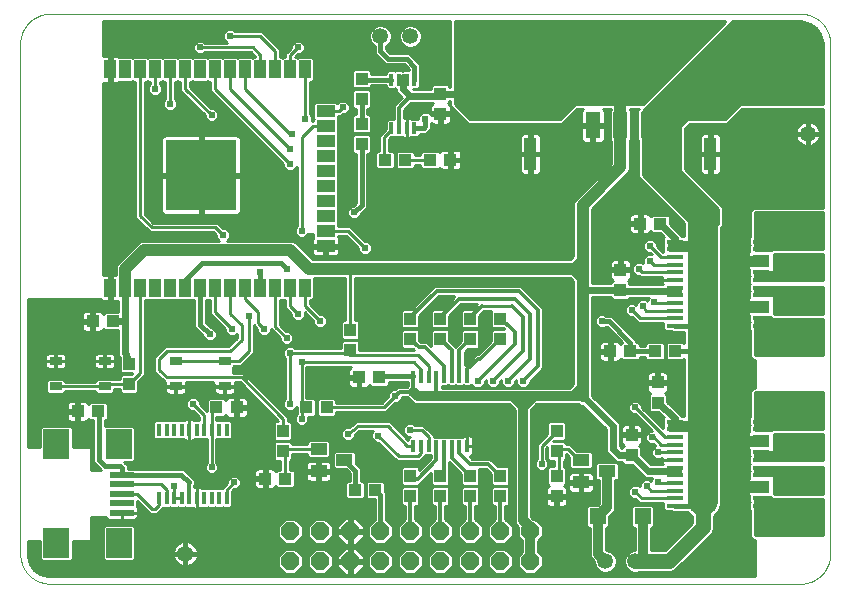
<source format=gtl>
G75*
%MOIN*%
%OFA0B0*%
%FSLAX25Y25*%
%IPPOS*%
%LPD*%
%AMOC8*
5,1,8,0,0,1.08239X$1,22.5*
%
%ADD10C,0.00000*%
%ADD11C,0.05400*%
%ADD12R,0.03937X0.04331*%
%ADD13R,0.04331X0.03937*%
%ADD14R,0.04134X0.02559*%
%ADD15R,0.08661X0.09843*%
%ADD16R,0.07874X0.01969*%
%ADD17R,0.03937X0.05906*%
%ADD18R,0.05906X0.03937*%
%ADD19R,0.23622X0.23622*%
%ADD20R,0.04800X0.08800*%
%ADD21R,0.14173X0.08661*%
%ADD22R,0.05512X0.03937*%
%ADD23C,0.05315*%
%ADD24R,0.05512X0.05512*%
%ADD25R,0.03937X0.11024*%
%ADD26R,0.01200X0.03900*%
%ADD27OC8,0.06000*%
%ADD28R,0.05500X0.01370*%
%ADD29R,0.01500X0.04303*%
%ADD30R,0.01370X0.03937*%
%ADD31C,0.01000*%
%ADD32C,0.02400*%
%ADD33C,0.04000*%
%ADD34C,0.10000*%
%ADD35C,0.01600*%
%ADD36C,0.02400*%
%ADD37C,0.05000*%
%ADD38C,0.03200*%
%ADD39C,0.01200*%
D10*
X0027919Y0011500D02*
X0277919Y0011500D01*
X0278161Y0011503D01*
X0278402Y0011512D01*
X0278643Y0011526D01*
X0278884Y0011547D01*
X0279124Y0011573D01*
X0279364Y0011605D01*
X0279603Y0011643D01*
X0279840Y0011686D01*
X0280077Y0011736D01*
X0280312Y0011791D01*
X0280546Y0011851D01*
X0280778Y0011918D01*
X0281009Y0011989D01*
X0281238Y0012067D01*
X0281465Y0012150D01*
X0281690Y0012238D01*
X0281913Y0012332D01*
X0282133Y0012431D01*
X0282351Y0012536D01*
X0282566Y0012645D01*
X0282779Y0012760D01*
X0282989Y0012880D01*
X0283195Y0013005D01*
X0283399Y0013135D01*
X0283600Y0013270D01*
X0283797Y0013410D01*
X0283991Y0013554D01*
X0284181Y0013703D01*
X0284367Y0013857D01*
X0284550Y0014015D01*
X0284729Y0014177D01*
X0284904Y0014344D01*
X0285075Y0014515D01*
X0285242Y0014690D01*
X0285404Y0014869D01*
X0285562Y0015052D01*
X0285716Y0015238D01*
X0285865Y0015428D01*
X0286009Y0015622D01*
X0286149Y0015819D01*
X0286284Y0016020D01*
X0286414Y0016224D01*
X0286539Y0016430D01*
X0286659Y0016640D01*
X0286774Y0016853D01*
X0286883Y0017068D01*
X0286988Y0017286D01*
X0287087Y0017506D01*
X0287181Y0017729D01*
X0287269Y0017954D01*
X0287352Y0018181D01*
X0287430Y0018410D01*
X0287501Y0018641D01*
X0287568Y0018873D01*
X0287628Y0019107D01*
X0287683Y0019342D01*
X0287733Y0019579D01*
X0287776Y0019816D01*
X0287814Y0020055D01*
X0287846Y0020295D01*
X0287872Y0020535D01*
X0287893Y0020776D01*
X0287907Y0021017D01*
X0287916Y0021258D01*
X0287919Y0021500D01*
X0287919Y0191500D01*
X0287916Y0191742D01*
X0287907Y0191983D01*
X0287893Y0192224D01*
X0287872Y0192465D01*
X0287846Y0192705D01*
X0287814Y0192945D01*
X0287776Y0193184D01*
X0287733Y0193421D01*
X0287683Y0193658D01*
X0287628Y0193893D01*
X0287568Y0194127D01*
X0287501Y0194359D01*
X0287430Y0194590D01*
X0287352Y0194819D01*
X0287269Y0195046D01*
X0287181Y0195271D01*
X0287087Y0195494D01*
X0286988Y0195714D01*
X0286883Y0195932D01*
X0286774Y0196147D01*
X0286659Y0196360D01*
X0286539Y0196570D01*
X0286414Y0196776D01*
X0286284Y0196980D01*
X0286149Y0197181D01*
X0286009Y0197378D01*
X0285865Y0197572D01*
X0285716Y0197762D01*
X0285562Y0197948D01*
X0285404Y0198131D01*
X0285242Y0198310D01*
X0285075Y0198485D01*
X0284904Y0198656D01*
X0284729Y0198823D01*
X0284550Y0198985D01*
X0284367Y0199143D01*
X0284181Y0199297D01*
X0283991Y0199446D01*
X0283797Y0199590D01*
X0283600Y0199730D01*
X0283399Y0199865D01*
X0283195Y0199995D01*
X0282989Y0200120D01*
X0282779Y0200240D01*
X0282566Y0200355D01*
X0282351Y0200464D01*
X0282133Y0200569D01*
X0281913Y0200668D01*
X0281690Y0200762D01*
X0281465Y0200850D01*
X0281238Y0200933D01*
X0281009Y0201011D01*
X0280778Y0201082D01*
X0280546Y0201149D01*
X0280312Y0201209D01*
X0280077Y0201264D01*
X0279840Y0201314D01*
X0279603Y0201357D01*
X0279364Y0201395D01*
X0279124Y0201427D01*
X0278884Y0201453D01*
X0278643Y0201474D01*
X0278402Y0201488D01*
X0278161Y0201497D01*
X0277919Y0201500D01*
X0027919Y0201500D01*
X0027677Y0201497D01*
X0027436Y0201488D01*
X0027195Y0201474D01*
X0026954Y0201453D01*
X0026714Y0201427D01*
X0026474Y0201395D01*
X0026235Y0201357D01*
X0025998Y0201314D01*
X0025761Y0201264D01*
X0025526Y0201209D01*
X0025292Y0201149D01*
X0025060Y0201082D01*
X0024829Y0201011D01*
X0024600Y0200933D01*
X0024373Y0200850D01*
X0024148Y0200762D01*
X0023925Y0200668D01*
X0023705Y0200569D01*
X0023487Y0200464D01*
X0023272Y0200355D01*
X0023059Y0200240D01*
X0022849Y0200120D01*
X0022643Y0199995D01*
X0022439Y0199865D01*
X0022238Y0199730D01*
X0022041Y0199590D01*
X0021847Y0199446D01*
X0021657Y0199297D01*
X0021471Y0199143D01*
X0021288Y0198985D01*
X0021109Y0198823D01*
X0020934Y0198656D01*
X0020763Y0198485D01*
X0020596Y0198310D01*
X0020434Y0198131D01*
X0020276Y0197948D01*
X0020122Y0197762D01*
X0019973Y0197572D01*
X0019829Y0197378D01*
X0019689Y0197181D01*
X0019554Y0196980D01*
X0019424Y0196776D01*
X0019299Y0196570D01*
X0019179Y0196360D01*
X0019064Y0196147D01*
X0018955Y0195932D01*
X0018850Y0195714D01*
X0018751Y0195494D01*
X0018657Y0195271D01*
X0018569Y0195046D01*
X0018486Y0194819D01*
X0018408Y0194590D01*
X0018337Y0194359D01*
X0018270Y0194127D01*
X0018210Y0193893D01*
X0018155Y0193658D01*
X0018105Y0193421D01*
X0018062Y0193184D01*
X0018024Y0192945D01*
X0017992Y0192705D01*
X0017966Y0192465D01*
X0017945Y0192224D01*
X0017931Y0191983D01*
X0017922Y0191742D01*
X0017919Y0191500D01*
X0017919Y0021500D01*
X0017922Y0021258D01*
X0017931Y0021017D01*
X0017945Y0020776D01*
X0017966Y0020535D01*
X0017992Y0020295D01*
X0018024Y0020055D01*
X0018062Y0019816D01*
X0018105Y0019579D01*
X0018155Y0019342D01*
X0018210Y0019107D01*
X0018270Y0018873D01*
X0018337Y0018641D01*
X0018408Y0018410D01*
X0018486Y0018181D01*
X0018569Y0017954D01*
X0018657Y0017729D01*
X0018751Y0017506D01*
X0018850Y0017286D01*
X0018955Y0017068D01*
X0019064Y0016853D01*
X0019179Y0016640D01*
X0019299Y0016430D01*
X0019424Y0016224D01*
X0019554Y0016020D01*
X0019689Y0015819D01*
X0019829Y0015622D01*
X0019973Y0015428D01*
X0020122Y0015238D01*
X0020276Y0015052D01*
X0020434Y0014869D01*
X0020596Y0014690D01*
X0020763Y0014515D01*
X0020934Y0014344D01*
X0021109Y0014177D01*
X0021288Y0014015D01*
X0021471Y0013857D01*
X0021657Y0013703D01*
X0021847Y0013554D01*
X0022041Y0013410D01*
X0022238Y0013270D01*
X0022439Y0013135D01*
X0022643Y0013005D01*
X0022849Y0012880D01*
X0023059Y0012760D01*
X0023272Y0012645D01*
X0023487Y0012536D01*
X0023705Y0012431D01*
X0023925Y0012332D01*
X0024148Y0012238D01*
X0024373Y0012150D01*
X0024600Y0012067D01*
X0024829Y0011989D01*
X0025060Y0011918D01*
X0025292Y0011851D01*
X0025526Y0011791D01*
X0025761Y0011736D01*
X0025998Y0011686D01*
X0026235Y0011643D01*
X0026474Y0011605D01*
X0026714Y0011573D01*
X0026954Y0011547D01*
X0027195Y0011526D01*
X0027436Y0011512D01*
X0027677Y0011503D01*
X0027919Y0011500D01*
D11*
X0072919Y0021500D03*
D12*
X0105419Y0055654D03*
X0105419Y0062346D03*
X0127919Y0089404D03*
X0127919Y0096096D03*
X0147919Y0093154D03*
X0147919Y0099846D03*
X0157919Y0099846D03*
X0157919Y0093154D03*
X0167919Y0093154D03*
X0167919Y0099846D03*
X0177919Y0099846D03*
X0177919Y0093154D03*
X0217919Y0109404D03*
X0217919Y0116096D03*
X0230419Y0078596D03*
X0230419Y0071904D03*
X0221669Y0061096D03*
X0221669Y0054404D03*
X0196669Y0055654D03*
X0196669Y0062346D03*
X0196669Y0047346D03*
X0196669Y0040654D03*
X0177919Y0040654D03*
X0177919Y0047346D03*
X0167919Y0047346D03*
X0167919Y0040654D03*
X0157919Y0040654D03*
X0157919Y0047346D03*
X0147919Y0047346D03*
X0147919Y0040654D03*
X0054169Y0078154D03*
X0054169Y0084846D03*
X0131669Y0158154D03*
X0131669Y0164846D03*
X0131669Y0173154D03*
X0131669Y0179846D03*
X0157919Y0174846D03*
X0157919Y0168154D03*
D13*
X0161265Y0152750D03*
X0154572Y0152750D03*
X0146265Y0152750D03*
X0139572Y0152750D03*
X0224572Y0131500D03*
X0231265Y0131500D03*
X0229572Y0089000D03*
X0236265Y0089000D03*
X0221265Y0089000D03*
X0214572Y0089000D03*
X0137515Y0080250D03*
X0130822Y0080250D03*
X0120015Y0070250D03*
X0113322Y0070250D03*
X0090015Y0070250D03*
X0083322Y0070250D03*
X0099572Y0046500D03*
X0106265Y0046500D03*
X0129572Y0042750D03*
X0136265Y0042750D03*
X0048765Y0099000D03*
X0042072Y0099000D03*
X0043765Y0069000D03*
X0037072Y0069000D03*
D14*
X0029749Y0077268D03*
X0029749Y0085732D03*
X0046088Y0085732D03*
X0046088Y0077268D03*
X0069749Y0077268D03*
X0069749Y0085732D03*
X0086088Y0085732D03*
X0086088Y0077268D03*
D15*
X0050793Y0058035D03*
X0029926Y0058035D03*
X0029926Y0024965D03*
X0050793Y0024965D03*
D16*
X0051777Y0035201D03*
X0051777Y0038350D03*
X0051777Y0041500D03*
X0051777Y0044650D03*
X0051777Y0047799D03*
D17*
X0052860Y0110083D03*
X0057860Y0110083D03*
X0062860Y0110083D03*
X0067860Y0110083D03*
X0072860Y0110083D03*
X0077860Y0110083D03*
X0082860Y0110083D03*
X0087860Y0110083D03*
X0092860Y0110083D03*
X0097860Y0110083D03*
X0102860Y0110083D03*
X0107860Y0110083D03*
X0112860Y0110083D03*
X0047860Y0110083D03*
X0047860Y0182917D03*
X0052860Y0182917D03*
X0057860Y0182917D03*
X0062860Y0182917D03*
X0067860Y0182917D03*
X0072860Y0182917D03*
X0077860Y0182917D03*
X0082860Y0182917D03*
X0087860Y0182917D03*
X0092860Y0182917D03*
X0097860Y0182917D03*
X0102860Y0182917D03*
X0107860Y0182917D03*
X0112860Y0182917D03*
D18*
X0119710Y0169059D03*
X0119710Y0164059D03*
X0119710Y0159059D03*
X0119710Y0154059D03*
X0119710Y0149059D03*
X0119710Y0144059D03*
X0119710Y0139059D03*
X0119710Y0134059D03*
X0119710Y0129059D03*
X0119710Y0124059D03*
D19*
X0078175Y0147681D03*
D20*
X0208819Y0164300D03*
X0217919Y0164300D03*
X0227019Y0164300D03*
D21*
X0217919Y0188701D03*
D22*
X0117338Y0056490D03*
X0117338Y0049010D03*
X0125999Y0052750D03*
X0204838Y0052740D03*
X0204838Y0045260D03*
X0213499Y0049000D03*
D23*
X0212919Y0019000D03*
X0222919Y0019000D03*
X0280419Y0036500D03*
X0280419Y0046500D03*
X0280419Y0056500D03*
X0280419Y0066500D03*
X0280419Y0096500D03*
X0280419Y0106500D03*
X0280419Y0116500D03*
X0280419Y0126500D03*
X0280419Y0161500D03*
X0280419Y0181500D03*
X0147919Y0194000D03*
X0137919Y0194000D03*
D24*
X0210438Y0034000D03*
X0225399Y0034000D03*
D25*
X0247919Y0154748D03*
X0247919Y0173252D03*
X0187919Y0173252D03*
X0187919Y0154748D03*
D26*
X0166875Y0080487D03*
X0164316Y0080487D03*
X0161757Y0080487D03*
X0159198Y0080487D03*
X0156639Y0080487D03*
X0154080Y0080487D03*
X0151521Y0080487D03*
X0148962Y0080487D03*
X0148962Y0057513D03*
X0151521Y0057513D03*
X0154080Y0057513D03*
X0156639Y0057513D03*
X0159198Y0057513D03*
X0161757Y0057513D03*
X0164316Y0057513D03*
X0166875Y0057513D03*
D27*
X0167919Y0029000D03*
X0177919Y0029000D03*
X0187919Y0029000D03*
X0187919Y0019000D03*
X0177919Y0019000D03*
X0167919Y0019000D03*
X0157919Y0019000D03*
X0147919Y0019000D03*
X0137919Y0019000D03*
X0127919Y0019000D03*
X0117919Y0019000D03*
X0107919Y0019000D03*
X0107919Y0029000D03*
X0117919Y0029000D03*
X0127919Y0029000D03*
X0137919Y0029000D03*
X0147919Y0029000D03*
X0157919Y0029000D03*
D28*
X0236025Y0037425D03*
X0236025Y0039984D03*
X0236025Y0042543D03*
X0236025Y0045102D03*
X0236025Y0047661D03*
X0236025Y0050220D03*
X0236025Y0052780D03*
X0236025Y0055339D03*
X0236025Y0057898D03*
X0236025Y0060457D03*
X0236025Y0063016D03*
X0236025Y0065575D03*
X0264812Y0065575D03*
X0264812Y0063016D03*
X0264812Y0060457D03*
X0264812Y0057898D03*
X0264812Y0055339D03*
X0264812Y0052780D03*
X0264812Y0050220D03*
X0264812Y0047661D03*
X0264812Y0045102D03*
X0264812Y0042543D03*
X0264812Y0039984D03*
X0264812Y0037425D03*
X0264812Y0097425D03*
X0264812Y0099984D03*
X0264812Y0102543D03*
X0264812Y0105102D03*
X0264812Y0107661D03*
X0264812Y0110220D03*
X0264812Y0112780D03*
X0264812Y0115339D03*
X0264812Y0117898D03*
X0264812Y0120457D03*
X0264812Y0123016D03*
X0264812Y0125575D03*
X0236025Y0125575D03*
X0236025Y0123016D03*
X0236025Y0120457D03*
X0236025Y0117898D03*
X0236025Y0115339D03*
X0236025Y0112780D03*
X0236025Y0110220D03*
X0236025Y0107661D03*
X0236025Y0105102D03*
X0236025Y0102543D03*
X0236025Y0099984D03*
X0236025Y0097425D03*
D29*
X0086669Y0062837D03*
X0084169Y0062837D03*
X0081669Y0062837D03*
X0079169Y0062837D03*
X0076669Y0062837D03*
X0074169Y0062837D03*
X0071669Y0062837D03*
X0069169Y0062837D03*
X0066669Y0062837D03*
X0064169Y0062837D03*
X0064169Y0040163D03*
X0066669Y0040163D03*
X0069169Y0040163D03*
X0071669Y0040163D03*
X0074169Y0040163D03*
X0076669Y0040163D03*
X0079169Y0040163D03*
X0081669Y0040163D03*
X0084169Y0040163D03*
X0086669Y0040163D03*
D30*
X0141580Y0163429D03*
X0144139Y0163429D03*
X0146698Y0163429D03*
X0149257Y0163429D03*
X0149257Y0179571D03*
X0146698Y0179571D03*
X0144139Y0179571D03*
X0141580Y0179571D03*
D31*
X0104628Y0016493D02*
X0022400Y0016493D01*
X0022615Y0016197D02*
X0021236Y0018095D01*
X0020511Y0020327D01*
X0020419Y0021500D01*
X0020419Y0025843D01*
X0024496Y0025843D01*
X0024496Y0019588D01*
X0025140Y0018943D01*
X0034713Y0018943D01*
X0035357Y0019588D01*
X0035357Y0025843D01*
X0041354Y0025843D01*
X0041647Y0026135D01*
X0041647Y0033717D01*
X0046421Y0033717D01*
X0046442Y0033638D01*
X0046640Y0033296D01*
X0046919Y0033016D01*
X0047261Y0032819D01*
X0047642Y0032717D01*
X0051777Y0032717D01*
X0055911Y0032717D01*
X0056293Y0032819D01*
X0056635Y0033016D01*
X0056914Y0033296D01*
X0057112Y0033638D01*
X0057214Y0034019D01*
X0057214Y0035201D01*
X0057214Y0036383D01*
X0057112Y0036764D01*
X0056914Y0037106D01*
X0056814Y0037206D01*
X0056814Y0039092D01*
X0060069Y0035837D01*
X0061006Y0034900D01*
X0063581Y0034900D01*
X0064831Y0036150D01*
X0065592Y0036911D01*
X0067874Y0036911D01*
X0067919Y0036955D01*
X0067963Y0036911D01*
X0070374Y0036911D01*
X0070419Y0036955D01*
X0070463Y0036911D01*
X0072874Y0036911D01*
X0072919Y0036955D01*
X0072963Y0036911D01*
X0074897Y0036911D01*
X0074998Y0036811D01*
X0075340Y0036613D01*
X0075721Y0036511D01*
X0076669Y0036511D01*
X0077616Y0036511D01*
X0077998Y0036613D01*
X0078340Y0036811D01*
X0078440Y0036911D01*
X0080374Y0036911D01*
X0080419Y0036955D01*
X0080463Y0036911D01*
X0082874Y0036911D01*
X0082919Y0036955D01*
X0082963Y0036911D01*
X0085374Y0036911D01*
X0085419Y0036955D01*
X0085463Y0036911D01*
X0087874Y0036911D01*
X0088519Y0037555D01*
X0088519Y0042337D01*
X0089131Y0042950D01*
X0090121Y0042950D01*
X0091469Y0044297D01*
X0091469Y0046203D01*
X0090121Y0047550D01*
X0088216Y0047550D01*
X0086869Y0046203D01*
X0086869Y0045213D01*
X0085070Y0043414D01*
X0082963Y0043414D01*
X0082919Y0043370D01*
X0082874Y0043414D01*
X0080463Y0043414D01*
X0080419Y0043370D01*
X0080374Y0043414D01*
X0078440Y0043414D01*
X0078340Y0043514D01*
X0077998Y0043712D01*
X0077616Y0043814D01*
X0076669Y0043814D01*
X0076669Y0040163D01*
X0076669Y0040163D01*
X0076669Y0043814D01*
X0075869Y0043814D01*
X0075869Y0044263D01*
X0076069Y0044463D01*
X0076069Y0046037D01*
X0072406Y0049699D01*
X0056354Y0049699D01*
X0056170Y0049883D01*
X0053677Y0049883D01*
X0053677Y0050929D01*
X0052944Y0051662D01*
X0052591Y0052014D01*
X0055579Y0052014D01*
X0056223Y0052659D01*
X0056223Y0063412D01*
X0055579Y0064057D01*
X0046069Y0064057D01*
X0046069Y0065931D01*
X0046386Y0065931D01*
X0047030Y0066576D01*
X0047030Y0071424D01*
X0046386Y0072068D01*
X0041144Y0072068D01*
X0040631Y0071555D01*
X0040438Y0071890D01*
X0040159Y0072169D01*
X0039816Y0072366D01*
X0039435Y0072468D01*
X0037556Y0072468D01*
X0037556Y0069484D01*
X0036588Y0069484D01*
X0036588Y0068516D01*
X0033407Y0068516D01*
X0033407Y0066834D01*
X0033509Y0066453D01*
X0033706Y0066110D01*
X0033986Y0065831D01*
X0034328Y0065634D01*
X0034709Y0065531D01*
X0036588Y0065531D01*
X0036588Y0068516D01*
X0037556Y0068516D01*
X0037556Y0065531D01*
X0039435Y0065531D01*
X0039816Y0065634D01*
X0040159Y0065831D01*
X0040438Y0066110D01*
X0040631Y0066445D01*
X0041144Y0065931D01*
X0042269Y0065931D01*
X0042269Y0051963D01*
X0043382Y0050850D01*
X0044948Y0049283D01*
X0041647Y0049283D01*
X0041647Y0056865D01*
X0041354Y0057157D01*
X0035357Y0057157D01*
X0035357Y0063412D01*
X0034713Y0064057D01*
X0025140Y0064057D01*
X0024496Y0063412D01*
X0024496Y0057157D01*
X0020419Y0057157D01*
X0020419Y0106500D01*
X0044523Y0106500D01*
X0044691Y0106209D01*
X0044970Y0105930D01*
X0045312Y0105732D01*
X0045694Y0105630D01*
X0047375Y0105630D01*
X0047375Y0109598D01*
X0048344Y0109598D01*
X0048344Y0105630D01*
X0050026Y0105630D01*
X0050407Y0105732D01*
X0050560Y0105820D01*
X0050560Y0102068D01*
X0046144Y0102068D01*
X0045631Y0101555D01*
X0045438Y0101890D01*
X0045159Y0102169D01*
X0044816Y0102366D01*
X0044435Y0102468D01*
X0042556Y0102468D01*
X0042556Y0099484D01*
X0041588Y0099484D01*
X0041588Y0098516D01*
X0038407Y0098516D01*
X0038407Y0096834D01*
X0038509Y0096453D01*
X0038706Y0096110D01*
X0038986Y0095831D01*
X0039328Y0095634D01*
X0039709Y0095531D01*
X0041588Y0095531D01*
X0041588Y0098516D01*
X0042556Y0098516D01*
X0042556Y0095531D01*
X0044435Y0095531D01*
X0044816Y0095634D01*
X0045159Y0095831D01*
X0045438Y0096110D01*
X0045631Y0096445D01*
X0046144Y0095931D01*
X0050560Y0095931D01*
X0050560Y0089187D01*
X0050375Y0088809D01*
X0050560Y0088271D01*
X0050560Y0087703D01*
X0050857Y0087405D01*
X0051100Y0086698D01*
X0051100Y0082225D01*
X0051744Y0081581D01*
X0055333Y0081581D01*
X0055171Y0081419D01*
X0051744Y0081419D01*
X0051100Y0080775D01*
X0051100Y0079754D01*
X0046311Y0079754D01*
X0046205Y0079647D01*
X0043565Y0079647D01*
X0042921Y0079003D01*
X0042921Y0078868D01*
X0032916Y0078868D01*
X0032916Y0079003D01*
X0032272Y0079647D01*
X0027227Y0079647D01*
X0026582Y0079003D01*
X0026582Y0075533D01*
X0027227Y0074888D01*
X0032272Y0074888D01*
X0032916Y0075533D01*
X0032916Y0075668D01*
X0042921Y0075668D01*
X0042921Y0075533D01*
X0043565Y0074888D01*
X0048610Y0074888D01*
X0049255Y0075533D01*
X0049255Y0076554D01*
X0051100Y0076554D01*
X0051100Y0075533D01*
X0051744Y0074888D01*
X0056593Y0074888D01*
X0057237Y0075533D01*
X0057237Y0078959D01*
X0059460Y0081182D01*
X0059460Y0106030D01*
X0060284Y0106030D01*
X0060360Y0106106D01*
X0060435Y0106030D01*
X0065284Y0106030D01*
X0065360Y0106106D01*
X0065435Y0106030D01*
X0070284Y0106030D01*
X0070360Y0106106D01*
X0070435Y0106030D01*
X0075284Y0106030D01*
X0075360Y0106106D01*
X0075435Y0106030D01*
X0075960Y0106030D01*
X0075960Y0097022D01*
X0078744Y0094238D01*
X0078744Y0093672D01*
X0080091Y0092325D01*
X0081996Y0092325D01*
X0083344Y0093672D01*
X0083344Y0095578D01*
X0081996Y0096925D01*
X0081431Y0096925D01*
X0079760Y0098596D01*
X0079760Y0106030D01*
X0080284Y0106030D01*
X0080360Y0106106D01*
X0080435Y0106030D01*
X0081260Y0106030D01*
X0081260Y0101521D01*
X0086244Y0096537D01*
X0086244Y0095547D01*
X0087591Y0094200D01*
X0089496Y0094200D01*
X0090069Y0094772D01*
X0090069Y0093413D01*
X0087256Y0090600D01*
X0066006Y0090600D01*
X0063506Y0088100D01*
X0062569Y0087163D01*
X0062569Y0082087D01*
X0065069Y0079587D01*
X0066006Y0078650D01*
X0066182Y0078650D01*
X0066182Y0077407D01*
X0069609Y0077407D01*
X0069609Y0077128D01*
X0066182Y0077128D01*
X0066182Y0075791D01*
X0066285Y0075409D01*
X0066482Y0075067D01*
X0066761Y0074788D01*
X0067103Y0074590D01*
X0067485Y0074488D01*
X0069610Y0074488D01*
X0069610Y0077128D01*
X0069889Y0077128D01*
X0069889Y0074488D01*
X0072014Y0074488D01*
X0072395Y0074590D01*
X0072737Y0074788D01*
X0073017Y0075067D01*
X0073214Y0075409D01*
X0073316Y0075791D01*
X0073316Y0077128D01*
X0069889Y0077128D01*
X0069889Y0077407D01*
X0073316Y0077407D01*
X0073316Y0078650D01*
X0081919Y0078650D01*
X0081919Y0078586D01*
X0082504Y0078000D01*
X0082521Y0078000D01*
X0082521Y0077407D01*
X0085948Y0077407D01*
X0085948Y0077128D01*
X0082521Y0077128D01*
X0082521Y0075791D01*
X0082623Y0075409D01*
X0082821Y0075067D01*
X0083100Y0074788D01*
X0083442Y0074590D01*
X0083823Y0074488D01*
X0085948Y0074488D01*
X0085948Y0077128D01*
X0086228Y0077128D01*
X0086228Y0077407D01*
X0089655Y0077407D01*
X0089655Y0078650D01*
X0091006Y0078650D01*
X0103819Y0065837D01*
X0103819Y0065612D01*
X0102994Y0065612D01*
X0102350Y0064967D01*
X0102350Y0059725D01*
X0102994Y0059081D01*
X0107843Y0059081D01*
X0108487Y0059725D01*
X0108487Y0064967D01*
X0107843Y0065612D01*
X0107019Y0065612D01*
X0107019Y0067163D01*
X0106081Y0068100D01*
X0092331Y0081850D01*
X0088919Y0081850D01*
X0088919Y0083661D01*
X0089255Y0083997D01*
X0089255Y0084132D01*
X0091564Y0084132D01*
X0094831Y0087400D01*
X0095769Y0088337D01*
X0095769Y0097637D01*
X0096631Y0096775D01*
X0096869Y0096537D01*
X0096869Y0095547D01*
X0098216Y0094200D01*
X0100121Y0094200D01*
X0101469Y0095547D01*
X0101469Y0096312D01*
X0104369Y0093412D01*
X0104369Y0092422D01*
X0105716Y0091075D01*
X0107621Y0091075D01*
X0108969Y0092422D01*
X0108969Y0094328D01*
X0107621Y0095675D01*
X0106631Y0095675D01*
X0104460Y0097847D01*
X0104460Y0106030D01*
X0105284Y0106030D01*
X0105360Y0106106D01*
X0105435Y0106030D01*
X0106260Y0106030D01*
X0106260Y0103396D01*
X0108119Y0101537D01*
X0108119Y0100547D01*
X0109466Y0099200D01*
X0111371Y0099200D01*
X0112719Y0100547D01*
X0112719Y0101937D01*
X0115619Y0099037D01*
X0115619Y0098047D01*
X0116966Y0096700D01*
X0118871Y0096700D01*
X0120219Y0098047D01*
X0120219Y0099953D01*
X0118871Y0101300D01*
X0117881Y0101300D01*
X0114460Y0104722D01*
X0114460Y0106030D01*
X0115284Y0106030D01*
X0115928Y0106674D01*
X0115928Y0113400D01*
X0126319Y0113400D01*
X0126319Y0099362D01*
X0125494Y0099362D01*
X0124850Y0098717D01*
X0124850Y0093475D01*
X0125494Y0092831D01*
X0130343Y0092831D01*
X0130987Y0093475D01*
X0130987Y0098717D01*
X0130343Y0099362D01*
X0129519Y0099362D01*
X0129519Y0113400D01*
X0201256Y0113400D01*
X0202319Y0112337D01*
X0202319Y0078163D01*
X0200856Y0076700D01*
X0158339Y0076700D01*
X0158339Y0077437D01*
X0160254Y0077437D01*
X0160478Y0077661D01*
X0160702Y0077437D01*
X0162813Y0077437D01*
X0163037Y0077661D01*
X0163261Y0077437D01*
X0165372Y0077437D01*
X0165596Y0077661D01*
X0165820Y0077437D01*
X0167931Y0077437D01*
X0168330Y0077836D01*
X0169466Y0076700D01*
X0171371Y0076700D01*
X0172719Y0078047D01*
X0172719Y0078896D01*
X0173119Y0079296D01*
X0173119Y0078047D01*
X0174466Y0076700D01*
X0176371Y0076700D01*
X0177719Y0078047D01*
X0177719Y0078896D01*
X0178119Y0079296D01*
X0178119Y0078047D01*
X0179466Y0076700D01*
X0181371Y0076700D01*
X0182719Y0078047D01*
X0182719Y0078896D01*
X0183119Y0079296D01*
X0183119Y0078047D01*
X0184466Y0076700D01*
X0186371Y0076700D01*
X0187719Y0078047D01*
X0187719Y0078896D01*
X0192119Y0083296D01*
X0192119Y0103454D01*
X0191123Y0104450D01*
X0184873Y0110700D01*
X0155964Y0110700D01*
X0154969Y0109704D01*
X0148376Y0103112D01*
X0145494Y0103112D01*
X0144850Y0102467D01*
X0144850Y0097225D01*
X0145494Y0096581D01*
X0150343Y0096581D01*
X0150987Y0097225D01*
X0150987Y0100914D01*
X0157373Y0107300D01*
X0162564Y0107300D01*
X0162469Y0107204D01*
X0158376Y0103112D01*
X0155494Y0103112D01*
X0154850Y0102467D01*
X0154850Y0097225D01*
X0155494Y0096581D01*
X0160343Y0096581D01*
X0160987Y0097225D01*
X0160987Y0100914D01*
X0164873Y0104800D01*
X0170064Y0104800D01*
X0168376Y0103112D01*
X0165494Y0103112D01*
X0164850Y0102467D01*
X0164850Y0097225D01*
X0165494Y0096581D01*
X0170343Y0096581D01*
X0170987Y0097225D01*
X0170987Y0100914D01*
X0172473Y0102400D01*
X0174850Y0102400D01*
X0174850Y0097225D01*
X0175494Y0096581D01*
X0179106Y0096581D01*
X0179294Y0096419D01*
X0175494Y0096419D01*
X0174850Y0095775D01*
X0174850Y0092489D01*
X0170561Y0088200D01*
X0169714Y0088200D01*
X0168719Y0087204D01*
X0166016Y0084502D01*
X0166016Y0088847D01*
X0167057Y0089888D01*
X0170343Y0089888D01*
X0170987Y0090533D01*
X0170987Y0095775D01*
X0170343Y0096419D01*
X0165494Y0096419D01*
X0164850Y0095775D01*
X0164850Y0092489D01*
X0162919Y0090558D01*
X0162461Y0091015D01*
X0160987Y0092489D01*
X0160987Y0095775D01*
X0160343Y0096419D01*
X0155494Y0096419D01*
X0154850Y0095775D01*
X0154850Y0090723D01*
X0154619Y0090954D01*
X0153623Y0091950D01*
X0151526Y0091950D01*
X0150987Y0092489D01*
X0150987Y0095775D01*
X0150343Y0096419D01*
X0145494Y0096419D01*
X0144850Y0095775D01*
X0144850Y0090533D01*
X0145494Y0089888D01*
X0148780Y0089888D01*
X0149318Y0089350D01*
X0130987Y0089350D01*
X0130987Y0092025D01*
X0130343Y0092669D01*
X0125494Y0092669D01*
X0124850Y0092025D01*
X0124850Y0089975D01*
X0109571Y0089975D01*
X0108871Y0090675D01*
X0106966Y0090675D01*
X0105619Y0089328D01*
X0105619Y0087422D01*
X0106319Y0086722D01*
X0106319Y0073153D01*
X0105619Y0072453D01*
X0105619Y0070547D01*
X0106966Y0069200D01*
X0108871Y0069200D01*
X0110057Y0070386D01*
X0110057Y0068141D01*
X0109369Y0067453D01*
X0109369Y0065547D01*
X0110716Y0064200D01*
X0112621Y0064200D01*
X0113969Y0065547D01*
X0113969Y0067181D01*
X0115943Y0067181D01*
X0116587Y0067826D01*
X0116587Y0072674D01*
X0115943Y0073318D01*
X0113269Y0073318D01*
X0113269Y0083597D01*
X0113321Y0083650D01*
X0128204Y0083650D01*
X0128078Y0083616D01*
X0127736Y0083419D01*
X0127456Y0083140D01*
X0127259Y0082797D01*
X0127157Y0082416D01*
X0127157Y0080734D01*
X0130338Y0080734D01*
X0130338Y0079766D01*
X0127157Y0079766D01*
X0127157Y0078084D01*
X0127259Y0077703D01*
X0127456Y0077360D01*
X0127736Y0077081D01*
X0128078Y0076884D01*
X0128459Y0076781D01*
X0130338Y0076781D01*
X0130338Y0079766D01*
X0131306Y0079766D01*
X0131306Y0076781D01*
X0133185Y0076781D01*
X0133566Y0076884D01*
X0133909Y0077081D01*
X0134188Y0077360D01*
X0134381Y0077695D01*
X0134894Y0077181D01*
X0140136Y0077181D01*
X0140780Y0077826D01*
X0140780Y0078754D01*
X0147262Y0078754D01*
X0147262Y0077575D01*
X0146844Y0077157D01*
X0143671Y0077157D01*
X0142814Y0076300D01*
X0141966Y0076300D01*
X0140619Y0074953D01*
X0140619Y0073963D01*
X0138506Y0071850D01*
X0123280Y0071850D01*
X0123280Y0072674D01*
X0122636Y0073318D01*
X0117394Y0073318D01*
X0116750Y0072674D01*
X0116750Y0067826D01*
X0117394Y0067181D01*
X0122636Y0067181D01*
X0123280Y0067826D01*
X0123280Y0068650D01*
X0139831Y0068650D01*
X0142881Y0071700D01*
X0143871Y0071700D01*
X0145219Y0073047D01*
X0145219Y0073757D01*
X0146844Y0073757D01*
X0148130Y0072471D01*
X0148889Y0071711D01*
X0149882Y0071300D01*
X0180856Y0071300D01*
X0182719Y0069437D01*
X0182719Y0032213D01*
X0183130Y0031221D01*
X0183819Y0030532D01*
X0183819Y0027302D01*
X0185219Y0025902D01*
X0185219Y0022098D01*
X0183819Y0020698D01*
X0183819Y0017302D01*
X0186220Y0014900D01*
X0189617Y0014900D01*
X0192019Y0017302D01*
X0192019Y0020698D01*
X0190619Y0022098D01*
X0190619Y0025902D01*
X0192019Y0027302D01*
X0192019Y0030698D01*
X0189617Y0033100D01*
X0188887Y0033100D01*
X0188119Y0033868D01*
X0188119Y0069437D01*
X0189981Y0071300D01*
X0203836Y0071300D01*
X0204802Y0070900D01*
X0205266Y0070900D01*
X0213119Y0063047D01*
X0213119Y0055547D01*
X0214466Y0054200D01*
X0216562Y0052104D01*
X0218600Y0052104D01*
X0218600Y0051783D01*
X0219244Y0051138D01*
X0221681Y0051138D01*
X0224804Y0048015D01*
X0224804Y0048011D01*
X0225479Y0047341D01*
X0226149Y0046670D01*
X0226153Y0046670D01*
X0226156Y0046668D01*
X0227107Y0046670D01*
X0228054Y0046670D01*
X0228057Y0046673D01*
X0228591Y0046675D01*
X0228119Y0046203D01*
X0228119Y0045803D01*
X0227621Y0046300D01*
X0225716Y0046300D01*
X0224369Y0044953D01*
X0224369Y0043928D01*
X0223871Y0044425D01*
X0221966Y0044425D01*
X0220619Y0043078D01*
X0220619Y0041172D01*
X0221966Y0039825D01*
X0222956Y0039825D01*
X0224397Y0038384D01*
X0232175Y0038384D01*
X0232175Y0036285D01*
X0232819Y0035640D01*
X0235123Y0035640D01*
X0235238Y0035525D01*
X0240267Y0035525D01*
X0241819Y0033973D01*
X0241819Y0031741D01*
X0232677Y0022600D01*
X0228099Y0022600D01*
X0228099Y0030144D01*
X0228610Y0030144D01*
X0229255Y0030788D01*
X0229255Y0037212D01*
X0228610Y0037856D01*
X0222187Y0037856D01*
X0221543Y0037212D01*
X0221543Y0030788D01*
X0222187Y0030144D01*
X0222699Y0030144D01*
X0222699Y0022757D01*
X0222171Y0022757D01*
X0220790Y0022185D01*
X0219733Y0021128D01*
X0219161Y0019747D01*
X0219161Y0018253D01*
X0219733Y0016872D01*
X0220790Y0015815D01*
X0222171Y0015243D01*
X0223666Y0015243D01*
X0224046Y0015400D01*
X0234885Y0015400D01*
X0236208Y0015948D01*
X0237221Y0016961D01*
X0248471Y0028211D01*
X0249019Y0029534D01*
X0249019Y0033973D01*
X0250590Y0035545D01*
X0251519Y0037787D01*
X0251519Y0130337D01*
X0252019Y0130837D01*
X0252019Y0137163D01*
X0251081Y0138100D01*
X0239519Y0149663D01*
X0239519Y0163337D01*
X0241081Y0164900D01*
X0253581Y0164900D01*
X0258581Y0169900D01*
X0285419Y0169900D01*
X0285419Y0136850D01*
X0262256Y0136850D01*
X0261319Y0135913D01*
X0261319Y0127072D01*
X0260962Y0126715D01*
X0260962Y0124434D01*
X0261101Y0124295D01*
X0260962Y0124156D01*
X0260962Y0122163D01*
X0260862Y0122063D01*
X0260665Y0121721D01*
X0260562Y0121339D01*
X0260562Y0120457D01*
X0262919Y0120457D01*
X0262919Y0120457D01*
X0260562Y0120457D01*
X0260562Y0119574D01*
X0260665Y0119193D01*
X0260673Y0119177D01*
X0260665Y0119162D01*
X0260562Y0118780D01*
X0260562Y0117898D01*
X0262919Y0117898D01*
X0262919Y0117898D01*
X0260562Y0117898D01*
X0260562Y0117015D01*
X0260665Y0116634D01*
X0260862Y0116292D01*
X0260962Y0116191D01*
X0260962Y0114198D01*
X0261101Y0114059D01*
X0260962Y0113920D01*
X0260962Y0111639D01*
X0261101Y0111500D01*
X0260962Y0111361D01*
X0260962Y0109080D01*
X0261101Y0108941D01*
X0260962Y0108802D01*
X0260962Y0106809D01*
X0260862Y0106708D01*
X0260665Y0106366D01*
X0260562Y0105985D01*
X0260562Y0105102D01*
X0260562Y0104220D01*
X0260665Y0103838D01*
X0260673Y0103823D01*
X0260665Y0103807D01*
X0260562Y0103426D01*
X0260562Y0102543D01*
X0260562Y0101661D01*
X0260665Y0101279D01*
X0260862Y0100937D01*
X0260962Y0100837D01*
X0260962Y0098844D01*
X0261101Y0098705D01*
X0260962Y0098566D01*
X0260962Y0096285D01*
X0261319Y0095928D01*
X0261319Y0087087D01*
X0262256Y0086150D01*
X0262919Y0086150D01*
X0262919Y0076850D01*
X0262256Y0076850D01*
X0261319Y0075913D01*
X0261319Y0067072D01*
X0260962Y0066715D01*
X0260962Y0064434D01*
X0261101Y0064295D01*
X0260962Y0064156D01*
X0260962Y0062163D01*
X0260862Y0062063D01*
X0260665Y0061721D01*
X0260562Y0061339D01*
X0260562Y0060457D01*
X0262919Y0060457D01*
X0262919Y0060457D01*
X0260562Y0060457D01*
X0260562Y0059574D01*
X0260665Y0059193D01*
X0260673Y0059177D01*
X0260665Y0059162D01*
X0260562Y0058780D01*
X0260562Y0057898D01*
X0262919Y0057898D01*
X0262919Y0057898D01*
X0260562Y0057898D01*
X0260562Y0057015D01*
X0260665Y0056634D01*
X0260862Y0056292D01*
X0260962Y0056191D01*
X0260962Y0054198D01*
X0261101Y0054059D01*
X0260962Y0053920D01*
X0260962Y0051639D01*
X0261101Y0051500D01*
X0260962Y0051361D01*
X0260962Y0049080D01*
X0261101Y0048941D01*
X0260962Y0048802D01*
X0260962Y0046809D01*
X0260862Y0046708D01*
X0260665Y0046366D01*
X0260562Y0045985D01*
X0260562Y0045102D01*
X0260562Y0044220D01*
X0260665Y0043838D01*
X0260673Y0043823D01*
X0260665Y0043807D01*
X0260562Y0043426D01*
X0260562Y0042543D01*
X0260562Y0041661D01*
X0260665Y0041279D01*
X0260862Y0040937D01*
X0260962Y0040837D01*
X0260962Y0038844D01*
X0261101Y0038705D01*
X0260962Y0038566D01*
X0260962Y0036285D01*
X0261319Y0035928D01*
X0261319Y0027087D01*
X0262256Y0026150D01*
X0262919Y0026150D01*
X0262919Y0014000D01*
X0027919Y0014000D01*
X0026745Y0014092D01*
X0024514Y0014817D01*
X0022615Y0016197D01*
X0023582Y0015494D02*
X0105626Y0015494D01*
X0106220Y0014900D02*
X0103819Y0017302D01*
X0103819Y0020698D01*
X0106220Y0023100D01*
X0109617Y0023100D01*
X0112019Y0020698D01*
X0112019Y0017302D01*
X0109617Y0014900D01*
X0106220Y0014900D01*
X0110211Y0015494D02*
X0115626Y0015494D01*
X0116220Y0014900D02*
X0119617Y0014900D01*
X0122019Y0017302D01*
X0122019Y0020698D01*
X0119617Y0023100D01*
X0116220Y0023100D01*
X0113819Y0020698D01*
X0113819Y0017302D01*
X0116220Y0014900D01*
X0114628Y0016493D02*
X0111209Y0016493D01*
X0112019Y0017491D02*
X0113819Y0017491D01*
X0113819Y0018490D02*
X0112019Y0018490D01*
X0112019Y0019488D02*
X0113819Y0019488D01*
X0113819Y0020487D02*
X0112019Y0020487D01*
X0111232Y0021485D02*
X0114605Y0021485D01*
X0115604Y0022484D02*
X0110233Y0022484D01*
X0109617Y0024900D02*
X0106220Y0024900D01*
X0103819Y0027302D01*
X0103819Y0030698D01*
X0106220Y0033100D01*
X0109617Y0033100D01*
X0112019Y0030698D01*
X0112019Y0027302D01*
X0109617Y0024900D01*
X0110196Y0025479D02*
X0115641Y0025479D01*
X0116220Y0024900D02*
X0119617Y0024900D01*
X0122019Y0027302D01*
X0122019Y0030698D01*
X0119617Y0033100D01*
X0116220Y0033100D01*
X0113819Y0030698D01*
X0113819Y0027302D01*
X0116220Y0024900D01*
X0114643Y0026478D02*
X0111195Y0026478D01*
X0112019Y0027476D02*
X0113819Y0027476D01*
X0113819Y0028475D02*
X0112019Y0028475D01*
X0112019Y0029473D02*
X0113819Y0029473D01*
X0113819Y0030472D02*
X0112019Y0030472D01*
X0111247Y0031470D02*
X0114591Y0031470D01*
X0115589Y0032469D02*
X0110248Y0032469D01*
X0105589Y0032469D02*
X0041647Y0032469D01*
X0041647Y0033467D02*
X0046540Y0033467D01*
X0046006Y0030986D02*
X0045362Y0030341D01*
X0045362Y0019588D01*
X0046006Y0018943D01*
X0055579Y0018943D01*
X0056223Y0019588D01*
X0056223Y0030341D01*
X0055579Y0030986D01*
X0046006Y0030986D01*
X0045492Y0030472D02*
X0041647Y0030472D01*
X0041647Y0031470D02*
X0104591Y0031470D01*
X0103819Y0030472D02*
X0056093Y0030472D01*
X0056223Y0029473D02*
X0103819Y0029473D01*
X0103819Y0028475D02*
X0056223Y0028475D01*
X0056223Y0027476D02*
X0103819Y0027476D01*
X0104643Y0026478D02*
X0056223Y0026478D01*
X0056223Y0025479D02*
X0071574Y0025479D01*
X0071306Y0025392D02*
X0070717Y0025092D01*
X0070182Y0024704D01*
X0069715Y0024236D01*
X0069326Y0023701D01*
X0069026Y0023112D01*
X0068822Y0022484D01*
X0056223Y0022484D01*
X0056223Y0023482D02*
X0069215Y0023482D01*
X0068822Y0022484D02*
X0068730Y0021900D01*
X0072519Y0021900D01*
X0072519Y0025689D01*
X0071935Y0025597D01*
X0071306Y0025392D01*
X0072519Y0025479D02*
X0073319Y0025479D01*
X0073319Y0025689D02*
X0073319Y0021900D01*
X0077108Y0021900D01*
X0077015Y0022484D01*
X0105604Y0022484D01*
X0104605Y0021485D02*
X0073319Y0021485D01*
X0073319Y0021100D02*
X0073319Y0021900D01*
X0072519Y0021900D01*
X0072519Y0021100D01*
X0073319Y0021100D01*
X0077108Y0021100D01*
X0077015Y0020516D01*
X0076811Y0019888D01*
X0076511Y0019299D01*
X0076122Y0018764D01*
X0075655Y0018296D01*
X0075120Y0017908D01*
X0074531Y0017608D01*
X0073902Y0017403D01*
X0073319Y0017311D01*
X0073319Y0021100D01*
X0073319Y0020487D02*
X0072519Y0020487D01*
X0072519Y0021100D02*
X0072519Y0017311D01*
X0071935Y0017403D01*
X0071306Y0017608D01*
X0070717Y0017908D01*
X0070182Y0018296D01*
X0069715Y0018764D01*
X0069326Y0019299D01*
X0069026Y0019888D01*
X0068822Y0020516D01*
X0068730Y0021100D01*
X0072519Y0021100D01*
X0072519Y0021485D02*
X0056223Y0021485D01*
X0056223Y0020487D02*
X0068832Y0020487D01*
X0069230Y0019488D02*
X0056124Y0019488D01*
X0056223Y0024481D02*
X0069960Y0024481D01*
X0072519Y0024481D02*
X0073319Y0024481D01*
X0073319Y0023482D02*
X0072519Y0023482D01*
X0072519Y0022484D02*
X0073319Y0022484D01*
X0073319Y0019488D02*
X0072519Y0019488D01*
X0072519Y0018490D02*
X0073319Y0018490D01*
X0073319Y0017491D02*
X0072519Y0017491D01*
X0071665Y0017491D02*
X0021675Y0017491D01*
X0021108Y0018490D02*
X0069989Y0018490D01*
X0074172Y0017491D02*
X0103819Y0017491D01*
X0103819Y0018490D02*
X0075848Y0018490D01*
X0076607Y0019488D02*
X0103819Y0019488D01*
X0103819Y0020487D02*
X0077005Y0020487D01*
X0077015Y0022484D02*
X0076811Y0023112D01*
X0076511Y0023701D01*
X0076122Y0024236D01*
X0075655Y0024704D01*
X0075120Y0025092D01*
X0074531Y0025392D01*
X0073902Y0025597D01*
X0073319Y0025689D01*
X0074263Y0025479D02*
X0105641Y0025479D01*
X0120196Y0025479D02*
X0125075Y0025479D01*
X0126055Y0024500D02*
X0123419Y0027136D01*
X0123419Y0028500D01*
X0127419Y0028500D01*
X0128419Y0028500D01*
X0128419Y0029500D01*
X0132419Y0029500D01*
X0132419Y0030864D01*
X0129783Y0033500D01*
X0128419Y0033500D01*
X0128419Y0029500D01*
X0127419Y0029500D01*
X0127419Y0033500D01*
X0126055Y0033500D01*
X0123419Y0030864D01*
X0123419Y0029500D01*
X0127419Y0029500D01*
X0127419Y0028500D01*
X0127419Y0024500D01*
X0126055Y0024500D01*
X0126055Y0023500D02*
X0123419Y0020864D01*
X0123419Y0019500D01*
X0127419Y0019500D01*
X0127419Y0023500D01*
X0126055Y0023500D01*
X0126037Y0023482D02*
X0076622Y0023482D01*
X0075878Y0024481D02*
X0185219Y0024481D01*
X0185219Y0025479D02*
X0180196Y0025479D01*
X0179617Y0024900D02*
X0182019Y0027302D01*
X0182019Y0030698D01*
X0179619Y0033098D01*
X0179619Y0037388D01*
X0180343Y0037388D01*
X0180987Y0038033D01*
X0180987Y0043275D01*
X0180343Y0043919D01*
X0175494Y0043919D01*
X0174850Y0043275D01*
X0174850Y0038033D01*
X0175494Y0037388D01*
X0176219Y0037388D01*
X0176219Y0033098D01*
X0173819Y0030698D01*
X0173819Y0027302D01*
X0176220Y0024900D01*
X0179617Y0024900D01*
X0179617Y0023100D02*
X0176220Y0023100D01*
X0173819Y0020698D01*
X0173819Y0017302D01*
X0176220Y0014900D01*
X0179617Y0014900D01*
X0182019Y0017302D01*
X0182019Y0020698D01*
X0179617Y0023100D01*
X0180233Y0022484D02*
X0185219Y0022484D01*
X0185219Y0023482D02*
X0129800Y0023482D01*
X0129783Y0023500D02*
X0128419Y0023500D01*
X0128419Y0019500D01*
X0132419Y0019500D01*
X0132419Y0020864D01*
X0129783Y0023500D01*
X0129783Y0024500D02*
X0132419Y0027136D01*
X0132419Y0028500D01*
X0128419Y0028500D01*
X0128419Y0024500D01*
X0129783Y0024500D01*
X0130762Y0025479D02*
X0135641Y0025479D01*
X0136220Y0024900D02*
X0139617Y0024900D01*
X0142019Y0027302D01*
X0142019Y0030698D01*
X0139819Y0032898D01*
X0139819Y0041883D01*
X0139530Y0042172D01*
X0139530Y0045174D01*
X0138886Y0045818D01*
X0133644Y0045818D01*
X0133000Y0045174D01*
X0133000Y0040326D01*
X0133644Y0039681D01*
X0136019Y0039681D01*
X0136019Y0032898D01*
X0133819Y0030698D01*
X0133819Y0027302D01*
X0136220Y0024900D01*
X0136220Y0023100D02*
X0133819Y0020698D01*
X0133819Y0017302D01*
X0136220Y0014900D01*
X0139617Y0014900D01*
X0142019Y0017302D01*
X0142019Y0020698D01*
X0139617Y0023100D01*
X0136220Y0023100D01*
X0135604Y0022484D02*
X0130799Y0022484D01*
X0131797Y0021485D02*
X0134605Y0021485D01*
X0133819Y0020487D02*
X0132419Y0020487D01*
X0133819Y0019488D02*
X0128419Y0019488D01*
X0128419Y0019500D02*
X0128419Y0018500D01*
X0132419Y0018500D01*
X0132419Y0017136D01*
X0129783Y0014500D01*
X0128419Y0014500D01*
X0128419Y0018500D01*
X0127419Y0018500D01*
X0127419Y0014500D01*
X0126055Y0014500D01*
X0123419Y0017136D01*
X0123419Y0018500D01*
X0127419Y0018500D01*
X0127419Y0019500D01*
X0128419Y0019500D01*
X0128419Y0020487D02*
X0127419Y0020487D01*
X0127419Y0021485D02*
X0128419Y0021485D01*
X0128419Y0022484D02*
X0127419Y0022484D01*
X0127419Y0023482D02*
X0128419Y0023482D01*
X0128419Y0025479D02*
X0127419Y0025479D01*
X0127419Y0026478D02*
X0128419Y0026478D01*
X0128419Y0027476D02*
X0127419Y0027476D01*
X0127419Y0028475D02*
X0128419Y0028475D01*
X0128419Y0029473D02*
X0133819Y0029473D01*
X0133819Y0028475D02*
X0132419Y0028475D01*
X0132419Y0027476D02*
X0133819Y0027476D01*
X0134643Y0026478D02*
X0131760Y0026478D01*
X0132419Y0030472D02*
X0133819Y0030472D01*
X0134591Y0031470D02*
X0131812Y0031470D01*
X0130814Y0032469D02*
X0135589Y0032469D01*
X0136019Y0033467D02*
X0129815Y0033467D01*
X0128419Y0033467D02*
X0127419Y0033467D01*
X0127419Y0032469D02*
X0128419Y0032469D01*
X0128419Y0031470D02*
X0127419Y0031470D01*
X0127419Y0030472D02*
X0128419Y0030472D01*
X0127419Y0029473D02*
X0122019Y0029473D01*
X0122019Y0028475D02*
X0123419Y0028475D01*
X0123419Y0027476D02*
X0122019Y0027476D01*
X0121195Y0026478D02*
X0124077Y0026478D01*
X0123419Y0030472D02*
X0122019Y0030472D01*
X0121247Y0031470D02*
X0124025Y0031470D01*
X0125023Y0032469D02*
X0120248Y0032469D01*
X0126022Y0033467D02*
X0057013Y0033467D01*
X0057214Y0034466D02*
X0136019Y0034466D01*
X0136019Y0035464D02*
X0064146Y0035464D01*
X0065144Y0036463D02*
X0136019Y0036463D01*
X0136019Y0037461D02*
X0088425Y0037461D01*
X0088519Y0038460D02*
X0136019Y0038460D01*
X0136019Y0039458D02*
X0088519Y0039458D01*
X0088519Y0040457D02*
X0126307Y0040457D01*
X0126307Y0040326D02*
X0126951Y0039681D01*
X0132193Y0039681D01*
X0132837Y0040326D01*
X0132837Y0045174D01*
X0132193Y0045818D01*
X0131472Y0045818D01*
X0131472Y0049964D01*
X0129855Y0051581D01*
X0129855Y0055174D01*
X0129211Y0055818D01*
X0122788Y0055818D01*
X0122143Y0055174D01*
X0122143Y0050326D01*
X0122788Y0049681D01*
X0126381Y0049681D01*
X0127672Y0048390D01*
X0127672Y0045818D01*
X0126951Y0045818D01*
X0126307Y0045174D01*
X0126307Y0040326D01*
X0126307Y0041455D02*
X0088519Y0041455D01*
X0088635Y0042454D02*
X0126307Y0042454D01*
X0126307Y0043452D02*
X0108907Y0043452D01*
X0108886Y0043431D02*
X0109530Y0044076D01*
X0109530Y0048924D01*
X0108886Y0049568D01*
X0107865Y0049568D01*
X0107865Y0052411D01*
X0108487Y0053033D01*
X0108487Y0054890D01*
X0113482Y0054890D01*
X0113482Y0054066D01*
X0114126Y0053422D01*
X0120549Y0053422D01*
X0121194Y0054066D01*
X0121194Y0058914D01*
X0120549Y0059559D01*
X0114126Y0059559D01*
X0113482Y0058914D01*
X0113482Y0058090D01*
X0108487Y0058090D01*
X0108487Y0058275D01*
X0107843Y0058919D01*
X0102994Y0058919D01*
X0102350Y0058275D01*
X0102350Y0053033D01*
X0102994Y0052388D01*
X0104665Y0052388D01*
X0104665Y0049568D01*
X0103644Y0049568D01*
X0103131Y0049055D01*
X0102938Y0049390D01*
X0102659Y0049669D01*
X0102316Y0049866D01*
X0101935Y0049968D01*
X0100056Y0049968D01*
X0100056Y0046984D01*
X0099088Y0046984D01*
X0099088Y0046016D01*
X0095907Y0046016D01*
X0095907Y0044334D01*
X0096009Y0043953D01*
X0096206Y0043610D01*
X0096486Y0043331D01*
X0096828Y0043134D01*
X0097209Y0043031D01*
X0099088Y0043031D01*
X0099088Y0046016D01*
X0100056Y0046016D01*
X0100056Y0043031D01*
X0101935Y0043031D01*
X0102316Y0043134D01*
X0102659Y0043331D01*
X0102938Y0043610D01*
X0103131Y0043945D01*
X0103644Y0043431D01*
X0108886Y0043431D01*
X0109530Y0044451D02*
X0126307Y0044451D01*
X0126582Y0045449D02*
X0109530Y0045449D01*
X0109530Y0046448D02*
X0113193Y0046448D01*
X0113184Y0046462D02*
X0113382Y0046120D01*
X0113661Y0045841D01*
X0114003Y0045644D01*
X0114384Y0045541D01*
X0116854Y0045541D01*
X0116854Y0048526D01*
X0117822Y0048526D01*
X0117822Y0049494D01*
X0116854Y0049494D01*
X0116854Y0052478D01*
X0114384Y0052478D01*
X0114003Y0052376D01*
X0113661Y0052179D01*
X0113382Y0051899D01*
X0113184Y0051557D01*
X0113082Y0051176D01*
X0113082Y0049494D01*
X0116854Y0049494D01*
X0116854Y0048526D01*
X0113082Y0048526D01*
X0113082Y0046844D01*
X0113184Y0046462D01*
X0113082Y0047446D02*
X0109530Y0047446D01*
X0109530Y0048445D02*
X0113082Y0048445D01*
X0113082Y0050442D02*
X0107865Y0050442D01*
X0107865Y0051440D02*
X0113153Y0051440D01*
X0114238Y0052439D02*
X0107894Y0052439D01*
X0108487Y0053437D02*
X0114111Y0053437D01*
X0113482Y0054436D02*
X0108487Y0054436D01*
X0106265Y0054807D02*
X0105419Y0055654D01*
X0105419Y0056490D01*
X0117338Y0056490D01*
X0121194Y0056433D02*
X0139473Y0056433D01*
X0140471Y0055434D02*
X0129595Y0055434D01*
X0129855Y0054436D02*
X0141470Y0054436D01*
X0142468Y0053437D02*
X0129855Y0053437D01*
X0129855Y0052439D02*
X0143467Y0052439D01*
X0143506Y0052400D02*
X0151081Y0052400D01*
X0152019Y0053337D01*
X0153121Y0054440D01*
X0153121Y0054463D01*
X0154939Y0054463D01*
X0154939Y0053425D01*
X0150987Y0049473D01*
X0150987Y0049967D01*
X0150343Y0050612D01*
X0145494Y0050612D01*
X0144850Y0049967D01*
X0144850Y0044725D01*
X0145494Y0044081D01*
X0150343Y0044081D01*
X0150987Y0044725D01*
X0150987Y0044800D01*
X0151123Y0044800D01*
X0152119Y0045796D01*
X0154850Y0048527D01*
X0154850Y0044725D01*
X0155494Y0044081D01*
X0160343Y0044081D01*
X0160987Y0044725D01*
X0160987Y0049967D01*
X0160898Y0050056D01*
X0160898Y0051963D01*
X0164850Y0048011D01*
X0164850Y0044725D01*
X0165494Y0044081D01*
X0170343Y0044081D01*
X0170987Y0044725D01*
X0170987Y0049800D01*
X0173061Y0049800D01*
X0174850Y0048011D01*
X0174850Y0044725D01*
X0175494Y0044081D01*
X0180343Y0044081D01*
X0180987Y0044725D01*
X0180987Y0049967D01*
X0180343Y0050612D01*
X0177057Y0050612D01*
X0174469Y0053200D01*
X0168623Y0053200D01*
X0167742Y0054081D01*
X0168054Y0054165D01*
X0168396Y0054362D01*
X0168676Y0054642D01*
X0168873Y0054984D01*
X0168975Y0055365D01*
X0168975Y0057513D01*
X0168975Y0059660D01*
X0168873Y0060042D01*
X0168676Y0060384D01*
X0168396Y0060663D01*
X0168054Y0060860D01*
X0167673Y0060963D01*
X0166875Y0060963D01*
X0166078Y0060963D01*
X0165696Y0060860D01*
X0165354Y0060663D01*
X0165254Y0060563D01*
X0163261Y0060563D01*
X0163037Y0060339D01*
X0162813Y0060563D01*
X0160702Y0060563D01*
X0160478Y0060339D01*
X0160254Y0060563D01*
X0158142Y0060563D01*
X0157919Y0060339D01*
X0157695Y0060563D01*
X0155680Y0060563D01*
X0155680Y0061001D01*
X0153269Y0063413D01*
X0152331Y0064350D01*
X0149571Y0064350D01*
X0148871Y0065050D01*
X0146966Y0065050D01*
X0145619Y0063703D01*
X0145619Y0061797D01*
X0146966Y0060450D01*
X0147794Y0060450D01*
X0147262Y0059918D01*
X0147262Y0059419D01*
X0142019Y0064663D01*
X0141081Y0065600D01*
X0130507Y0065600D01*
X0129937Y0065663D01*
X0129857Y0065600D01*
X0129756Y0065600D01*
X0129350Y0065194D01*
X0127607Y0063800D01*
X0126341Y0063800D01*
X0124994Y0062453D01*
X0124994Y0060547D01*
X0126341Y0059200D01*
X0128246Y0059200D01*
X0129594Y0060547D01*
X0129594Y0061291D01*
X0130980Y0062400D01*
X0135566Y0062400D01*
X0134994Y0061828D01*
X0134994Y0059922D01*
X0136341Y0058575D01*
X0137331Y0058575D01*
X0143506Y0052400D01*
X0144169Y0054000D02*
X0137294Y0060875D01*
X0135487Y0059429D02*
X0128475Y0059429D01*
X0129473Y0060427D02*
X0134994Y0060427D01*
X0134994Y0061426D02*
X0129762Y0061426D01*
X0127294Y0061500D02*
X0130419Y0064000D01*
X0140419Y0064000D01*
X0146906Y0057513D01*
X0148962Y0057513D01*
X0151521Y0057513D02*
X0151521Y0055102D01*
X0150419Y0054000D01*
X0144169Y0054000D01*
X0145325Y0050442D02*
X0130994Y0050442D01*
X0131472Y0049443D02*
X0144850Y0049443D01*
X0144850Y0048445D02*
X0131472Y0048445D01*
X0131472Y0047446D02*
X0144850Y0047446D01*
X0144850Y0046448D02*
X0131472Y0046448D01*
X0132562Y0045449D02*
X0133275Y0045449D01*
X0133000Y0044451D02*
X0132837Y0044451D01*
X0132837Y0043452D02*
X0133000Y0043452D01*
X0133000Y0042454D02*
X0132837Y0042454D01*
X0132837Y0041455D02*
X0133000Y0041455D01*
X0133000Y0040457D02*
X0132837Y0040457D01*
X0139819Y0040457D02*
X0144850Y0040457D01*
X0144850Y0041455D02*
X0139819Y0041455D01*
X0139530Y0042454D02*
X0144850Y0042454D01*
X0144850Y0043275D02*
X0144850Y0038033D01*
X0145494Y0037388D01*
X0146219Y0037388D01*
X0146219Y0033098D01*
X0143819Y0030698D01*
X0143819Y0027302D01*
X0146220Y0024900D01*
X0149617Y0024900D01*
X0152019Y0027302D01*
X0152019Y0030698D01*
X0149619Y0033098D01*
X0149619Y0037388D01*
X0150343Y0037388D01*
X0150987Y0038033D01*
X0150987Y0043275D01*
X0150343Y0043919D01*
X0145494Y0043919D01*
X0144850Y0043275D01*
X0145028Y0043452D02*
X0139530Y0043452D01*
X0139530Y0044451D02*
X0145125Y0044451D01*
X0144850Y0045449D02*
X0139255Y0045449D01*
X0139819Y0039458D02*
X0144850Y0039458D01*
X0144850Y0038460D02*
X0139819Y0038460D01*
X0139819Y0037461D02*
X0145421Y0037461D01*
X0146219Y0036463D02*
X0139819Y0036463D01*
X0139819Y0035464D02*
X0146219Y0035464D01*
X0146219Y0034466D02*
X0139819Y0034466D01*
X0139819Y0033467D02*
X0146219Y0033467D01*
X0145589Y0032469D02*
X0140248Y0032469D01*
X0141247Y0031470D02*
X0144591Y0031470D01*
X0143819Y0030472D02*
X0142019Y0030472D01*
X0142019Y0029473D02*
X0143819Y0029473D01*
X0143819Y0028475D02*
X0142019Y0028475D01*
X0142019Y0027476D02*
X0143819Y0027476D01*
X0144643Y0026478D02*
X0141195Y0026478D01*
X0140196Y0025479D02*
X0145641Y0025479D01*
X0146220Y0023100D02*
X0143819Y0020698D01*
X0143819Y0017302D01*
X0146220Y0014900D01*
X0149617Y0014900D01*
X0152019Y0017302D01*
X0152019Y0020698D01*
X0149617Y0023100D01*
X0146220Y0023100D01*
X0145604Y0022484D02*
X0140233Y0022484D01*
X0141232Y0021485D02*
X0144605Y0021485D01*
X0143819Y0020487D02*
X0142019Y0020487D01*
X0142019Y0019488D02*
X0143819Y0019488D01*
X0143819Y0018490D02*
X0142019Y0018490D01*
X0142019Y0017491D02*
X0143819Y0017491D01*
X0144628Y0016493D02*
X0141209Y0016493D01*
X0140211Y0015494D02*
X0145626Y0015494D01*
X0150211Y0015494D02*
X0155626Y0015494D01*
X0156220Y0014900D02*
X0153819Y0017302D01*
X0153819Y0020698D01*
X0156220Y0023100D01*
X0159617Y0023100D01*
X0162019Y0020698D01*
X0162019Y0017302D01*
X0159617Y0014900D01*
X0156220Y0014900D01*
X0154628Y0016493D02*
X0151209Y0016493D01*
X0152019Y0017491D02*
X0153819Y0017491D01*
X0153819Y0018490D02*
X0152019Y0018490D01*
X0152019Y0019488D02*
X0153819Y0019488D01*
X0153819Y0020487D02*
X0152019Y0020487D01*
X0151232Y0021485D02*
X0154605Y0021485D01*
X0155604Y0022484D02*
X0150233Y0022484D01*
X0150196Y0025479D02*
X0155641Y0025479D01*
X0156220Y0024900D02*
X0153819Y0027302D01*
X0153819Y0030698D01*
X0156219Y0033098D01*
X0156219Y0037388D01*
X0155494Y0037388D01*
X0154850Y0038033D01*
X0154850Y0043275D01*
X0155494Y0043919D01*
X0160343Y0043919D01*
X0160987Y0043275D01*
X0160987Y0038033D01*
X0160343Y0037388D01*
X0159619Y0037388D01*
X0159619Y0033098D01*
X0162019Y0030698D01*
X0162019Y0027302D01*
X0159617Y0024900D01*
X0156220Y0024900D01*
X0154643Y0026478D02*
X0151195Y0026478D01*
X0152019Y0027476D02*
X0153819Y0027476D01*
X0153819Y0028475D02*
X0152019Y0028475D01*
X0152019Y0029473D02*
X0153819Y0029473D01*
X0153819Y0030472D02*
X0152019Y0030472D01*
X0151247Y0031470D02*
X0154591Y0031470D01*
X0155589Y0032469D02*
X0150248Y0032469D01*
X0149619Y0033467D02*
X0156219Y0033467D01*
X0156219Y0034466D02*
X0149619Y0034466D01*
X0149619Y0035464D02*
X0156219Y0035464D01*
X0156219Y0036463D02*
X0149619Y0036463D01*
X0150416Y0037461D02*
X0155421Y0037461D01*
X0154850Y0038460D02*
X0150987Y0038460D01*
X0150987Y0039458D02*
X0154850Y0039458D01*
X0154850Y0040457D02*
X0150987Y0040457D01*
X0150987Y0041455D02*
X0154850Y0041455D01*
X0154850Y0042454D02*
X0150987Y0042454D01*
X0150809Y0043452D02*
X0155028Y0043452D01*
X0155125Y0044451D02*
X0150713Y0044451D01*
X0151772Y0045449D02*
X0154850Y0045449D01*
X0154850Y0046448D02*
X0152771Y0046448D01*
X0153769Y0047446D02*
X0154850Y0047446D01*
X0154850Y0048445D02*
X0154768Y0048445D01*
X0157919Y0047346D02*
X0159198Y0048626D01*
X0160987Y0048445D02*
X0164416Y0048445D01*
X0164850Y0047446D02*
X0160987Y0047446D01*
X0160987Y0046448D02*
X0164850Y0046448D01*
X0164850Y0045449D02*
X0160987Y0045449D01*
X0160713Y0044451D02*
X0165125Y0044451D01*
X0165494Y0043919D02*
X0164850Y0043275D01*
X0164850Y0038033D01*
X0165494Y0037388D01*
X0166219Y0037388D01*
X0166219Y0033098D01*
X0163819Y0030698D01*
X0163819Y0027302D01*
X0166220Y0024900D01*
X0169617Y0024900D01*
X0172019Y0027302D01*
X0172019Y0030698D01*
X0169619Y0033098D01*
X0169619Y0037388D01*
X0170343Y0037388D01*
X0170987Y0038033D01*
X0170987Y0043275D01*
X0170343Y0043919D01*
X0165494Y0043919D01*
X0165028Y0043452D02*
X0160809Y0043452D01*
X0160987Y0042454D02*
X0164850Y0042454D01*
X0164850Y0041455D02*
X0160987Y0041455D01*
X0160987Y0040457D02*
X0164850Y0040457D01*
X0164850Y0039458D02*
X0160987Y0039458D01*
X0160987Y0038460D02*
X0164850Y0038460D01*
X0165421Y0037461D02*
X0160416Y0037461D01*
X0159619Y0036463D02*
X0166219Y0036463D01*
X0166219Y0035464D02*
X0159619Y0035464D01*
X0159619Y0034466D02*
X0166219Y0034466D01*
X0166219Y0033467D02*
X0159619Y0033467D01*
X0160248Y0032469D02*
X0165589Y0032469D01*
X0164591Y0031470D02*
X0161247Y0031470D01*
X0162019Y0030472D02*
X0163819Y0030472D01*
X0163819Y0029473D02*
X0162019Y0029473D01*
X0162019Y0028475D02*
X0163819Y0028475D01*
X0163819Y0027476D02*
X0162019Y0027476D01*
X0161195Y0026478D02*
X0164643Y0026478D01*
X0165641Y0025479D02*
X0160196Y0025479D01*
X0160233Y0022484D02*
X0165604Y0022484D01*
X0166220Y0023100D02*
X0163819Y0020698D01*
X0163819Y0017302D01*
X0166220Y0014900D01*
X0169617Y0014900D01*
X0172019Y0017302D01*
X0172019Y0020698D01*
X0169617Y0023100D01*
X0166220Y0023100D01*
X0164605Y0021485D02*
X0161232Y0021485D01*
X0162019Y0020487D02*
X0163819Y0020487D01*
X0163819Y0019488D02*
X0162019Y0019488D01*
X0162019Y0018490D02*
X0163819Y0018490D01*
X0163819Y0017491D02*
X0162019Y0017491D01*
X0161209Y0016493D02*
X0164628Y0016493D01*
X0165626Y0015494D02*
X0160211Y0015494D01*
X0170211Y0015494D02*
X0175626Y0015494D01*
X0174628Y0016493D02*
X0171209Y0016493D01*
X0172019Y0017491D02*
X0173819Y0017491D01*
X0173819Y0018490D02*
X0172019Y0018490D01*
X0172019Y0019488D02*
X0173819Y0019488D01*
X0173819Y0020487D02*
X0172019Y0020487D01*
X0171232Y0021485D02*
X0174605Y0021485D01*
X0175604Y0022484D02*
X0170233Y0022484D01*
X0170196Y0025479D02*
X0175641Y0025479D01*
X0174643Y0026478D02*
X0171195Y0026478D01*
X0172019Y0027476D02*
X0173819Y0027476D01*
X0173819Y0028475D02*
X0172019Y0028475D01*
X0172019Y0029473D02*
X0173819Y0029473D01*
X0173819Y0030472D02*
X0172019Y0030472D01*
X0171247Y0031470D02*
X0174591Y0031470D01*
X0175589Y0032469D02*
X0170248Y0032469D01*
X0169619Y0033467D02*
X0176219Y0033467D01*
X0176219Y0034466D02*
X0169619Y0034466D01*
X0169619Y0035464D02*
X0176219Y0035464D01*
X0176219Y0036463D02*
X0169619Y0036463D01*
X0170416Y0037461D02*
X0175421Y0037461D01*
X0174850Y0038460D02*
X0170987Y0038460D01*
X0170987Y0039458D02*
X0174850Y0039458D01*
X0174850Y0040457D02*
X0170987Y0040457D01*
X0170987Y0041455D02*
X0174850Y0041455D01*
X0174850Y0042454D02*
X0170987Y0042454D01*
X0170809Y0043452D02*
X0175028Y0043452D01*
X0175125Y0044451D02*
X0170713Y0044451D01*
X0170987Y0045449D02*
X0174850Y0045449D01*
X0174850Y0046448D02*
X0170987Y0046448D01*
X0170987Y0047446D02*
X0174850Y0047446D01*
X0174416Y0048445D02*
X0170987Y0048445D01*
X0170987Y0049443D02*
X0173417Y0049443D01*
X0176229Y0051440D02*
X0182719Y0051440D01*
X0182719Y0050442D02*
X0180513Y0050442D01*
X0180987Y0049443D02*
X0182719Y0049443D01*
X0182719Y0048445D02*
X0180987Y0048445D01*
X0180987Y0047446D02*
X0182719Y0047446D01*
X0182719Y0046448D02*
X0180987Y0046448D01*
X0180987Y0045449D02*
X0182719Y0045449D01*
X0182719Y0044451D02*
X0180713Y0044451D01*
X0180809Y0043452D02*
X0182719Y0043452D01*
X0182719Y0042454D02*
X0180987Y0042454D01*
X0180987Y0041455D02*
X0182719Y0041455D01*
X0182719Y0040457D02*
X0180987Y0040457D01*
X0180987Y0039458D02*
X0182719Y0039458D01*
X0182719Y0038460D02*
X0180987Y0038460D01*
X0180416Y0037461D02*
X0182719Y0037461D01*
X0182719Y0036463D02*
X0179619Y0036463D01*
X0179619Y0035464D02*
X0182719Y0035464D01*
X0182719Y0034466D02*
X0179619Y0034466D01*
X0179619Y0033467D02*
X0182719Y0033467D01*
X0182719Y0032469D02*
X0180248Y0032469D01*
X0181247Y0031470D02*
X0183026Y0031470D01*
X0183819Y0030472D02*
X0182019Y0030472D01*
X0182019Y0029473D02*
X0183819Y0029473D01*
X0183819Y0028475D02*
X0182019Y0028475D01*
X0182019Y0027476D02*
X0183819Y0027476D01*
X0184643Y0026478D02*
X0181195Y0026478D01*
X0181232Y0021485D02*
X0184605Y0021485D01*
X0183819Y0020487D02*
X0182019Y0020487D01*
X0182019Y0019488D02*
X0183819Y0019488D01*
X0183819Y0018490D02*
X0182019Y0018490D01*
X0182019Y0017491D02*
X0183819Y0017491D01*
X0184628Y0016493D02*
X0181209Y0016493D01*
X0180211Y0015494D02*
X0185626Y0015494D01*
X0190211Y0015494D02*
X0211564Y0015494D01*
X0212171Y0015243D02*
X0213666Y0015243D01*
X0215047Y0015815D01*
X0216104Y0016872D01*
X0216676Y0018253D01*
X0216676Y0019747D01*
X0216104Y0021128D01*
X0215047Y0022185D01*
X0213666Y0022757D01*
X0213138Y0022757D01*
X0213138Y0030144D01*
X0213650Y0030144D01*
X0214294Y0030788D01*
X0214294Y0034038D01*
X0215788Y0035532D01*
X0216199Y0036524D01*
X0216199Y0045931D01*
X0216711Y0045931D01*
X0217355Y0046576D01*
X0217355Y0051424D01*
X0216711Y0052068D01*
X0210288Y0052068D01*
X0209643Y0051424D01*
X0209643Y0046576D01*
X0210288Y0045931D01*
X0210799Y0045931D01*
X0210799Y0038179D01*
X0210476Y0037856D01*
X0207227Y0037856D01*
X0206582Y0037212D01*
X0206582Y0030788D01*
X0207227Y0030144D01*
X0207738Y0030144D01*
X0207738Y0020943D01*
X0208149Y0019951D01*
X0209161Y0018939D01*
X0209161Y0018253D01*
X0209733Y0016872D01*
X0210790Y0015815D01*
X0212171Y0015243D01*
X0214273Y0015494D02*
X0221564Y0015494D01*
X0220112Y0016493D02*
X0215725Y0016493D01*
X0216361Y0017491D02*
X0219477Y0017491D01*
X0219161Y0018490D02*
X0216676Y0018490D01*
X0216676Y0019488D02*
X0219161Y0019488D01*
X0219467Y0020487D02*
X0216370Y0020487D01*
X0215747Y0021485D02*
X0220090Y0021485D01*
X0221510Y0022484D02*
X0214327Y0022484D01*
X0213138Y0023482D02*
X0222699Y0023482D01*
X0222699Y0024481D02*
X0213138Y0024481D01*
X0213138Y0025479D02*
X0222699Y0025479D01*
X0222699Y0026478D02*
X0213138Y0026478D01*
X0213138Y0027476D02*
X0222699Y0027476D01*
X0222699Y0028475D02*
X0213138Y0028475D01*
X0213138Y0029473D02*
X0222699Y0029473D01*
X0221860Y0030472D02*
X0213977Y0030472D01*
X0214294Y0031470D02*
X0221543Y0031470D01*
X0221543Y0032469D02*
X0214294Y0032469D01*
X0214294Y0033467D02*
X0221543Y0033467D01*
X0221543Y0034466D02*
X0214722Y0034466D01*
X0215721Y0035464D02*
X0221543Y0035464D01*
X0221543Y0036463D02*
X0216174Y0036463D01*
X0216199Y0037461D02*
X0221793Y0037461D01*
X0223323Y0039458D02*
X0216199Y0039458D01*
X0216199Y0038460D02*
X0224321Y0038460D01*
X0225059Y0039984D02*
X0222919Y0042125D01*
X0221334Y0040457D02*
X0216199Y0040457D01*
X0216199Y0041455D02*
X0220619Y0041455D01*
X0220619Y0042454D02*
X0216199Y0042454D01*
X0216199Y0043452D02*
X0220993Y0043452D01*
X0224369Y0044451D02*
X0216199Y0044451D01*
X0216199Y0045449D02*
X0224865Y0045449D01*
X0225372Y0047446D02*
X0217355Y0047446D01*
X0217355Y0048445D02*
X0224375Y0048445D01*
X0223376Y0049443D02*
X0217355Y0049443D01*
X0217355Y0050442D02*
X0222378Y0050442D01*
X0218942Y0051440D02*
X0217339Y0051440D01*
X0216227Y0052439D02*
X0208694Y0052439D01*
X0208694Y0053437D02*
X0215228Y0053437D01*
X0214230Y0054436D02*
X0208694Y0054436D01*
X0208694Y0055164D02*
X0208049Y0055809D01*
X0203373Y0055809D01*
X0202019Y0057163D01*
X0201081Y0058100D01*
X0199737Y0058100D01*
X0199737Y0058275D01*
X0199093Y0058919D01*
X0195504Y0058919D01*
X0195666Y0059081D01*
X0199093Y0059081D01*
X0199737Y0059725D01*
X0199737Y0064967D01*
X0199093Y0065612D01*
X0194244Y0065612D01*
X0193600Y0064967D01*
X0193600Y0061541D01*
X0190069Y0058009D01*
X0190069Y0053153D01*
X0189369Y0052453D01*
X0189369Y0050547D01*
X0190716Y0049200D01*
X0192621Y0049200D01*
X0193969Y0050547D01*
X0193969Y0052453D01*
X0193269Y0053153D01*
X0193269Y0056684D01*
X0193600Y0057015D01*
X0193600Y0053033D01*
X0194244Y0052388D01*
X0195915Y0052388D01*
X0195915Y0050612D01*
X0194244Y0050612D01*
X0193600Y0049967D01*
X0193600Y0044725D01*
X0194113Y0044212D01*
X0193779Y0044019D01*
X0193500Y0043740D01*
X0193302Y0043398D01*
X0193200Y0043016D01*
X0193200Y0041138D01*
X0196184Y0041138D01*
X0196184Y0040169D01*
X0193200Y0040169D01*
X0193200Y0038291D01*
X0193302Y0037909D01*
X0193500Y0037567D01*
X0193779Y0037288D01*
X0194121Y0037090D01*
X0194503Y0036988D01*
X0196184Y0036988D01*
X0196184Y0040169D01*
X0197153Y0040169D01*
X0197153Y0036988D01*
X0198835Y0036988D01*
X0199216Y0037090D01*
X0199558Y0037288D01*
X0199837Y0037567D01*
X0200035Y0037909D01*
X0200137Y0038291D01*
X0200137Y0040169D01*
X0197153Y0040169D01*
X0197153Y0041138D01*
X0200137Y0041138D01*
X0200137Y0043016D01*
X0200035Y0043398D01*
X0199837Y0043740D01*
X0199558Y0044019D01*
X0199224Y0044212D01*
X0199737Y0044725D01*
X0199737Y0049967D01*
X0199115Y0050589D01*
X0199115Y0052410D01*
X0199737Y0053033D01*
X0199737Y0054900D01*
X0199756Y0054900D01*
X0200982Y0053674D01*
X0200982Y0050316D01*
X0201626Y0049672D01*
X0208049Y0049672D01*
X0208694Y0050316D01*
X0208694Y0055164D01*
X0208424Y0055434D02*
X0213231Y0055434D01*
X0213119Y0056433D02*
X0202748Y0056433D01*
X0201750Y0057432D02*
X0213119Y0057432D01*
X0213119Y0058430D02*
X0199582Y0058430D01*
X0199440Y0059429D02*
X0213119Y0059429D01*
X0213119Y0060427D02*
X0199737Y0060427D01*
X0199737Y0061426D02*
X0213119Y0061426D01*
X0213119Y0062424D02*
X0199737Y0062424D01*
X0199737Y0063423D02*
X0212743Y0063423D01*
X0211745Y0064421D02*
X0199737Y0064421D01*
X0199285Y0065420D02*
X0210746Y0065420D01*
X0209748Y0066418D02*
X0188119Y0066418D01*
X0188119Y0065420D02*
X0194052Y0065420D01*
X0193600Y0064421D02*
X0188119Y0064421D01*
X0188119Y0063423D02*
X0193600Y0063423D01*
X0193600Y0062424D02*
X0188119Y0062424D01*
X0188119Y0061426D02*
X0193485Y0061426D01*
X0192486Y0060427D02*
X0188119Y0060427D01*
X0188119Y0059429D02*
X0191488Y0059429D01*
X0190489Y0058430D02*
X0188119Y0058430D01*
X0188119Y0057432D02*
X0190069Y0057432D01*
X0190069Y0056433D02*
X0188119Y0056433D01*
X0188119Y0055434D02*
X0190069Y0055434D01*
X0190069Y0054436D02*
X0188119Y0054436D01*
X0188119Y0053437D02*
X0190069Y0053437D01*
X0189369Y0052439D02*
X0188119Y0052439D01*
X0188119Y0051440D02*
X0189369Y0051440D01*
X0189474Y0050442D02*
X0188119Y0050442D01*
X0188119Y0049443D02*
X0190472Y0049443D01*
X0191669Y0051500D02*
X0191669Y0057346D01*
X0196669Y0062346D01*
X0197515Y0056500D02*
X0196669Y0055654D01*
X0197515Y0054807D01*
X0197515Y0048193D01*
X0196669Y0047346D01*
X0199737Y0047446D02*
X0200588Y0047446D01*
X0200582Y0047426D02*
X0200582Y0045744D01*
X0204354Y0045744D01*
X0204354Y0048728D01*
X0201884Y0048728D01*
X0201503Y0048626D01*
X0201161Y0048429D01*
X0200882Y0048149D01*
X0200684Y0047807D01*
X0200582Y0047426D01*
X0200582Y0046448D02*
X0199737Y0046448D01*
X0199737Y0045449D02*
X0204354Y0045449D01*
X0204354Y0045744D02*
X0204354Y0044776D01*
X0205322Y0044776D01*
X0205322Y0045744D01*
X0204354Y0045744D01*
X0204354Y0046448D02*
X0205322Y0046448D01*
X0205322Y0045744D02*
X0205322Y0048728D01*
X0207791Y0048728D01*
X0208173Y0048626D01*
X0208515Y0048429D01*
X0208794Y0048149D01*
X0208992Y0047807D01*
X0209094Y0047426D01*
X0209094Y0045744D01*
X0205322Y0045744D01*
X0205322Y0045449D02*
X0210799Y0045449D01*
X0210799Y0044451D02*
X0209094Y0044451D01*
X0209094Y0044776D02*
X0209094Y0043094D01*
X0208992Y0042712D01*
X0208794Y0042370D01*
X0208515Y0042091D01*
X0208173Y0041894D01*
X0207791Y0041791D01*
X0205322Y0041791D01*
X0205322Y0044776D01*
X0209094Y0044776D01*
X0209094Y0043452D02*
X0210799Y0043452D01*
X0210799Y0042454D02*
X0208842Y0042454D01*
X0210799Y0041455D02*
X0200137Y0041455D01*
X0200137Y0042454D02*
X0200833Y0042454D01*
X0200882Y0042370D02*
X0201161Y0042091D01*
X0201503Y0041894D01*
X0201884Y0041791D01*
X0204354Y0041791D01*
X0204354Y0044776D01*
X0200582Y0044776D01*
X0200582Y0043094D01*
X0200684Y0042712D01*
X0200882Y0042370D01*
X0200582Y0043452D02*
X0200003Y0043452D01*
X0199462Y0044451D02*
X0200582Y0044451D01*
X0204354Y0044451D02*
X0205322Y0044451D01*
X0205322Y0043452D02*
X0204354Y0043452D01*
X0204354Y0042454D02*
X0205322Y0042454D01*
X0206832Y0037461D02*
X0199732Y0037461D01*
X0200137Y0038460D02*
X0210799Y0038460D01*
X0210799Y0039458D02*
X0200137Y0039458D01*
X0197153Y0039458D02*
X0196184Y0039458D01*
X0196184Y0038460D02*
X0197153Y0038460D01*
X0197153Y0037461D02*
X0196184Y0037461D01*
X0193606Y0037461D02*
X0188119Y0037461D01*
X0188119Y0036463D02*
X0206582Y0036463D01*
X0206582Y0035464D02*
X0188119Y0035464D01*
X0188119Y0034466D02*
X0206582Y0034466D01*
X0206582Y0033467D02*
X0188520Y0033467D01*
X0190248Y0032469D02*
X0206582Y0032469D01*
X0206582Y0031470D02*
X0191247Y0031470D01*
X0192019Y0030472D02*
X0206899Y0030472D01*
X0207738Y0029473D02*
X0192019Y0029473D01*
X0192019Y0028475D02*
X0207738Y0028475D01*
X0207738Y0027476D02*
X0192019Y0027476D01*
X0191195Y0026478D02*
X0207738Y0026478D01*
X0207738Y0025479D02*
X0190619Y0025479D01*
X0190619Y0024481D02*
X0207738Y0024481D01*
X0207738Y0023482D02*
X0190619Y0023482D01*
X0190619Y0022484D02*
X0207738Y0022484D01*
X0207738Y0021485D02*
X0191232Y0021485D01*
X0192019Y0020487D02*
X0207927Y0020487D01*
X0208612Y0019488D02*
X0192019Y0019488D01*
X0192019Y0018490D02*
X0209161Y0018490D01*
X0209477Y0017491D02*
X0192019Y0017491D01*
X0191209Y0016493D02*
X0210112Y0016493D01*
X0222919Y0019000D02*
X0225399Y0021480D01*
X0228099Y0023482D02*
X0233560Y0023482D01*
X0234558Y0024481D02*
X0228099Y0024481D01*
X0228099Y0025479D02*
X0235557Y0025479D01*
X0236555Y0026478D02*
X0228099Y0026478D01*
X0228099Y0027476D02*
X0237554Y0027476D01*
X0238552Y0028475D02*
X0228099Y0028475D01*
X0228099Y0029473D02*
X0239551Y0029473D01*
X0240549Y0030472D02*
X0228938Y0030472D01*
X0229255Y0031470D02*
X0241548Y0031470D01*
X0241819Y0032469D02*
X0229255Y0032469D01*
X0229255Y0033467D02*
X0241819Y0033467D01*
X0241326Y0034466D02*
X0229255Y0034466D01*
X0229255Y0035464D02*
X0240328Y0035464D01*
X0241344Y0037425D02*
X0245419Y0039000D01*
X0250970Y0036463D02*
X0260962Y0036463D01*
X0260962Y0037461D02*
X0251384Y0037461D01*
X0251519Y0038460D02*
X0260962Y0038460D01*
X0260962Y0039458D02*
X0251519Y0039458D01*
X0251519Y0040457D02*
X0260962Y0040457D01*
X0260617Y0041455D02*
X0251519Y0041455D01*
X0251519Y0042454D02*
X0260562Y0042454D01*
X0260562Y0042543D02*
X0262919Y0042543D01*
X0262919Y0042543D01*
X0260562Y0042543D01*
X0260569Y0043452D02*
X0251519Y0043452D01*
X0251519Y0044451D02*
X0260562Y0044451D01*
X0260562Y0045102D02*
X0262919Y0045102D01*
X0262919Y0045102D01*
X0260562Y0045102D01*
X0260562Y0045449D02*
X0251519Y0045449D01*
X0251519Y0046448D02*
X0260712Y0046448D01*
X0260962Y0047446D02*
X0251519Y0047446D01*
X0251519Y0048445D02*
X0260962Y0048445D01*
X0260962Y0049443D02*
X0251519Y0049443D01*
X0251519Y0050442D02*
X0260962Y0050442D01*
X0261042Y0051440D02*
X0251519Y0051440D01*
X0251519Y0052439D02*
X0260962Y0052439D01*
X0260962Y0053437D02*
X0251519Y0053437D01*
X0251519Y0054436D02*
X0260962Y0054436D01*
X0260962Y0055434D02*
X0251519Y0055434D01*
X0251519Y0056433D02*
X0260780Y0056433D01*
X0260562Y0057432D02*
X0251519Y0057432D01*
X0251519Y0058430D02*
X0260562Y0058430D01*
X0260601Y0059429D02*
X0251519Y0059429D01*
X0251519Y0060427D02*
X0260562Y0060427D01*
X0260585Y0061426D02*
X0251519Y0061426D01*
X0251519Y0062424D02*
X0260962Y0062424D01*
X0260962Y0063423D02*
X0251519Y0063423D01*
X0251519Y0064421D02*
X0260975Y0064421D01*
X0260962Y0065420D02*
X0251519Y0065420D01*
X0251519Y0066418D02*
X0260962Y0066418D01*
X0261319Y0067417D02*
X0251519Y0067417D01*
X0251519Y0068415D02*
X0261319Y0068415D01*
X0261319Y0069414D02*
X0251519Y0069414D01*
X0251519Y0070412D02*
X0261319Y0070412D01*
X0261319Y0071411D02*
X0251519Y0071411D01*
X0251519Y0072409D02*
X0261319Y0072409D01*
X0261319Y0073408D02*
X0251519Y0073408D01*
X0251519Y0074406D02*
X0261319Y0074406D01*
X0261319Y0075405D02*
X0251519Y0075405D01*
X0251519Y0076403D02*
X0261809Y0076403D01*
X0262919Y0077402D02*
X0251519Y0077402D01*
X0251519Y0078400D02*
X0262919Y0078400D01*
X0262919Y0079399D02*
X0251519Y0079399D01*
X0251519Y0080397D02*
X0262919Y0080397D01*
X0262919Y0081396D02*
X0251519Y0081396D01*
X0251519Y0082394D02*
X0262919Y0082394D01*
X0262919Y0083393D02*
X0251519Y0083393D01*
X0251519Y0084391D02*
X0262919Y0084391D01*
X0262919Y0085390D02*
X0251519Y0085390D01*
X0251519Y0086388D02*
X0262018Y0086388D01*
X0261319Y0087387D02*
X0251519Y0087387D01*
X0251519Y0088385D02*
X0261319Y0088385D01*
X0261319Y0089384D02*
X0251519Y0089384D01*
X0251519Y0090382D02*
X0261319Y0090382D01*
X0261319Y0091381D02*
X0251519Y0091381D01*
X0251519Y0092379D02*
X0261319Y0092379D01*
X0261319Y0093378D02*
X0251519Y0093378D01*
X0251519Y0094376D02*
X0261319Y0094376D01*
X0261319Y0095375D02*
X0251519Y0095375D01*
X0251519Y0096373D02*
X0260962Y0096373D01*
X0260962Y0097372D02*
X0251519Y0097372D01*
X0251519Y0098370D02*
X0260962Y0098370D01*
X0260962Y0099369D02*
X0251519Y0099369D01*
X0251519Y0100368D02*
X0260962Y0100368D01*
X0260641Y0101366D02*
X0251519Y0101366D01*
X0251519Y0102365D02*
X0260562Y0102365D01*
X0260562Y0102543D02*
X0262919Y0102543D01*
X0262919Y0102543D01*
X0260562Y0102543D01*
X0260562Y0103363D02*
X0251519Y0103363D01*
X0251519Y0104362D02*
X0260562Y0104362D01*
X0260562Y0105102D02*
X0262919Y0105102D01*
X0262919Y0105102D01*
X0260562Y0105102D01*
X0260562Y0105360D02*
X0251519Y0105360D01*
X0251519Y0106359D02*
X0260662Y0106359D01*
X0260962Y0107357D02*
X0251519Y0107357D01*
X0251519Y0108356D02*
X0260962Y0108356D01*
X0260962Y0109354D02*
X0251519Y0109354D01*
X0251519Y0110353D02*
X0260962Y0110353D01*
X0260962Y0111351D02*
X0251519Y0111351D01*
X0251519Y0112350D02*
X0260962Y0112350D01*
X0260962Y0113348D02*
X0251519Y0113348D01*
X0251519Y0114347D02*
X0260962Y0114347D01*
X0260962Y0115345D02*
X0251519Y0115345D01*
X0251519Y0116344D02*
X0260832Y0116344D01*
X0260562Y0117342D02*
X0251519Y0117342D01*
X0251519Y0118341D02*
X0260562Y0118341D01*
X0260625Y0119339D02*
X0251519Y0119339D01*
X0251519Y0120338D02*
X0260562Y0120338D01*
X0260562Y0121336D02*
X0251519Y0121336D01*
X0251519Y0122335D02*
X0260962Y0122335D01*
X0260962Y0123333D02*
X0251519Y0123333D01*
X0251519Y0124332D02*
X0261065Y0124332D01*
X0260962Y0125330D02*
X0251519Y0125330D01*
X0251519Y0126329D02*
X0260962Y0126329D01*
X0261319Y0127327D02*
X0251519Y0127327D01*
X0251519Y0128326D02*
X0261319Y0128326D01*
X0261319Y0129324D02*
X0251519Y0129324D01*
X0251519Y0130323D02*
X0261319Y0130323D01*
X0261319Y0131321D02*
X0252019Y0131321D01*
X0252019Y0132320D02*
X0261319Y0132320D01*
X0261319Y0133318D02*
X0252019Y0133318D01*
X0252019Y0134317D02*
X0261319Y0134317D01*
X0261319Y0135315D02*
X0252019Y0135315D01*
X0252019Y0136314D02*
X0261720Y0136314D01*
X0262919Y0135250D02*
X0285419Y0135250D01*
X0285419Y0123100D01*
X0268506Y0123100D01*
X0268156Y0122750D01*
X0262919Y0122750D01*
X0262919Y0135250D01*
X0262919Y0134317D02*
X0285419Y0134317D01*
X0285419Y0133318D02*
X0262919Y0133318D01*
X0262919Y0132320D02*
X0285419Y0132320D01*
X0285419Y0131321D02*
X0262919Y0131321D01*
X0262919Y0130323D02*
X0285419Y0130323D01*
X0285419Y0129324D02*
X0262919Y0129324D01*
X0262919Y0128326D02*
X0285419Y0128326D01*
X0285419Y0127327D02*
X0262919Y0127327D01*
X0262919Y0126329D02*
X0285419Y0126329D01*
X0285419Y0125330D02*
X0262919Y0125330D01*
X0262919Y0124332D02*
X0285419Y0124332D01*
X0285419Y0123333D02*
X0262919Y0123333D01*
X0264812Y0123016D02*
X0264812Y0125575D01*
X0279493Y0125575D01*
X0280419Y0126500D01*
X0285419Y0121500D02*
X0285419Y0112750D01*
X0262919Y0112750D01*
X0262919Y0115250D01*
X0269169Y0115250D01*
X0269169Y0121500D01*
X0285419Y0121500D01*
X0285419Y0121336D02*
X0269169Y0121336D01*
X0269169Y0120338D02*
X0285419Y0120338D01*
X0285419Y0119339D02*
X0269169Y0119339D01*
X0269169Y0118341D02*
X0285419Y0118341D01*
X0285419Y0117342D02*
X0269169Y0117342D01*
X0269169Y0116344D02*
X0285419Y0116344D01*
X0285419Y0115345D02*
X0269169Y0115345D01*
X0266669Y0117750D02*
X0257919Y0117750D01*
X0257919Y0120250D01*
X0266669Y0120250D01*
X0266669Y0117750D01*
X0266669Y0118341D02*
X0257919Y0118341D01*
X0257919Y0119339D02*
X0266669Y0119339D01*
X0264812Y0115339D02*
X0264812Y0112780D01*
X0262919Y0113348D02*
X0285419Y0113348D01*
X0285419Y0114347D02*
X0262919Y0114347D01*
X0264812Y0115339D02*
X0279257Y0115339D01*
X0280419Y0116500D01*
X0285419Y0110250D02*
X0285419Y0101500D01*
X0269169Y0101500D01*
X0269169Y0107750D01*
X0262919Y0107750D01*
X0262919Y0110250D01*
X0285419Y0110250D01*
X0285419Y0109354D02*
X0262919Y0109354D01*
X0262919Y0108356D02*
X0285419Y0108356D01*
X0285419Y0107357D02*
X0269169Y0107357D01*
X0269169Y0106359D02*
X0285419Y0106359D01*
X0285419Y0105360D02*
X0269169Y0105360D01*
X0269169Y0104362D02*
X0285419Y0104362D01*
X0285419Y0103363D02*
X0269169Y0103363D01*
X0269169Y0102365D02*
X0285419Y0102365D01*
X0285419Y0099900D02*
X0285419Y0087750D01*
X0262919Y0087750D01*
X0262919Y0100250D01*
X0268156Y0100250D01*
X0268506Y0099900D01*
X0285419Y0099900D01*
X0285419Y0099369D02*
X0262919Y0099369D01*
X0262919Y0098370D02*
X0285419Y0098370D01*
X0285419Y0097372D02*
X0262919Y0097372D01*
X0262919Y0096373D02*
X0285419Y0096373D01*
X0285419Y0095375D02*
X0262919Y0095375D01*
X0262919Y0094376D02*
X0285419Y0094376D01*
X0285419Y0093378D02*
X0262919Y0093378D01*
X0262919Y0092379D02*
X0285419Y0092379D01*
X0285419Y0091381D02*
X0262919Y0091381D01*
X0262919Y0090382D02*
X0285419Y0090382D01*
X0285419Y0089384D02*
X0262919Y0089384D01*
X0262919Y0088385D02*
X0285419Y0088385D01*
X0280419Y0096500D02*
X0279493Y0097425D01*
X0264812Y0097425D01*
X0264812Y0099984D01*
X0266669Y0102750D02*
X0257919Y0102750D01*
X0257919Y0105250D01*
X0266669Y0105250D01*
X0266669Y0102750D01*
X0266669Y0103363D02*
X0257919Y0103363D01*
X0257919Y0104362D02*
X0266669Y0104362D01*
X0264812Y0107661D02*
X0264812Y0110220D01*
X0264812Y0107661D02*
X0279257Y0107661D01*
X0280419Y0106500D01*
X0250419Y0131500D02*
X0241669Y0131500D01*
X0225419Y0147750D01*
X0225419Y0169000D01*
X0255419Y0199000D01*
X0277919Y0199000D01*
X0279092Y0198908D01*
X0281324Y0198183D01*
X0283222Y0196803D01*
X0284601Y0194905D01*
X0285326Y0192673D01*
X0285419Y0191500D01*
X0285419Y0171500D01*
X0257919Y0171500D01*
X0252919Y0166500D01*
X0240419Y0166500D01*
X0237919Y0164000D01*
X0237919Y0149000D01*
X0250419Y0136500D01*
X0250419Y0131500D01*
X0250419Y0132320D02*
X0240849Y0132320D01*
X0239850Y0133318D02*
X0250419Y0133318D01*
X0250419Y0134317D02*
X0238852Y0134317D01*
X0237853Y0135315D02*
X0250419Y0135315D01*
X0250419Y0136314D02*
X0236855Y0136314D01*
X0235856Y0137312D02*
X0249606Y0137312D01*
X0248608Y0138311D02*
X0234858Y0138311D01*
X0233859Y0139309D02*
X0247609Y0139309D01*
X0246611Y0140308D02*
X0232861Y0140308D01*
X0231862Y0141306D02*
X0245612Y0141306D01*
X0244614Y0142305D02*
X0230864Y0142305D01*
X0229865Y0143303D02*
X0243615Y0143303D01*
X0242617Y0144302D02*
X0228867Y0144302D01*
X0227868Y0145301D02*
X0241618Y0145301D01*
X0240620Y0146299D02*
X0226870Y0146299D01*
X0227019Y0147400D02*
X0242919Y0137750D01*
X0245419Y0132750D01*
X0241993Y0125575D01*
X0236025Y0125575D01*
X0236025Y0123016D01*
X0234169Y0122750D02*
X0234169Y0125250D01*
X0241669Y0125250D01*
X0241669Y0122750D01*
X0234169Y0122750D01*
X0234169Y0123333D02*
X0241669Y0123333D01*
X0241669Y0124332D02*
X0234169Y0124332D01*
X0232314Y0124295D02*
X0232175Y0124156D01*
X0232175Y0122057D01*
X0232125Y0122057D01*
X0230219Y0123963D01*
X0230219Y0124953D01*
X0228871Y0126300D01*
X0226966Y0126300D01*
X0225619Y0124953D01*
X0225619Y0123047D01*
X0226966Y0121700D01*
X0227956Y0121700D01*
X0228356Y0121300D01*
X0226966Y0121300D01*
X0225619Y0119953D01*
X0225619Y0118303D01*
X0225121Y0118800D01*
X0223216Y0118800D01*
X0221869Y0117453D01*
X0221869Y0115547D01*
X0223216Y0114200D01*
X0224206Y0114200D01*
X0224667Y0113739D01*
X0231795Y0113739D01*
X0231775Y0113662D01*
X0231775Y0112780D01*
X0236025Y0112780D01*
X0236025Y0112779D01*
X0231775Y0112779D01*
X0231775Y0111897D01*
X0231877Y0111516D01*
X0232002Y0111300D01*
X0220987Y0111300D01*
X0220987Y0112025D01*
X0220474Y0112538D01*
X0220808Y0112731D01*
X0221087Y0113010D01*
X0221285Y0113352D01*
X0221387Y0113734D01*
X0221387Y0115612D01*
X0218403Y0115612D01*
X0218403Y0116581D01*
X0217434Y0116581D01*
X0217434Y0115612D01*
X0214450Y0115612D01*
X0214450Y0113734D01*
X0214552Y0113352D01*
X0214750Y0113010D01*
X0215029Y0112731D01*
X0215363Y0112538D01*
X0214850Y0112025D01*
X0214850Y0111704D01*
X0208519Y0111704D01*
X0208519Y0115883D01*
X0208519Y0136466D01*
X0219675Y0147622D01*
X0220547Y0148494D01*
X0221019Y0149633D01*
X0221019Y0159044D01*
X0221419Y0159444D01*
X0221419Y0169156D01*
X0221019Y0169556D01*
X0221019Y0169900D01*
X0224056Y0169900D01*
X0223819Y0169663D01*
X0223819Y0169456D01*
X0223519Y0169156D01*
X0223519Y0159444D01*
X0223819Y0159144D01*
X0223819Y0147087D01*
X0224756Y0146150D01*
X0239319Y0131587D01*
X0239319Y0127272D01*
X0239231Y0127360D01*
X0238325Y0127360D01*
X0238325Y0127693D01*
X0234530Y0131487D01*
X0234530Y0133924D01*
X0233886Y0134568D01*
X0228644Y0134568D01*
X0228131Y0134055D01*
X0227938Y0134390D01*
X0227659Y0134669D01*
X0227316Y0134866D01*
X0226935Y0134968D01*
X0225056Y0134968D01*
X0225056Y0131984D01*
X0224088Y0131984D01*
X0224088Y0131016D01*
X0220907Y0131016D01*
X0220907Y0129334D01*
X0221009Y0128953D01*
X0221206Y0128610D01*
X0221486Y0128331D01*
X0221828Y0128134D01*
X0222209Y0128031D01*
X0224088Y0128031D01*
X0224088Y0131016D01*
X0225056Y0131016D01*
X0225056Y0128031D01*
X0226935Y0128031D01*
X0227316Y0128134D01*
X0227659Y0128331D01*
X0227938Y0128610D01*
X0228131Y0128945D01*
X0228644Y0128431D01*
X0231081Y0128431D01*
X0232486Y0127026D01*
X0232175Y0126715D01*
X0232175Y0124434D01*
X0232314Y0124295D01*
X0232277Y0124332D02*
X0230219Y0124332D01*
X0229841Y0125330D02*
X0232175Y0125330D01*
X0232175Y0126329D02*
X0208519Y0126329D01*
X0208519Y0127327D02*
X0232185Y0127327D01*
X0231187Y0128326D02*
X0227649Y0128326D01*
X0225056Y0128326D02*
X0224088Y0128326D01*
X0224088Y0129324D02*
X0225056Y0129324D01*
X0225056Y0130323D02*
X0224088Y0130323D01*
X0224088Y0131321D02*
X0208519Y0131321D01*
X0208519Y0130323D02*
X0220907Y0130323D01*
X0220909Y0129324D02*
X0208519Y0129324D01*
X0208519Y0128326D02*
X0221495Y0128326D01*
X0220907Y0131984D02*
X0224088Y0131984D01*
X0224088Y0134968D01*
X0222209Y0134968D01*
X0221828Y0134866D01*
X0221486Y0134669D01*
X0221206Y0134390D01*
X0221009Y0134047D01*
X0220907Y0133666D01*
X0220907Y0131984D01*
X0220907Y0132320D02*
X0208519Y0132320D01*
X0208519Y0133318D02*
X0220907Y0133318D01*
X0221165Y0134317D02*
X0208519Y0134317D01*
X0208519Y0135315D02*
X0235590Y0135315D01*
X0234592Y0136314D02*
X0208519Y0136314D01*
X0209365Y0137312D02*
X0233593Y0137312D01*
X0232595Y0138311D02*
X0210364Y0138311D01*
X0211362Y0139309D02*
X0231596Y0139309D01*
X0230598Y0140308D02*
X0212361Y0140308D01*
X0213359Y0141306D02*
X0229599Y0141306D01*
X0228601Y0142305D02*
X0214358Y0142305D01*
X0215356Y0143303D02*
X0227602Y0143303D01*
X0226604Y0144302D02*
X0216355Y0144302D01*
X0217353Y0145301D02*
X0225605Y0145301D01*
X0224607Y0146299D02*
X0218352Y0146299D01*
X0219350Y0147298D02*
X0223819Y0147298D01*
X0223819Y0148296D02*
X0220349Y0148296D01*
X0220878Y0149295D02*
X0223819Y0149295D01*
X0223819Y0150293D02*
X0221019Y0150293D01*
X0221019Y0151292D02*
X0223819Y0151292D01*
X0223819Y0152290D02*
X0221019Y0152290D01*
X0221019Y0153289D02*
X0223819Y0153289D01*
X0223819Y0154287D02*
X0221019Y0154287D01*
X0221019Y0155286D02*
X0223819Y0155286D01*
X0223819Y0156284D02*
X0221019Y0156284D01*
X0221019Y0157283D02*
X0223819Y0157283D01*
X0223819Y0158281D02*
X0221019Y0158281D01*
X0221254Y0159280D02*
X0223683Y0159280D01*
X0223519Y0160278D02*
X0221419Y0160278D01*
X0221419Y0161277D02*
X0223519Y0161277D01*
X0223519Y0162275D02*
X0221419Y0162275D01*
X0221419Y0163274D02*
X0223519Y0163274D01*
X0223519Y0164272D02*
X0221419Y0164272D01*
X0221419Y0165271D02*
X0223519Y0165271D01*
X0223519Y0166269D02*
X0221419Y0166269D01*
X0221419Y0167268D02*
X0223519Y0167268D01*
X0223519Y0168266D02*
X0221419Y0168266D01*
X0221309Y0169265D02*
X0223628Y0169265D01*
X0225419Y0168266D02*
X0254685Y0168266D01*
X0253686Y0167268D02*
X0225419Y0167268D01*
X0225419Y0166269D02*
X0240188Y0166269D01*
X0239189Y0165271D02*
X0225419Y0165271D01*
X0225419Y0164272D02*
X0238191Y0164272D01*
X0237919Y0163274D02*
X0225419Y0163274D01*
X0225419Y0162275D02*
X0237919Y0162275D01*
X0237919Y0161277D02*
X0225419Y0161277D01*
X0225419Y0160278D02*
X0237919Y0160278D01*
X0237919Y0159280D02*
X0225419Y0159280D01*
X0225419Y0158281D02*
X0237919Y0158281D01*
X0237919Y0157283D02*
X0225419Y0157283D01*
X0225419Y0156284D02*
X0237919Y0156284D01*
X0237919Y0155286D02*
X0225419Y0155286D01*
X0225419Y0154287D02*
X0237919Y0154287D01*
X0237919Y0153289D02*
X0225419Y0153289D01*
X0225419Y0152290D02*
X0237919Y0152290D01*
X0237919Y0151292D02*
X0225419Y0151292D01*
X0225419Y0150293D02*
X0237919Y0150293D01*
X0237919Y0149295D02*
X0225419Y0149295D01*
X0225419Y0148296D02*
X0238623Y0148296D01*
X0239621Y0147298D02*
X0225871Y0147298D01*
X0227019Y0147400D02*
X0227019Y0164300D01*
X0227019Y0165600D01*
X0225683Y0169265D02*
X0255683Y0169265D01*
X0256682Y0170263D02*
X0226682Y0170263D01*
X0227680Y0171262D02*
X0257680Y0171262D01*
X0257946Y0169265D02*
X0285419Y0169265D01*
X0285419Y0168266D02*
X0256948Y0168266D01*
X0255949Y0167268D02*
X0285419Y0167268D01*
X0285419Y0166269D02*
X0254951Y0166269D01*
X0253952Y0165271D02*
X0278661Y0165271D01*
X0278823Y0165353D02*
X0278240Y0165056D01*
X0277710Y0164671D01*
X0277247Y0164208D01*
X0276863Y0163679D01*
X0276566Y0163096D01*
X0276363Y0162474D01*
X0276270Y0161886D01*
X0280033Y0161886D01*
X0280033Y0165648D01*
X0279445Y0165555D01*
X0278823Y0165353D01*
X0280033Y0165271D02*
X0280804Y0165271D01*
X0280804Y0165648D02*
X0280804Y0161886D01*
X0280033Y0161886D01*
X0280033Y0161114D01*
X0280804Y0161114D01*
X0280804Y0157352D01*
X0281392Y0157445D01*
X0282015Y0157647D01*
X0282598Y0157944D01*
X0283127Y0158329D01*
X0283590Y0158792D01*
X0283974Y0159321D01*
X0284271Y0159904D01*
X0284474Y0160526D01*
X0284567Y0161114D01*
X0280805Y0161114D01*
X0280805Y0161886D01*
X0284567Y0161886D01*
X0284474Y0162474D01*
X0284271Y0163096D01*
X0283974Y0163679D01*
X0283590Y0164208D01*
X0283127Y0164671D01*
X0282598Y0165056D01*
X0282015Y0165353D01*
X0281392Y0165555D01*
X0280804Y0165648D01*
X0280804Y0164272D02*
X0280033Y0164272D01*
X0280033Y0163274D02*
X0280804Y0163274D01*
X0280804Y0162275D02*
X0280033Y0162275D01*
X0280033Y0161277D02*
X0250992Y0161277D01*
X0251087Y0161181D02*
X0250808Y0161460D01*
X0250466Y0161658D01*
X0250085Y0161760D01*
X0248403Y0161760D01*
X0248403Y0155232D01*
X0251387Y0155232D01*
X0251387Y0160457D01*
X0251285Y0160839D01*
X0251087Y0161181D01*
X0251387Y0160278D02*
X0276444Y0160278D01*
X0276363Y0160526D02*
X0276566Y0159904D01*
X0276863Y0159321D01*
X0277247Y0158792D01*
X0277710Y0158329D01*
X0278240Y0157944D01*
X0278823Y0157647D01*
X0279445Y0157445D01*
X0280033Y0157352D01*
X0280033Y0161114D01*
X0276270Y0161114D01*
X0276363Y0160526D01*
X0276893Y0159280D02*
X0251387Y0159280D01*
X0251387Y0158281D02*
X0277776Y0158281D01*
X0280033Y0158281D02*
X0280804Y0158281D01*
X0280804Y0159280D02*
X0280033Y0159280D01*
X0280033Y0160278D02*
X0280804Y0160278D01*
X0280805Y0161277D02*
X0285419Y0161277D01*
X0285419Y0162275D02*
X0284505Y0162275D01*
X0284181Y0163274D02*
X0285419Y0163274D01*
X0285419Y0164272D02*
X0283526Y0164272D01*
X0282176Y0165271D02*
X0285419Y0165271D01*
X0285419Y0160278D02*
X0284393Y0160278D01*
X0283944Y0159280D02*
X0285419Y0159280D01*
X0285419Y0158281D02*
X0283061Y0158281D01*
X0285419Y0157283D02*
X0251387Y0157283D01*
X0251387Y0156284D02*
X0285419Y0156284D01*
X0285419Y0155286D02*
X0251387Y0155286D01*
X0251387Y0154264D02*
X0248403Y0154264D01*
X0248403Y0155232D01*
X0247434Y0155232D01*
X0247434Y0154264D01*
X0244450Y0154264D01*
X0244450Y0149039D01*
X0244552Y0148657D01*
X0244750Y0148315D01*
X0245029Y0148036D01*
X0245371Y0147838D01*
X0245753Y0147736D01*
X0247434Y0147736D01*
X0247434Y0154264D01*
X0248403Y0154264D01*
X0248403Y0147736D01*
X0250085Y0147736D01*
X0250466Y0147838D01*
X0250808Y0148036D01*
X0251087Y0148315D01*
X0251285Y0148657D01*
X0251387Y0149039D01*
X0251387Y0154264D01*
X0251387Y0153289D02*
X0285419Y0153289D01*
X0285419Y0154287D02*
X0248403Y0154287D01*
X0247434Y0154287D02*
X0239519Y0154287D01*
X0239519Y0153289D02*
X0244450Y0153289D01*
X0244450Y0152290D02*
X0239519Y0152290D01*
X0239519Y0151292D02*
X0244450Y0151292D01*
X0244450Y0150293D02*
X0239519Y0150293D01*
X0239887Y0149295D02*
X0244450Y0149295D01*
X0244769Y0148296D02*
X0240885Y0148296D01*
X0241884Y0147298D02*
X0285419Y0147298D01*
X0285419Y0148296D02*
X0251068Y0148296D01*
X0251387Y0149295D02*
X0285419Y0149295D01*
X0285419Y0150293D02*
X0251387Y0150293D01*
X0251387Y0151292D02*
X0285419Y0151292D01*
X0285419Y0152290D02*
X0251387Y0152290D01*
X0248403Y0152290D02*
X0247434Y0152290D01*
X0247434Y0151292D02*
X0248403Y0151292D01*
X0248403Y0150293D02*
X0247434Y0150293D01*
X0247434Y0149295D02*
X0248403Y0149295D01*
X0248403Y0148296D02*
X0247434Y0148296D01*
X0243881Y0145301D02*
X0285419Y0145301D01*
X0285419Y0146299D02*
X0242882Y0146299D01*
X0244879Y0144302D02*
X0285419Y0144302D01*
X0285419Y0143303D02*
X0245878Y0143303D01*
X0246876Y0142305D02*
X0285419Y0142305D01*
X0285419Y0141306D02*
X0247875Y0141306D01*
X0248873Y0140308D02*
X0285419Y0140308D01*
X0285419Y0139309D02*
X0249872Y0139309D01*
X0250870Y0138311D02*
X0285419Y0138311D01*
X0285419Y0137312D02*
X0251869Y0137312D01*
X0239319Y0131321D02*
X0234696Y0131321D01*
X0234530Y0132320D02*
X0238586Y0132320D01*
X0237587Y0133318D02*
X0234530Y0133318D01*
X0234138Y0134317D02*
X0236589Y0134317D01*
X0235695Y0130323D02*
X0239319Y0130323D01*
X0239319Y0129324D02*
X0236693Y0129324D01*
X0237692Y0128326D02*
X0239319Y0128326D01*
X0239319Y0127327D02*
X0239263Y0127327D01*
X0232175Y0123333D02*
X0230848Y0123333D01*
X0231847Y0122335D02*
X0232175Y0122335D01*
X0231462Y0120457D02*
X0227919Y0124000D01*
X0226331Y0122335D02*
X0208519Y0122335D01*
X0208519Y0123333D02*
X0225619Y0123333D01*
X0225619Y0124332D02*
X0208519Y0124332D01*
X0208519Y0125330D02*
X0225996Y0125330D01*
X0228320Y0121336D02*
X0208519Y0121336D01*
X0208519Y0120338D02*
X0226004Y0120338D01*
X0225619Y0119339D02*
X0220931Y0119339D01*
X0220808Y0119462D02*
X0220466Y0119660D01*
X0220085Y0119762D01*
X0218403Y0119762D01*
X0218403Y0116581D01*
X0221387Y0116581D01*
X0221387Y0118459D01*
X0221285Y0118841D01*
X0221087Y0119183D01*
X0220808Y0119462D01*
X0221387Y0118341D02*
X0222757Y0118341D01*
X0221869Y0117342D02*
X0221387Y0117342D01*
X0221869Y0116344D02*
X0218403Y0116344D01*
X0217434Y0116344D02*
X0208519Y0116344D01*
X0208519Y0117342D02*
X0214450Y0117342D01*
X0214450Y0116581D02*
X0214450Y0118459D01*
X0214552Y0118841D01*
X0214750Y0119183D01*
X0215029Y0119462D01*
X0215371Y0119660D01*
X0215753Y0119762D01*
X0217434Y0119762D01*
X0217434Y0116581D01*
X0214450Y0116581D01*
X0214450Y0115345D02*
X0208519Y0115345D01*
X0208519Y0114347D02*
X0214450Y0114347D01*
X0214555Y0113348D02*
X0208519Y0113348D01*
X0208519Y0112350D02*
X0215175Y0112350D01*
X0217919Y0109404D02*
X0218322Y0109000D01*
X0220905Y0106700D02*
X0227366Y0106700D01*
X0226869Y0106203D01*
X0226869Y0105803D01*
X0226371Y0106300D01*
X0224466Y0106300D01*
X0223119Y0104953D01*
X0223119Y0104553D01*
X0222621Y0105050D01*
X0220716Y0105050D01*
X0219369Y0103703D01*
X0219369Y0101797D01*
X0220716Y0100450D01*
X0221706Y0100450D01*
X0223772Y0098384D01*
X0232175Y0098384D01*
X0232175Y0096285D01*
X0232819Y0095640D01*
X0235123Y0095640D01*
X0235238Y0095525D01*
X0239319Y0095525D01*
X0239319Y0091636D01*
X0238886Y0092068D01*
X0233644Y0092068D01*
X0233000Y0091424D01*
X0233000Y0086576D01*
X0233644Y0085931D01*
X0238886Y0085931D01*
X0239319Y0086364D01*
X0239319Y0067272D01*
X0239231Y0067360D01*
X0238325Y0067360D01*
X0238325Y0067693D01*
X0238286Y0067732D01*
X0238284Y0067787D01*
X0237618Y0068400D01*
X0236978Y0069040D01*
X0236923Y0069040D01*
X0233487Y0072204D01*
X0233487Y0074525D01*
X0232974Y0075038D01*
X0233308Y0075231D01*
X0233587Y0075510D01*
X0233785Y0075852D01*
X0233887Y0076234D01*
X0233887Y0078112D01*
X0230903Y0078112D01*
X0230903Y0079081D01*
X0229934Y0079081D01*
X0229934Y0078112D01*
X0226950Y0078112D01*
X0226950Y0076234D01*
X0227052Y0075852D01*
X0227250Y0075510D01*
X0227529Y0075231D01*
X0227863Y0075038D01*
X0227350Y0074525D01*
X0227350Y0069283D01*
X0227994Y0068638D01*
X0230569Y0068638D01*
X0232406Y0066946D01*
X0232175Y0066715D01*
X0232175Y0064434D01*
X0232314Y0064295D01*
X0232175Y0064156D01*
X0232175Y0063256D01*
X0225219Y0070213D01*
X0225219Y0071203D01*
X0223871Y0072550D01*
X0221966Y0072550D01*
X0220619Y0071203D01*
X0220619Y0069297D01*
X0221966Y0067950D01*
X0222956Y0067950D01*
X0228356Y0062550D01*
X0227591Y0062550D01*
X0226244Y0061203D01*
X0226244Y0059297D01*
X0227591Y0057950D01*
X0229206Y0057950D01*
X0229606Y0057550D01*
X0229466Y0057550D01*
X0228119Y0056203D01*
X0228119Y0054297D01*
X0229466Y0052950D01*
X0231371Y0052950D01*
X0231775Y0053354D01*
X0231775Y0052780D01*
X0236025Y0052780D01*
X0236025Y0052779D01*
X0231775Y0052779D01*
X0231775Y0051897D01*
X0231877Y0051516D01*
X0232010Y0051285D01*
X0228052Y0051273D01*
X0224737Y0054588D01*
X0224737Y0057025D01*
X0224224Y0057538D01*
X0224558Y0057731D01*
X0224837Y0058010D01*
X0225035Y0058352D01*
X0225137Y0058734D01*
X0225137Y0060612D01*
X0222153Y0060612D01*
X0222153Y0061581D01*
X0221184Y0061581D01*
X0221184Y0060612D01*
X0218200Y0060612D01*
X0218200Y0058734D01*
X0218302Y0058352D01*
X0218500Y0058010D01*
X0218779Y0057731D01*
X0219113Y0057538D01*
X0218600Y0057025D01*
X0218600Y0056704D01*
X0218468Y0056704D01*
X0217719Y0057453D01*
X0217719Y0064953D01*
X0208519Y0074153D01*
X0208519Y0107104D01*
X0214850Y0107104D01*
X0214850Y0106783D01*
X0215494Y0106138D01*
X0220343Y0106138D01*
X0220905Y0106700D01*
X0220563Y0106359D02*
X0227025Y0106359D01*
X0229169Y0105250D02*
X0229316Y0105102D01*
X0236025Y0105102D01*
X0236025Y0102543D02*
X0226462Y0102543D01*
X0225419Y0104000D01*
X0223526Y0105360D02*
X0208519Y0105360D01*
X0208519Y0104362D02*
X0220027Y0104362D01*
X0219369Y0103363D02*
X0208519Y0103363D01*
X0208519Y0102365D02*
X0219369Y0102365D01*
X0219800Y0101366D02*
X0208519Y0101366D01*
X0208519Y0100368D02*
X0209783Y0100368D01*
X0209369Y0099953D02*
X0210716Y0101300D01*
X0212621Y0101300D01*
X0213021Y0100900D01*
X0214956Y0100900D01*
X0216069Y0099787D01*
X0223165Y0092691D01*
X0223165Y0092068D01*
X0223886Y0092068D01*
X0224530Y0091424D01*
X0224530Y0090900D01*
X0226307Y0090900D01*
X0226307Y0091424D01*
X0226951Y0092068D01*
X0232193Y0092068D01*
X0232837Y0091424D01*
X0232837Y0086576D01*
X0232193Y0085931D01*
X0226951Y0085931D01*
X0226307Y0086576D01*
X0226307Y0087100D01*
X0224530Y0087100D01*
X0224530Y0086576D01*
X0223886Y0085931D01*
X0218644Y0085931D01*
X0218131Y0086445D01*
X0217938Y0086110D01*
X0217659Y0085831D01*
X0217316Y0085634D01*
X0216935Y0085531D01*
X0215056Y0085531D01*
X0215056Y0088516D01*
X0214088Y0088516D01*
X0210907Y0088516D01*
X0210907Y0086834D01*
X0211009Y0086453D01*
X0211206Y0086110D01*
X0211486Y0085831D01*
X0211828Y0085634D01*
X0212209Y0085531D01*
X0214088Y0085531D01*
X0214088Y0088516D01*
X0214088Y0089484D01*
X0210907Y0089484D01*
X0210907Y0091166D01*
X0211009Y0091547D01*
X0211206Y0091890D01*
X0211486Y0092169D01*
X0211828Y0092366D01*
X0212209Y0092468D01*
X0214088Y0092468D01*
X0214088Y0089484D01*
X0215056Y0089484D01*
X0215056Y0092468D01*
X0216935Y0092468D01*
X0217316Y0092366D01*
X0217659Y0092169D01*
X0217938Y0091890D01*
X0218131Y0091555D01*
X0218529Y0091953D01*
X0213382Y0097100D01*
X0213021Y0097100D01*
X0212621Y0096700D01*
X0210716Y0096700D01*
X0209369Y0098047D01*
X0209369Y0099953D01*
X0209369Y0099369D02*
X0208519Y0099369D01*
X0208519Y0098370D02*
X0209369Y0098370D01*
X0210044Y0097372D02*
X0208519Y0097372D01*
X0208519Y0096373D02*
X0214108Y0096373D01*
X0215107Y0095375D02*
X0208519Y0095375D01*
X0208519Y0094376D02*
X0216105Y0094376D01*
X0217104Y0093378D02*
X0208519Y0093378D01*
X0208519Y0092379D02*
X0211877Y0092379D01*
X0210964Y0091381D02*
X0208519Y0091381D01*
X0208519Y0090382D02*
X0210907Y0090382D01*
X0210907Y0088385D02*
X0208519Y0088385D01*
X0208519Y0087387D02*
X0210907Y0087387D01*
X0211046Y0086388D02*
X0208519Y0086388D01*
X0208519Y0085390D02*
X0239319Y0085390D01*
X0239319Y0084391D02*
X0208519Y0084391D01*
X0208519Y0083393D02*
X0239319Y0083393D01*
X0239319Y0082394D02*
X0208519Y0082394D01*
X0208519Y0081396D02*
X0227084Y0081396D01*
X0227052Y0081341D02*
X0226950Y0080959D01*
X0226950Y0079081D01*
X0229934Y0079081D01*
X0229934Y0082262D01*
X0228253Y0082262D01*
X0227871Y0082160D01*
X0227529Y0081962D01*
X0227250Y0081683D01*
X0227052Y0081341D01*
X0226950Y0080397D02*
X0208519Y0080397D01*
X0208519Y0079399D02*
X0226950Y0079399D01*
X0226950Y0077402D02*
X0208519Y0077402D01*
X0208519Y0078400D02*
X0229934Y0078400D01*
X0230903Y0078400D02*
X0239319Y0078400D01*
X0239319Y0077402D02*
X0233887Y0077402D01*
X0233887Y0076403D02*
X0239319Y0076403D01*
X0239319Y0075405D02*
X0233482Y0075405D01*
X0233487Y0074406D02*
X0239319Y0074406D01*
X0239319Y0073408D02*
X0233487Y0073408D01*
X0233487Y0072409D02*
X0239319Y0072409D01*
X0239319Y0071411D02*
X0234349Y0071411D01*
X0235433Y0070412D02*
X0239319Y0070412D01*
X0239319Y0069414D02*
X0236517Y0069414D01*
X0237603Y0068415D02*
X0239319Y0068415D01*
X0239319Y0067417D02*
X0238325Y0067417D01*
X0236025Y0065575D02*
X0241993Y0065575D01*
X0245419Y0066500D01*
X0242919Y0065250D02*
X0242919Y0062750D01*
X0234169Y0062750D01*
X0234169Y0065250D01*
X0242919Y0065250D01*
X0242919Y0064421D02*
X0234169Y0064421D01*
X0234169Y0063423D02*
X0242919Y0063423D01*
X0236025Y0063016D02*
X0236025Y0065575D01*
X0232175Y0065420D02*
X0230012Y0065420D01*
X0229013Y0066418D02*
X0232175Y0066418D01*
X0231895Y0067417D02*
X0228015Y0067417D01*
X0227016Y0068415D02*
X0230811Y0068415D01*
X0227350Y0069414D02*
X0226018Y0069414D01*
X0225219Y0070412D02*
X0227350Y0070412D01*
X0227350Y0071411D02*
X0225011Y0071411D01*
X0224012Y0072409D02*
X0227350Y0072409D01*
X0227350Y0073408D02*
X0209264Y0073408D01*
X0208519Y0074406D02*
X0227350Y0074406D01*
X0227355Y0075405D02*
X0208519Y0075405D01*
X0208519Y0076403D02*
X0226950Y0076403D01*
X0229934Y0079399D02*
X0230903Y0079399D01*
X0230903Y0079081D02*
X0230903Y0082262D01*
X0232585Y0082262D01*
X0232966Y0082160D01*
X0233308Y0081962D01*
X0233587Y0081683D01*
X0233785Y0081341D01*
X0233887Y0080959D01*
X0233887Y0079081D01*
X0230903Y0079081D01*
X0230903Y0080397D02*
X0229934Y0080397D01*
X0229934Y0081396D02*
X0230903Y0081396D01*
X0233753Y0081396D02*
X0239319Y0081396D01*
X0239319Y0080397D02*
X0233887Y0080397D01*
X0233887Y0079399D02*
X0239319Y0079399D01*
X0233187Y0086388D02*
X0232650Y0086388D01*
X0232837Y0087387D02*
X0233000Y0087387D01*
X0233000Y0088385D02*
X0232837Y0088385D01*
X0232837Y0089384D02*
X0233000Y0089384D01*
X0233000Y0090382D02*
X0232837Y0090382D01*
X0232837Y0091381D02*
X0233000Y0091381D01*
X0239319Y0092379D02*
X0223165Y0092379D01*
X0222478Y0093378D02*
X0239319Y0093378D01*
X0239319Y0094376D02*
X0221479Y0094376D01*
X0220481Y0095375D02*
X0239319Y0095375D01*
X0241344Y0097425D02*
X0245419Y0099000D01*
X0236025Y0099984D02*
X0224434Y0099984D01*
X0221669Y0102750D01*
X0221788Y0100368D02*
X0215488Y0100368D01*
X0216487Y0099369D02*
X0222787Y0099369D01*
X0219482Y0096373D02*
X0232175Y0096373D01*
X0232175Y0097372D02*
X0218484Y0097372D01*
X0217485Y0098370D02*
X0232175Y0098370D01*
X0226307Y0091381D02*
X0224530Y0091381D01*
X0224343Y0086388D02*
X0226494Y0086388D01*
X0218187Y0086388D02*
X0218098Y0086388D01*
X0215056Y0086388D02*
X0214088Y0086388D01*
X0214088Y0087387D02*
X0215056Y0087387D01*
X0215056Y0088385D02*
X0214088Y0088385D01*
X0214088Y0089384D02*
X0208519Y0089384D01*
X0214088Y0090382D02*
X0215056Y0090382D01*
X0215056Y0091381D02*
X0214088Y0091381D01*
X0214088Y0092379D02*
X0215056Y0092379D01*
X0217267Y0092379D02*
X0218102Y0092379D01*
X0202319Y0092379D02*
X0192119Y0092379D01*
X0192119Y0091381D02*
X0202319Y0091381D01*
X0202319Y0090382D02*
X0192119Y0090382D01*
X0192119Y0089384D02*
X0202319Y0089384D01*
X0202319Y0088385D02*
X0192119Y0088385D01*
X0192119Y0087387D02*
X0202319Y0087387D01*
X0202319Y0086388D02*
X0192119Y0086388D01*
X0192119Y0085390D02*
X0202319Y0085390D01*
X0202319Y0084391D02*
X0192119Y0084391D01*
X0192119Y0083393D02*
X0202319Y0083393D01*
X0202319Y0082394D02*
X0191217Y0082394D01*
X0190219Y0081396D02*
X0202319Y0081396D01*
X0202319Y0080397D02*
X0189220Y0080397D01*
X0188222Y0079399D02*
X0202319Y0079399D01*
X0202319Y0078400D02*
X0187719Y0078400D01*
X0187073Y0077402D02*
X0201558Y0077402D01*
X0202822Y0076403D02*
X0205419Y0076403D01*
X0205419Y0075405D02*
X0201823Y0075405D01*
X0200825Y0074406D02*
X0205419Y0074406D01*
X0205419Y0074000D02*
X0200419Y0074000D01*
X0205419Y0079000D01*
X0205419Y0074000D01*
X0205754Y0070412D02*
X0189093Y0070412D01*
X0188119Y0069414D02*
X0206752Y0069414D01*
X0207751Y0068415D02*
X0188119Y0068415D01*
X0188119Y0067417D02*
X0208749Y0067417D01*
X0212259Y0070412D02*
X0220619Y0070412D01*
X0220619Y0069414D02*
X0213258Y0069414D01*
X0214256Y0068415D02*
X0221501Y0068415D01*
X0223489Y0067417D02*
X0215255Y0067417D01*
X0216253Y0066418D02*
X0224488Y0066418D01*
X0225486Y0065420D02*
X0217252Y0065420D01*
X0217719Y0064421D02*
X0218738Y0064421D01*
X0218779Y0064462D02*
X0218500Y0064183D01*
X0218302Y0063841D01*
X0218200Y0063459D01*
X0218200Y0061581D01*
X0221184Y0061581D01*
X0221184Y0064762D01*
X0219503Y0064762D01*
X0219121Y0064660D01*
X0218779Y0064462D01*
X0218200Y0063423D02*
X0217719Y0063423D01*
X0217719Y0062424D02*
X0218200Y0062424D01*
X0217719Y0061426D02*
X0221184Y0061426D01*
X0222153Y0061426D02*
X0226466Y0061426D01*
X0226244Y0060427D02*
X0225137Y0060427D01*
X0225137Y0059429D02*
X0226244Y0059429D01*
X0227111Y0058430D02*
X0225056Y0058430D01*
X0224330Y0057432D02*
X0229347Y0057432D01*
X0228349Y0056433D02*
X0224737Y0056433D01*
X0224737Y0055434D02*
X0228119Y0055434D01*
X0228119Y0054436D02*
X0224889Y0054436D01*
X0225887Y0053437D02*
X0228978Y0053437D01*
X0227884Y0051440D02*
X0231920Y0051440D01*
X0231775Y0052439D02*
X0226886Y0052439D01*
X0230330Y0055339D02*
X0230419Y0055250D01*
X0230330Y0055339D02*
X0236025Y0055339D01*
X0236025Y0057898D02*
X0231521Y0057898D01*
X0229169Y0060250D01*
X0228544Y0060250D01*
X0227465Y0062424D02*
X0225137Y0062424D01*
X0225137Y0061581D02*
X0225137Y0063459D01*
X0225035Y0063841D01*
X0224837Y0064183D01*
X0224558Y0064462D01*
X0224216Y0064660D01*
X0223835Y0064762D01*
X0222153Y0064762D01*
X0222153Y0061581D01*
X0225137Y0061581D01*
X0225137Y0063423D02*
X0227483Y0063423D01*
X0226485Y0064421D02*
X0224599Y0064421D01*
X0222153Y0064421D02*
X0221184Y0064421D01*
X0221184Y0063423D02*
X0222153Y0063423D01*
X0222153Y0062424D02*
X0221184Y0062424D01*
X0218200Y0060427D02*
X0217719Y0060427D01*
X0217719Y0059429D02*
X0218200Y0059429D01*
X0218281Y0058430D02*
X0217719Y0058430D01*
X0217740Y0057432D02*
X0219007Y0057432D01*
X0209660Y0051440D02*
X0208694Y0051440D01*
X0208694Y0050442D02*
X0209643Y0050442D01*
X0209643Y0049443D02*
X0199737Y0049443D01*
X0199737Y0048445D02*
X0201189Y0048445D01*
X0200982Y0050442D02*
X0199263Y0050442D01*
X0199115Y0051440D02*
X0200982Y0051440D01*
X0200982Y0052439D02*
X0199144Y0052439D01*
X0199737Y0053437D02*
X0200982Y0053437D01*
X0200220Y0054436D02*
X0199737Y0054436D01*
X0200419Y0056500D02*
X0197515Y0056500D01*
X0200419Y0056500D02*
X0204178Y0052740D01*
X0204838Y0052740D01*
X0204354Y0048445D02*
X0205322Y0048445D01*
X0205322Y0047446D02*
X0204354Y0047446D01*
X0208487Y0048445D02*
X0209643Y0048445D01*
X0209643Y0047446D02*
X0209088Y0047446D01*
X0209094Y0046448D02*
X0209771Y0046448D01*
X0217227Y0046448D02*
X0228364Y0046448D01*
X0230419Y0045250D02*
X0230566Y0045102D01*
X0236025Y0045102D01*
X0236025Y0042543D02*
X0228125Y0042543D01*
X0226669Y0044000D01*
X0225059Y0039984D02*
X0236025Y0039984D01*
X0232175Y0037461D02*
X0229005Y0037461D01*
X0229255Y0036463D02*
X0232175Y0036463D01*
X0246737Y0026478D02*
X0261928Y0026478D01*
X0261319Y0027476D02*
X0247736Y0027476D01*
X0248580Y0028475D02*
X0261319Y0028475D01*
X0261319Y0029473D02*
X0248993Y0029473D01*
X0249019Y0030472D02*
X0261319Y0030472D01*
X0261319Y0031470D02*
X0249019Y0031470D01*
X0249019Y0032469D02*
X0261319Y0032469D01*
X0261319Y0033467D02*
X0249019Y0033467D01*
X0249511Y0034466D02*
X0261319Y0034466D01*
X0261319Y0035464D02*
X0250510Y0035464D01*
X0257919Y0042750D02*
X0257919Y0045250D01*
X0266669Y0045250D01*
X0266669Y0042750D01*
X0257919Y0042750D01*
X0257919Y0043452D02*
X0266669Y0043452D01*
X0266669Y0044451D02*
X0257919Y0044451D01*
X0262919Y0047750D02*
X0262919Y0050250D01*
X0285419Y0050250D01*
X0285419Y0041500D01*
X0269169Y0041500D01*
X0269169Y0047750D01*
X0262919Y0047750D01*
X0262919Y0048445D02*
X0285419Y0048445D01*
X0285419Y0049443D02*
X0262919Y0049443D01*
X0264812Y0050220D02*
X0264812Y0047661D01*
X0279257Y0047661D01*
X0280419Y0046500D01*
X0285419Y0046448D02*
X0269169Y0046448D01*
X0269169Y0047446D02*
X0285419Y0047446D01*
X0285419Y0045449D02*
X0269169Y0045449D01*
X0269169Y0044451D02*
X0285419Y0044451D01*
X0285419Y0043452D02*
X0269169Y0043452D01*
X0269169Y0042454D02*
X0285419Y0042454D01*
X0285419Y0039900D02*
X0285419Y0027750D01*
X0262919Y0027750D01*
X0262919Y0040250D01*
X0268156Y0040250D01*
X0268506Y0039900D01*
X0285419Y0039900D01*
X0285419Y0039458D02*
X0262919Y0039458D01*
X0262919Y0038460D02*
X0285419Y0038460D01*
X0285419Y0037461D02*
X0262919Y0037461D01*
X0262919Y0036463D02*
X0285419Y0036463D01*
X0285419Y0035464D02*
X0262919Y0035464D01*
X0262919Y0034466D02*
X0285419Y0034466D01*
X0285419Y0033467D02*
X0262919Y0033467D01*
X0262919Y0032469D02*
X0285419Y0032469D01*
X0285419Y0031470D02*
X0262919Y0031470D01*
X0262919Y0030472D02*
X0285419Y0030472D01*
X0285419Y0029473D02*
X0262919Y0029473D01*
X0262919Y0028475D02*
X0285419Y0028475D01*
X0280419Y0036500D02*
X0279493Y0037425D01*
X0264812Y0037425D01*
X0264812Y0039984D01*
X0264812Y0052780D02*
X0264812Y0055339D01*
X0279257Y0055339D01*
X0280419Y0056500D01*
X0285419Y0056433D02*
X0269169Y0056433D01*
X0269169Y0055434D02*
X0285419Y0055434D01*
X0285419Y0054436D02*
X0262919Y0054436D01*
X0262919Y0055250D02*
X0269169Y0055250D01*
X0269169Y0061500D01*
X0285419Y0061500D01*
X0285419Y0052750D01*
X0262919Y0052750D01*
X0262919Y0055250D01*
X0262919Y0053437D02*
X0285419Y0053437D01*
X0285419Y0057432D02*
X0269169Y0057432D01*
X0269169Y0058430D02*
X0285419Y0058430D01*
X0285419Y0059429D02*
X0269169Y0059429D01*
X0269169Y0060427D02*
X0285419Y0060427D01*
X0285419Y0061426D02*
X0269169Y0061426D01*
X0268156Y0062750D02*
X0262919Y0062750D01*
X0262919Y0075250D01*
X0285419Y0075250D01*
X0285419Y0063100D01*
X0268506Y0063100D01*
X0268156Y0062750D01*
X0266669Y0060250D02*
X0257919Y0060250D01*
X0257919Y0057750D01*
X0266669Y0057750D01*
X0266669Y0060250D01*
X0266669Y0059429D02*
X0257919Y0059429D01*
X0257919Y0058430D02*
X0266669Y0058430D01*
X0264812Y0063016D02*
X0264812Y0065575D01*
X0279493Y0065575D01*
X0280419Y0066500D01*
X0285419Y0066418D02*
X0262919Y0066418D01*
X0262919Y0065420D02*
X0285419Y0065420D01*
X0285419Y0064421D02*
X0262919Y0064421D01*
X0262919Y0063423D02*
X0285419Y0063423D01*
X0285419Y0067417D02*
X0262919Y0067417D01*
X0262919Y0068415D02*
X0285419Y0068415D01*
X0285419Y0069414D02*
X0262919Y0069414D01*
X0262919Y0070412D02*
X0285419Y0070412D01*
X0285419Y0071411D02*
X0262919Y0071411D01*
X0262919Y0072409D02*
X0285419Y0072409D01*
X0285419Y0073408D02*
X0262919Y0073408D01*
X0262919Y0074406D02*
X0285419Y0074406D01*
X0236025Y0060457D02*
X0232712Y0060457D01*
X0222919Y0070250D01*
X0220827Y0071411D02*
X0211261Y0071411D01*
X0210262Y0072409D02*
X0221825Y0072409D01*
X0231010Y0064421D02*
X0232188Y0064421D01*
X0232175Y0063423D02*
X0232009Y0063423D01*
X0205419Y0077402D02*
X0203820Y0077402D01*
X0204819Y0078400D02*
X0205419Y0078400D01*
X0190419Y0074000D02*
X0180419Y0074000D01*
X0185419Y0069000D01*
X0190419Y0074000D01*
X0189826Y0073408D02*
X0181011Y0073408D01*
X0182009Y0072409D02*
X0188828Y0072409D01*
X0187829Y0071411D02*
X0183008Y0071411D01*
X0184006Y0070412D02*
X0186831Y0070412D01*
X0185832Y0069414D02*
X0185005Y0069414D01*
X0182719Y0069414D02*
X0140595Y0069414D01*
X0141593Y0070412D02*
X0181744Y0070412D01*
X0182719Y0068415D02*
X0123280Y0068415D01*
X0122871Y0067417D02*
X0182719Y0067417D01*
X0182719Y0066418D02*
X0113969Y0066418D01*
X0113841Y0065420D02*
X0129575Y0065420D01*
X0128384Y0064421D02*
X0112842Y0064421D01*
X0110495Y0064421D02*
X0108487Y0064421D01*
X0108487Y0063423D02*
X0125964Y0063423D01*
X0124994Y0062424D02*
X0108487Y0062424D01*
X0108487Y0061426D02*
X0124994Y0061426D01*
X0125114Y0060427D02*
X0108487Y0060427D01*
X0108190Y0059429D02*
X0113996Y0059429D01*
X0113482Y0058430D02*
X0108332Y0058430D01*
X0106265Y0054807D02*
X0106265Y0046500D01*
X0106934Y0047169D01*
X0109011Y0049443D02*
X0116854Y0049443D01*
X0117822Y0049443D02*
X0126619Y0049443D01*
X0127617Y0048445D02*
X0121594Y0048445D01*
X0121594Y0048526D02*
X0121594Y0046844D01*
X0121492Y0046462D01*
X0121294Y0046120D01*
X0121015Y0045841D01*
X0120673Y0045644D01*
X0120291Y0045541D01*
X0117822Y0045541D01*
X0117822Y0048526D01*
X0121594Y0048526D01*
X0121594Y0049494D02*
X0117822Y0049494D01*
X0117822Y0052478D01*
X0120291Y0052478D01*
X0120673Y0052376D01*
X0121015Y0052179D01*
X0121294Y0051899D01*
X0121492Y0051557D01*
X0121594Y0051176D01*
X0121594Y0049494D01*
X0121594Y0050442D02*
X0122143Y0050442D01*
X0122143Y0051440D02*
X0121523Y0051440D01*
X0122143Y0052439D02*
X0120438Y0052439D01*
X0120565Y0053437D02*
X0122143Y0053437D01*
X0122143Y0054436D02*
X0121194Y0054436D01*
X0121194Y0055434D02*
X0122404Y0055434D01*
X0121194Y0057432D02*
X0138474Y0057432D01*
X0137476Y0058430D02*
X0121194Y0058430D01*
X0120680Y0059429D02*
X0126112Y0059429D01*
X0129996Y0051440D02*
X0152955Y0051440D01*
X0151956Y0050442D02*
X0150513Y0050442D01*
X0151120Y0052439D02*
X0153953Y0052439D01*
X0154939Y0053437D02*
X0152119Y0053437D01*
X0153117Y0054436D02*
X0154939Y0054436D01*
X0154080Y0057513D02*
X0154080Y0060339D01*
X0151669Y0062750D01*
X0147919Y0062750D01*
X0149500Y0064421D02*
X0182719Y0064421D01*
X0182719Y0063423D02*
X0153259Y0063423D01*
X0154257Y0062424D02*
X0182719Y0062424D01*
X0182719Y0061426D02*
X0155256Y0061426D01*
X0157830Y0060427D02*
X0158007Y0060427D01*
X0160389Y0060427D02*
X0160566Y0060427D01*
X0162948Y0060427D02*
X0163125Y0060427D01*
X0166875Y0060427D02*
X0166875Y0060427D01*
X0166875Y0060963D02*
X0166875Y0057513D01*
X0166875Y0057513D01*
X0166875Y0060963D01*
X0166875Y0059429D02*
X0166875Y0059429D01*
X0166875Y0058430D02*
X0166875Y0058430D01*
X0166875Y0057513D02*
X0168975Y0057513D01*
X0166875Y0057513D01*
X0166875Y0057513D01*
X0168975Y0057432D02*
X0182719Y0057432D01*
X0182719Y0058430D02*
X0168975Y0058430D01*
X0168975Y0059429D02*
X0182719Y0059429D01*
X0182719Y0060427D02*
X0168632Y0060427D01*
X0168975Y0056433D02*
X0182719Y0056433D01*
X0182719Y0055434D02*
X0168975Y0055434D01*
X0168470Y0054436D02*
X0182719Y0054436D01*
X0182719Y0053437D02*
X0168385Y0053437D01*
X0163417Y0049443D02*
X0160987Y0049443D01*
X0160898Y0050442D02*
X0162419Y0050442D01*
X0161420Y0051440D02*
X0160898Y0051440D01*
X0148765Y0046500D02*
X0147919Y0047346D01*
X0147262Y0059429D02*
X0147253Y0059429D01*
X0147771Y0060427D02*
X0146254Y0060427D01*
X0145990Y0061426D02*
X0145256Y0061426D01*
X0145619Y0062424D02*
X0144257Y0062424D01*
X0143259Y0063423D02*
X0145619Y0063423D01*
X0146337Y0064421D02*
X0142260Y0064421D01*
X0141262Y0065420D02*
X0182719Y0065420D01*
X0193269Y0056433D02*
X0193600Y0056433D01*
X0193600Y0055434D02*
X0193269Y0055434D01*
X0193269Y0054436D02*
X0193600Y0054436D01*
X0193600Y0053437D02*
X0193269Y0053437D01*
X0193969Y0052439D02*
X0194194Y0052439D01*
X0193969Y0051440D02*
X0195915Y0051440D01*
X0194075Y0050442D02*
X0193863Y0050442D01*
X0193600Y0049443D02*
X0192865Y0049443D01*
X0193600Y0048445D02*
X0188119Y0048445D01*
X0188119Y0047446D02*
X0193600Y0047446D01*
X0193600Y0046448D02*
X0188119Y0046448D01*
X0188119Y0045449D02*
X0193600Y0045449D01*
X0193875Y0044451D02*
X0188119Y0044451D01*
X0188119Y0043452D02*
X0193334Y0043452D01*
X0193200Y0042454D02*
X0188119Y0042454D01*
X0188119Y0041455D02*
X0193200Y0041455D01*
X0193200Y0039458D02*
X0188119Y0039458D01*
X0188119Y0038460D02*
X0193200Y0038460D01*
X0196184Y0040457D02*
X0188119Y0040457D01*
X0197153Y0040457D02*
X0210799Y0040457D01*
X0182719Y0052439D02*
X0175230Y0052439D01*
X0149614Y0071411D02*
X0142592Y0071411D01*
X0144580Y0072409D02*
X0148191Y0072409D01*
X0147193Y0073408D02*
X0145219Y0073408D01*
X0142919Y0074000D02*
X0139169Y0070250D01*
X0120015Y0070250D01*
X0123280Y0072409D02*
X0139065Y0072409D01*
X0140064Y0073408D02*
X0113269Y0073408D01*
X0113269Y0074406D02*
X0140619Y0074406D01*
X0141071Y0075405D02*
X0113269Y0075405D01*
X0113269Y0076403D02*
X0142918Y0076403D01*
X0140356Y0077402D02*
X0147089Y0077402D01*
X0147262Y0078400D02*
X0140780Y0078400D01*
X0137919Y0080654D02*
X0137515Y0080250D01*
X0134674Y0077402D02*
X0134212Y0077402D01*
X0131306Y0077402D02*
X0130338Y0077402D01*
X0130338Y0078400D02*
X0131306Y0078400D01*
X0131306Y0079399D02*
X0130338Y0079399D01*
X0130338Y0080397D02*
X0113269Y0080397D01*
X0113269Y0079399D02*
X0127157Y0079399D01*
X0127157Y0078400D02*
X0113269Y0078400D01*
X0113269Y0077402D02*
X0127433Y0077402D01*
X0127157Y0081396D02*
X0113269Y0081396D01*
X0113269Y0082394D02*
X0127157Y0082394D01*
X0127710Y0083393D02*
X0113269Y0083393D01*
X0111669Y0085250D02*
X0111669Y0070250D01*
X0113322Y0070250D01*
X0111669Y0070250D02*
X0111669Y0066500D01*
X0109369Y0066418D02*
X0107019Y0066418D01*
X0106765Y0067417D02*
X0109369Y0067417D01*
X0110057Y0068415D02*
X0105766Y0068415D01*
X0106752Y0069414D02*
X0104768Y0069414D01*
X0105754Y0070412D02*
X0103769Y0070412D01*
X0102771Y0071411D02*
X0105619Y0071411D01*
X0105619Y0072409D02*
X0101772Y0072409D01*
X0100774Y0073408D02*
X0106319Y0073408D01*
X0106319Y0074406D02*
X0099775Y0074406D01*
X0098777Y0075405D02*
X0106319Y0075405D01*
X0106319Y0076403D02*
X0097778Y0076403D01*
X0096780Y0077402D02*
X0106319Y0077402D01*
X0106319Y0078400D02*
X0095781Y0078400D01*
X0094783Y0079399D02*
X0106319Y0079399D01*
X0106319Y0080397D02*
X0093784Y0080397D01*
X0092786Y0081396D02*
X0106319Y0081396D01*
X0106319Y0082394D02*
X0088919Y0082394D01*
X0088919Y0083393D02*
X0106319Y0083393D01*
X0106319Y0084391D02*
X0091823Y0084391D01*
X0092821Y0085390D02*
X0106319Y0085390D01*
X0106319Y0086388D02*
X0093820Y0086388D01*
X0094818Y0087387D02*
X0105654Y0087387D01*
X0105619Y0088385D02*
X0095769Y0088385D01*
X0095769Y0089384D02*
X0105675Y0089384D01*
X0106673Y0090382D02*
X0095769Y0090382D01*
X0095769Y0091381D02*
X0105410Y0091381D01*
X0104411Y0092379D02*
X0095769Y0092379D01*
X0095769Y0093378D02*
X0104369Y0093378D01*
X0103404Y0094376D02*
X0100298Y0094376D01*
X0101296Y0095375D02*
X0102406Y0095375D01*
X0102860Y0097184D02*
X0106669Y0093375D01*
X0108969Y0093378D02*
X0124948Y0093378D01*
X0124850Y0094376D02*
X0108920Y0094376D01*
X0107921Y0095375D02*
X0124850Y0095375D01*
X0124850Y0096373D02*
X0105933Y0096373D01*
X0104934Y0097372D02*
X0116294Y0097372D01*
X0115619Y0098370D02*
X0104460Y0098370D01*
X0104460Y0099369D02*
X0109297Y0099369D01*
X0108298Y0100368D02*
X0104460Y0100368D01*
X0104460Y0101366D02*
X0108119Y0101366D01*
X0107291Y0102365D02*
X0104460Y0102365D01*
X0104460Y0103363D02*
X0106293Y0103363D01*
X0106260Y0104362D02*
X0104460Y0104362D01*
X0104460Y0105360D02*
X0106260Y0105360D01*
X0107860Y0104059D02*
X0110419Y0101500D01*
X0112719Y0101366D02*
X0113290Y0101366D01*
X0112539Y0100368D02*
X0114288Y0100368D01*
X0115287Y0099369D02*
X0111540Y0099369D01*
X0112860Y0104059D02*
X0117919Y0099000D01*
X0119543Y0097372D02*
X0124850Y0097372D01*
X0124850Y0098370D02*
X0120219Y0098370D01*
X0120219Y0099369D02*
X0126319Y0099369D01*
X0126319Y0100368D02*
X0119804Y0100368D01*
X0117815Y0101366D02*
X0126319Y0101366D01*
X0126319Y0102365D02*
X0116817Y0102365D01*
X0115818Y0103363D02*
X0126319Y0103363D01*
X0126319Y0104362D02*
X0114820Y0104362D01*
X0114460Y0105360D02*
X0126319Y0105360D01*
X0126319Y0106359D02*
X0115612Y0106359D01*
X0115928Y0107357D02*
X0126319Y0107357D01*
X0126319Y0108356D02*
X0115928Y0108356D01*
X0115928Y0109354D02*
X0126319Y0109354D01*
X0126319Y0110353D02*
X0115928Y0110353D01*
X0115928Y0111351D02*
X0126319Y0111351D01*
X0126319Y0112350D02*
X0115928Y0112350D01*
X0115928Y0113348D02*
X0126319Y0113348D01*
X0129519Y0113348D02*
X0201308Y0113348D01*
X0202306Y0112350D02*
X0129519Y0112350D01*
X0129519Y0111351D02*
X0202319Y0111351D01*
X0202319Y0110353D02*
X0185220Y0110353D01*
X0186219Y0109354D02*
X0202319Y0109354D01*
X0202319Y0108356D02*
X0187217Y0108356D01*
X0188216Y0107357D02*
X0202319Y0107357D01*
X0202319Y0106359D02*
X0189214Y0106359D01*
X0190213Y0105360D02*
X0202319Y0105360D01*
X0202319Y0104362D02*
X0191211Y0104362D01*
X0192119Y0103363D02*
X0202319Y0103363D01*
X0202319Y0102365D02*
X0192119Y0102365D01*
X0192119Y0101366D02*
X0202319Y0101366D01*
X0202319Y0100368D02*
X0192119Y0100368D01*
X0192119Y0099369D02*
X0202319Y0099369D01*
X0202319Y0098370D02*
X0192119Y0098370D01*
X0192119Y0097372D02*
X0202319Y0097372D01*
X0202319Y0096373D02*
X0192119Y0096373D01*
X0192119Y0095375D02*
X0202319Y0095375D01*
X0202319Y0094376D02*
X0192119Y0094376D01*
X0192119Y0093378D02*
X0202319Y0093378D01*
X0208519Y0106359D02*
X0215274Y0106359D01*
X0220987Y0111351D02*
X0231972Y0111351D01*
X0231775Y0112350D02*
X0220662Y0112350D01*
X0221283Y0113348D02*
X0231775Y0113348D01*
X0236025Y0115339D02*
X0225330Y0115339D01*
X0224169Y0116500D01*
X0225581Y0118341D02*
X0225619Y0118341D01*
X0227919Y0119000D02*
X0229021Y0117898D01*
X0236025Y0117898D01*
X0236025Y0120457D02*
X0231462Y0120457D01*
X0223069Y0114347D02*
X0221387Y0114347D01*
X0221387Y0115345D02*
X0222071Y0115345D01*
X0218403Y0117342D02*
X0217434Y0117342D01*
X0217434Y0118341D02*
X0218403Y0118341D01*
X0218403Y0119339D02*
X0217434Y0119339D01*
X0214906Y0119339D02*
X0208519Y0119339D01*
X0208519Y0118341D02*
X0214450Y0118341D01*
X0205419Y0118341D02*
X0202259Y0118341D01*
X0201261Y0117342D02*
X0205419Y0117342D01*
X0205419Y0116344D02*
X0200575Y0116344D01*
X0200419Y0116500D02*
X0205419Y0121500D01*
X0205419Y0111500D01*
X0200419Y0116500D01*
X0201573Y0115345D02*
X0205419Y0115345D01*
X0205419Y0114347D02*
X0202572Y0114347D01*
X0203570Y0113348D02*
X0205419Y0113348D01*
X0205419Y0112350D02*
X0204569Y0112350D01*
X0205822Y0109404D02*
X0205419Y0107750D01*
X0205419Y0119339D02*
X0203258Y0119339D01*
X0204256Y0120338D02*
X0205419Y0120338D01*
X0205419Y0121336D02*
X0205255Y0121336D01*
X0202319Y0121336D02*
X0134133Y0121336D01*
X0133871Y0121075D02*
X0135219Y0122422D01*
X0135219Y0124328D01*
X0133871Y0125675D01*
X0132881Y0125675D01*
X0127897Y0130659D01*
X0123763Y0130659D01*
X0123763Y0131483D01*
X0123687Y0131559D01*
X0123763Y0131635D01*
X0123763Y0136483D01*
X0123687Y0136559D01*
X0123763Y0136635D01*
X0123763Y0141483D01*
X0123687Y0141559D01*
X0123763Y0141635D01*
X0123763Y0146483D01*
X0123687Y0146559D01*
X0123763Y0146635D01*
X0123763Y0151483D01*
X0123687Y0151559D01*
X0123763Y0151635D01*
X0123763Y0156483D01*
X0123687Y0156559D01*
X0123763Y0156635D01*
X0123763Y0161483D01*
X0123687Y0161559D01*
X0123763Y0161635D01*
X0123763Y0166483D01*
X0123687Y0166559D01*
X0123763Y0166635D01*
X0123763Y0167459D01*
X0124890Y0167459D01*
X0125381Y0167950D01*
X0126371Y0167950D01*
X0127719Y0169297D01*
X0127719Y0171203D01*
X0126371Y0172550D01*
X0124466Y0172550D01*
X0123581Y0171665D01*
X0123118Y0172128D01*
X0116302Y0172128D01*
X0115657Y0171483D01*
X0115657Y0166635D01*
X0115733Y0166559D01*
X0115657Y0166483D01*
X0115657Y0165659D01*
X0115219Y0165659D01*
X0115219Y0167453D01*
X0114503Y0168168D01*
X0114460Y0172816D01*
X0114460Y0178865D01*
X0115284Y0178865D01*
X0115928Y0179509D01*
X0115928Y0186326D01*
X0115284Y0186970D01*
X0110435Y0186970D01*
X0110360Y0186894D01*
X0110284Y0186970D01*
X0109507Y0186970D01*
X0109508Y0187077D01*
X0110381Y0187950D01*
X0111371Y0187950D01*
X0112719Y0189297D01*
X0112719Y0191203D01*
X0111371Y0192550D01*
X0109466Y0192550D01*
X0108119Y0191203D01*
X0108119Y0190213D01*
X0106796Y0188890D01*
X0106329Y0188437D01*
X0106329Y0188423D01*
X0106319Y0188413D01*
X0106319Y0187762D01*
X0106306Y0186970D01*
X0105435Y0186970D01*
X0105360Y0186894D01*
X0105284Y0186970D01*
X0104460Y0186970D01*
X0104460Y0189722D01*
X0099519Y0194663D01*
X0098581Y0195600D01*
X0089571Y0195600D01*
X0088871Y0196300D01*
X0086966Y0196300D01*
X0085619Y0194953D01*
X0085619Y0193047D01*
X0086816Y0191850D01*
X0079571Y0191850D01*
X0078871Y0192550D01*
X0076966Y0192550D01*
X0075619Y0191203D01*
X0075619Y0189297D01*
X0076966Y0187950D01*
X0078871Y0187950D01*
X0079571Y0188650D01*
X0094756Y0188650D01*
X0096260Y0187146D01*
X0096260Y0186970D01*
X0095435Y0186970D01*
X0095360Y0186894D01*
X0095284Y0186970D01*
X0090435Y0186970D01*
X0090360Y0186894D01*
X0090284Y0186970D01*
X0085435Y0186970D01*
X0085360Y0186894D01*
X0085284Y0186970D01*
X0080435Y0186970D01*
X0080360Y0186894D01*
X0080284Y0186970D01*
X0075435Y0186970D01*
X0075360Y0186894D01*
X0075284Y0186970D01*
X0070435Y0186970D01*
X0070360Y0186894D01*
X0070284Y0186970D01*
X0065435Y0186970D01*
X0065360Y0186894D01*
X0065284Y0186970D01*
X0060435Y0186970D01*
X0060360Y0186894D01*
X0060284Y0186970D01*
X0055435Y0186970D01*
X0055360Y0186894D01*
X0055284Y0186970D01*
X0050849Y0186970D01*
X0050749Y0187070D01*
X0050407Y0187268D01*
X0050026Y0187370D01*
X0048344Y0187370D01*
X0048344Y0183402D01*
X0047375Y0183402D01*
X0047375Y0187370D01*
X0045694Y0187370D01*
X0045419Y0187296D01*
X0045419Y0199000D01*
X0161319Y0199000D01*
X0161319Y0177146D01*
X0160987Y0177146D01*
X0160987Y0177467D01*
X0160343Y0178112D01*
X0155494Y0178112D01*
X0154850Y0177467D01*
X0154850Y0176300D01*
X0148871Y0176300D01*
X0148669Y0176502D01*
X0150398Y0176502D01*
X0151042Y0177147D01*
X0151042Y0178669D01*
X0151157Y0178784D01*
X0151157Y0184698D01*
X0148569Y0187287D01*
X0147456Y0188400D01*
X0141206Y0188400D01*
X0139819Y0189787D01*
X0139819Y0190720D01*
X0140047Y0190815D01*
X0141104Y0191872D01*
X0141676Y0193253D01*
X0141676Y0194747D01*
X0141104Y0196128D01*
X0140047Y0197185D01*
X0138666Y0197757D01*
X0137171Y0197757D01*
X0135790Y0197185D01*
X0134733Y0196128D01*
X0134161Y0194747D01*
X0134161Y0193253D01*
X0134733Y0191872D01*
X0135790Y0190815D01*
X0136019Y0190720D01*
X0136019Y0188213D01*
X0137132Y0187100D01*
X0139632Y0184600D01*
X0145882Y0184600D01*
X0147357Y0183124D01*
X0147357Y0182639D01*
X0145557Y0182639D01*
X0145469Y0182550D01*
X0145369Y0182550D01*
X0145280Y0182639D01*
X0142998Y0182639D01*
X0142860Y0182501D01*
X0142721Y0182639D01*
X0140439Y0182639D01*
X0139795Y0181995D01*
X0139795Y0181471D01*
X0134737Y0181471D01*
X0134737Y0182467D01*
X0134093Y0183112D01*
X0129244Y0183112D01*
X0128600Y0182467D01*
X0128600Y0177225D01*
X0129244Y0176581D01*
X0134093Y0176581D01*
X0134737Y0177225D01*
X0134737Y0177671D01*
X0139795Y0177671D01*
X0139795Y0177147D01*
X0140439Y0176502D01*
X0142721Y0176502D01*
X0142860Y0176641D01*
X0142998Y0176502D01*
X0143148Y0176502D01*
X0143148Y0176462D01*
X0143148Y0175518D01*
X0143156Y0175510D01*
X0143156Y0175500D01*
X0143828Y0174838D01*
X0145090Y0173576D01*
X0142439Y0170925D01*
X0142439Y0166498D01*
X0140439Y0166498D01*
X0139795Y0165853D01*
X0139795Y0163139D01*
X0138506Y0161850D01*
X0137569Y0160913D01*
X0137569Y0155818D01*
X0136951Y0155818D01*
X0136307Y0155174D01*
X0136307Y0150326D01*
X0136951Y0149681D01*
X0142193Y0149681D01*
X0142837Y0150326D01*
X0142837Y0155174D01*
X0142193Y0155818D01*
X0140769Y0155818D01*
X0140769Y0159587D01*
X0141542Y0160361D01*
X0142721Y0160361D01*
X0142860Y0160499D01*
X0142998Y0160361D01*
X0144992Y0160361D01*
X0145092Y0160260D01*
X0145434Y0160063D01*
X0145816Y0159961D01*
X0146698Y0159961D01*
X0146698Y0163429D01*
X0146698Y0163429D01*
X0146698Y0159961D01*
X0147581Y0159961D01*
X0147962Y0160063D01*
X0148304Y0160260D01*
X0148404Y0160361D01*
X0150398Y0160361D01*
X0151042Y0161005D01*
X0151042Y0161529D01*
X0153135Y0161529D01*
X0153706Y0162100D01*
X0154819Y0163213D01*
X0154819Y0164998D01*
X0155029Y0164788D01*
X0155371Y0164590D01*
X0155753Y0164488D01*
X0157434Y0164488D01*
X0157434Y0167669D01*
X0155002Y0167669D01*
X0153871Y0168800D01*
X0151966Y0168800D01*
X0150619Y0167453D01*
X0150619Y0166277D01*
X0150398Y0166498D01*
X0148404Y0166498D01*
X0148304Y0166598D01*
X0147962Y0166795D01*
X0147581Y0166898D01*
X0146698Y0166898D01*
X0145839Y0166898D01*
X0145839Y0169516D01*
X0148023Y0171700D01*
X0155342Y0171700D01*
X0155029Y0171519D01*
X0154750Y0171240D01*
X0154552Y0170898D01*
X0154450Y0170516D01*
X0154450Y0168638D01*
X0157434Y0168638D01*
X0157434Y0167669D01*
X0158403Y0167669D01*
X0158403Y0164488D01*
X0160085Y0164488D01*
X0160466Y0164590D01*
X0160808Y0164788D01*
X0161087Y0165067D01*
X0161285Y0165409D01*
X0161387Y0165791D01*
X0161387Y0167669D01*
X0158403Y0167669D01*
X0158403Y0168638D01*
X0161387Y0168638D01*
X0161387Y0170516D01*
X0161285Y0170898D01*
X0161087Y0171240D01*
X0160808Y0171519D01*
X0160474Y0171712D01*
X0160987Y0172225D01*
X0160987Y0172546D01*
X0161319Y0172546D01*
X0161319Y0170837D01*
X0166319Y0165837D01*
X0167256Y0164900D01*
X0198581Y0164900D01*
X0199519Y0165837D01*
X0203581Y0169900D01*
X0205497Y0169900D01*
X0205218Y0169621D01*
X0205021Y0169279D01*
X0204919Y0168897D01*
X0204919Y0164800D01*
X0208319Y0164800D01*
X0208319Y0163800D01*
X0209319Y0163800D01*
X0209319Y0164800D01*
X0212719Y0164800D01*
X0212719Y0168897D01*
X0212616Y0169279D01*
X0212419Y0169621D01*
X0212140Y0169900D01*
X0214819Y0169900D01*
X0214819Y0169556D01*
X0214419Y0169156D01*
X0214419Y0159444D01*
X0214819Y0159044D01*
X0214819Y0151534D01*
X0202791Y0139506D01*
X0202319Y0138367D01*
X0202319Y0120663D01*
X0201256Y0119600D01*
X0115453Y0119600D01*
X0109675Y0125378D01*
X0108535Y0125850D01*
X0086771Y0125850D01*
X0087719Y0126797D01*
X0087719Y0128703D01*
X0086371Y0130050D01*
X0085381Y0130050D01*
X0083581Y0131850D01*
X0062331Y0131850D01*
X0059460Y0134722D01*
X0059460Y0178865D01*
X0060284Y0178865D01*
X0060360Y0178940D01*
X0060435Y0178865D01*
X0061319Y0178865D01*
X0061319Y0178153D01*
X0060619Y0177453D01*
X0060619Y0175547D01*
X0061966Y0174200D01*
X0063871Y0174200D01*
X0065219Y0175547D01*
X0065219Y0177453D01*
X0064519Y0178153D01*
X0064519Y0178865D01*
X0065284Y0178865D01*
X0065360Y0178940D01*
X0065435Y0178865D01*
X0066260Y0178865D01*
X0066260Y0173430D01*
X0066231Y0173399D01*
X0066246Y0173080D01*
X0065619Y0172453D01*
X0065619Y0170547D01*
X0066966Y0169200D01*
X0068871Y0169200D01*
X0070219Y0170547D01*
X0070219Y0172453D01*
X0069460Y0173212D01*
X0069460Y0178865D01*
X0070284Y0178865D01*
X0070360Y0178940D01*
X0070435Y0178865D01*
X0071260Y0178865D01*
X0071260Y0175896D01*
X0079369Y0167787D01*
X0079369Y0166797D01*
X0080716Y0165450D01*
X0082621Y0165450D01*
X0083969Y0166797D01*
X0083969Y0168703D01*
X0082621Y0170050D01*
X0081631Y0170050D01*
X0074460Y0177222D01*
X0074460Y0178865D01*
X0075284Y0178865D01*
X0075360Y0178940D01*
X0075435Y0178865D01*
X0080284Y0178865D01*
X0080360Y0178940D01*
X0080435Y0178865D01*
X0081260Y0178865D01*
X0081260Y0175896D01*
X0105619Y0151537D01*
X0105619Y0150547D01*
X0106966Y0149200D01*
X0108871Y0149200D01*
X0110069Y0150397D01*
X0110069Y0130653D01*
X0109369Y0129953D01*
X0109369Y0128047D01*
X0110716Y0126700D01*
X0112621Y0126700D01*
X0113921Y0128000D01*
X0115657Y0128000D01*
X0115657Y0127049D01*
X0115557Y0126949D01*
X0115359Y0126607D01*
X0115257Y0126225D01*
X0115257Y0124543D01*
X0119226Y0124543D01*
X0119226Y0123575D01*
X0120194Y0123575D01*
X0120194Y0124543D01*
X0124163Y0124543D01*
X0124163Y0126225D01*
X0124060Y0126607D01*
X0123863Y0126949D01*
X0123763Y0127049D01*
X0123763Y0127459D01*
X0126572Y0127459D01*
X0130619Y0123412D01*
X0130619Y0122422D01*
X0131966Y0121075D01*
X0133871Y0121075D01*
X0135131Y0122335D02*
X0202319Y0122335D01*
X0202319Y0123333D02*
X0135219Y0123333D01*
X0135214Y0124332D02*
X0202319Y0124332D01*
X0202319Y0125330D02*
X0134216Y0125330D01*
X0132228Y0126329D02*
X0202319Y0126329D01*
X0202319Y0127327D02*
X0131229Y0127327D01*
X0130230Y0128326D02*
X0202319Y0128326D01*
X0202319Y0129324D02*
X0129232Y0129324D01*
X0128233Y0130323D02*
X0202319Y0130323D01*
X0202319Y0131321D02*
X0123763Y0131321D01*
X0123763Y0132320D02*
X0202319Y0132320D01*
X0202319Y0133318D02*
X0130490Y0133318D01*
X0130121Y0132950D02*
X0131469Y0134297D01*
X0131469Y0134863D01*
X0133569Y0136963D01*
X0133569Y0154888D01*
X0134093Y0154888D01*
X0134737Y0155533D01*
X0134737Y0160775D01*
X0134093Y0161419D01*
X0129244Y0161419D01*
X0128600Y0160775D01*
X0128600Y0155533D01*
X0129244Y0154888D01*
X0129769Y0154888D01*
X0129769Y0138537D01*
X0128782Y0137550D01*
X0128216Y0137550D01*
X0126869Y0136203D01*
X0126869Y0134297D01*
X0128216Y0132950D01*
X0130121Y0132950D01*
X0131469Y0134317D02*
X0202319Y0134317D01*
X0202319Y0135315D02*
X0131921Y0135315D01*
X0132920Y0136314D02*
X0202319Y0136314D01*
X0202319Y0137312D02*
X0133569Y0137312D01*
X0133569Y0138311D02*
X0202319Y0138311D01*
X0202709Y0139309D02*
X0133569Y0139309D01*
X0133569Y0140308D02*
X0203593Y0140308D01*
X0204591Y0141306D02*
X0133569Y0141306D01*
X0133569Y0142305D02*
X0205590Y0142305D01*
X0206588Y0143303D02*
X0133569Y0143303D01*
X0133569Y0144302D02*
X0207587Y0144302D01*
X0208585Y0145301D02*
X0133569Y0145301D01*
X0133569Y0146299D02*
X0209584Y0146299D01*
X0210582Y0147298D02*
X0133569Y0147298D01*
X0133569Y0148296D02*
X0184769Y0148296D01*
X0184750Y0148315D02*
X0185029Y0148036D01*
X0185371Y0147838D01*
X0185753Y0147736D01*
X0187434Y0147736D01*
X0187434Y0154264D01*
X0184450Y0154264D01*
X0184450Y0149039D01*
X0184552Y0148657D01*
X0184750Y0148315D01*
X0184450Y0149295D02*
X0163677Y0149295D01*
X0163628Y0149281D02*
X0164009Y0149384D01*
X0164351Y0149581D01*
X0164631Y0149860D01*
X0164828Y0150203D01*
X0164930Y0150584D01*
X0164930Y0152266D01*
X0161749Y0152266D01*
X0161749Y0149281D01*
X0163628Y0149281D01*
X0164852Y0150293D02*
X0184450Y0150293D01*
X0184450Y0151292D02*
X0164930Y0151292D01*
X0164930Y0153234D02*
X0164930Y0154916D01*
X0164828Y0155297D01*
X0164631Y0155640D01*
X0164351Y0155919D01*
X0164009Y0156116D01*
X0163628Y0156218D01*
X0161749Y0156218D01*
X0161749Y0153234D01*
X0164930Y0153234D01*
X0164930Y0153289D02*
X0184450Y0153289D01*
X0184450Y0152290D02*
X0161749Y0152290D01*
X0161749Y0152266D02*
X0161749Y0153234D01*
X0160781Y0153234D01*
X0160781Y0156218D01*
X0158902Y0156218D01*
X0158521Y0156116D01*
X0158179Y0155919D01*
X0157899Y0155640D01*
X0157706Y0155305D01*
X0157193Y0155818D01*
X0151951Y0155818D01*
X0151307Y0155174D01*
X0151307Y0154350D01*
X0149530Y0154350D01*
X0149530Y0155174D01*
X0148886Y0155818D01*
X0143644Y0155818D01*
X0143000Y0155174D01*
X0143000Y0150326D01*
X0143644Y0149681D01*
X0148886Y0149681D01*
X0149530Y0150326D01*
X0149530Y0151150D01*
X0151307Y0151150D01*
X0151307Y0150326D01*
X0151951Y0149681D01*
X0157193Y0149681D01*
X0157706Y0150195D01*
X0157899Y0149860D01*
X0158179Y0149581D01*
X0158521Y0149384D01*
X0158902Y0149281D01*
X0160781Y0149281D01*
X0160781Y0152266D01*
X0161749Y0152266D01*
X0161749Y0151292D02*
X0160781Y0151292D01*
X0160781Y0150293D02*
X0161749Y0150293D01*
X0161749Y0149295D02*
X0160781Y0149295D01*
X0158853Y0149295D02*
X0133569Y0149295D01*
X0133569Y0150293D02*
X0136340Y0150293D01*
X0136307Y0151292D02*
X0133569Y0151292D01*
X0133569Y0152290D02*
X0136307Y0152290D01*
X0136307Y0153289D02*
X0133569Y0153289D01*
X0133569Y0154287D02*
X0136307Y0154287D01*
X0136418Y0155286D02*
X0134490Y0155286D01*
X0134737Y0156284D02*
X0137569Y0156284D01*
X0137569Y0157283D02*
X0134737Y0157283D01*
X0134737Y0158281D02*
X0137569Y0158281D01*
X0137569Y0159280D02*
X0134737Y0159280D01*
X0134737Y0160278D02*
X0137569Y0160278D01*
X0137933Y0161277D02*
X0134235Y0161277D01*
X0134093Y0161581D02*
X0134737Y0162225D01*
X0134737Y0167467D01*
X0134093Y0168112D01*
X0133569Y0168112D01*
X0133569Y0169888D01*
X0134093Y0169888D01*
X0134737Y0170533D01*
X0134737Y0175775D01*
X0134093Y0176419D01*
X0129244Y0176419D01*
X0128600Y0175775D01*
X0128600Y0170533D01*
X0129244Y0169888D01*
X0129769Y0169888D01*
X0129769Y0168112D01*
X0129244Y0168112D01*
X0128600Y0167467D01*
X0128600Y0162225D01*
X0129244Y0161581D01*
X0134093Y0161581D01*
X0134737Y0162275D02*
X0138931Y0162275D01*
X0139795Y0163274D02*
X0134737Y0163274D01*
X0134737Y0164272D02*
X0139795Y0164272D01*
X0139795Y0165271D02*
X0134737Y0165271D01*
X0134737Y0166269D02*
X0140211Y0166269D01*
X0142439Y0167268D02*
X0134737Y0167268D01*
X0133569Y0168266D02*
X0142439Y0168266D01*
X0142439Y0169265D02*
X0133569Y0169265D01*
X0134468Y0170263D02*
X0142439Y0170263D01*
X0142776Y0171262D02*
X0134737Y0171262D01*
X0134737Y0172260D02*
X0143775Y0172260D01*
X0144773Y0173259D02*
X0134737Y0173259D01*
X0134737Y0174257D02*
X0144409Y0174257D01*
X0143403Y0175256D02*
X0134737Y0175256D01*
X0134257Y0176254D02*
X0143148Y0176254D01*
X0139795Y0177253D02*
X0134737Y0177253D01*
X0131944Y0179571D02*
X0131669Y0179846D01*
X0128600Y0180248D02*
X0115928Y0180248D01*
X0115928Y0181247D02*
X0128600Y0181247D01*
X0128600Y0182245D02*
X0115928Y0182245D01*
X0115928Y0183244D02*
X0147238Y0183244D01*
X0146239Y0184242D02*
X0115928Y0184242D01*
X0115928Y0185241D02*
X0138991Y0185241D01*
X0137992Y0186239D02*
X0115928Y0186239D01*
X0112656Y0189235D02*
X0136019Y0189235D01*
X0136019Y0188237D02*
X0111658Y0188237D01*
X0109669Y0187238D02*
X0136994Y0187238D01*
X0140371Y0189235D02*
X0161319Y0189235D01*
X0161319Y0188237D02*
X0147619Y0188237D01*
X0148618Y0187238D02*
X0161319Y0187238D01*
X0161319Y0186239D02*
X0149616Y0186239D01*
X0150615Y0185241D02*
X0161319Y0185241D01*
X0161319Y0184242D02*
X0151157Y0184242D01*
X0151157Y0183244D02*
X0161319Y0183244D01*
X0161319Y0182245D02*
X0151157Y0182245D01*
X0151157Y0181247D02*
X0161319Y0181247D01*
X0161319Y0180248D02*
X0151157Y0180248D01*
X0151157Y0179250D02*
X0161319Y0179250D01*
X0161319Y0178251D02*
X0151042Y0178251D01*
X0151042Y0177253D02*
X0154850Y0177253D01*
X0160987Y0177253D02*
X0161319Y0177253D01*
X0162919Y0177253D02*
X0231409Y0177253D01*
X0232407Y0178251D02*
X0162919Y0178251D01*
X0162919Y0179250D02*
X0233406Y0179250D01*
X0234404Y0180248D02*
X0162919Y0180248D01*
X0162919Y0181247D02*
X0235403Y0181247D01*
X0236401Y0182245D02*
X0162919Y0182245D01*
X0162919Y0183244D02*
X0237400Y0183244D01*
X0238398Y0184242D02*
X0162919Y0184242D01*
X0162919Y0185241D02*
X0239397Y0185241D01*
X0240395Y0186239D02*
X0162919Y0186239D01*
X0162919Y0187238D02*
X0241394Y0187238D01*
X0242392Y0188237D02*
X0162919Y0188237D01*
X0162919Y0189235D02*
X0243391Y0189235D01*
X0244389Y0190234D02*
X0162919Y0190234D01*
X0162919Y0191232D02*
X0245388Y0191232D01*
X0246386Y0192231D02*
X0162919Y0192231D01*
X0162919Y0193229D02*
X0247385Y0193229D01*
X0248383Y0194228D02*
X0162919Y0194228D01*
X0162919Y0195226D02*
X0249382Y0195226D01*
X0250380Y0196225D02*
X0162919Y0196225D01*
X0162919Y0197223D02*
X0251379Y0197223D01*
X0252377Y0198222D02*
X0162919Y0198222D01*
X0162919Y0199000D02*
X0252919Y0199000D01*
X0252919Y0198763D01*
X0225656Y0171500D01*
X0202919Y0171500D01*
X0197919Y0166500D01*
X0167919Y0166500D01*
X0162919Y0171500D01*
X0162919Y0199000D01*
X0161319Y0198222D02*
X0045419Y0198222D01*
X0045419Y0197223D02*
X0135881Y0197223D01*
X0134829Y0196225D02*
X0088947Y0196225D01*
X0086891Y0196225D02*
X0045419Y0196225D01*
X0045419Y0195226D02*
X0085892Y0195226D01*
X0085619Y0194228D02*
X0045419Y0194228D01*
X0045419Y0193229D02*
X0085619Y0193229D01*
X0086435Y0192231D02*
X0079191Y0192231D01*
X0077919Y0190250D02*
X0095419Y0190250D01*
X0097860Y0187809D01*
X0097860Y0182917D01*
X0092860Y0182917D02*
X0092860Y0176559D01*
X0107919Y0161500D01*
X0108544Y0161500D01*
X0111669Y0160250D02*
X0111669Y0129000D01*
X0113249Y0127327D02*
X0115657Y0127327D01*
X0115285Y0126329D02*
X0087250Y0126329D01*
X0087719Y0127327D02*
X0110089Y0127327D01*
X0109369Y0128326D02*
X0087719Y0128326D01*
X0087097Y0129324D02*
X0109369Y0129324D01*
X0109739Y0130323D02*
X0085108Y0130323D01*
X0084110Y0131321D02*
X0110069Y0131321D01*
X0110069Y0132320D02*
X0061861Y0132320D01*
X0060863Y0133318D02*
X0110069Y0133318D01*
X0110069Y0134317D02*
X0059864Y0134317D01*
X0059460Y0135315D02*
X0064959Y0135315D01*
X0064966Y0135291D02*
X0065163Y0134949D01*
X0065442Y0134670D01*
X0065784Y0134472D01*
X0066166Y0134370D01*
X0077675Y0134370D01*
X0077675Y0147181D01*
X0078674Y0147181D01*
X0078674Y0134370D01*
X0090183Y0134370D01*
X0090565Y0134472D01*
X0090907Y0134670D01*
X0091186Y0134949D01*
X0091383Y0135291D01*
X0091486Y0135673D01*
X0091486Y0147181D01*
X0078675Y0147181D01*
X0078675Y0148181D01*
X0091486Y0148181D01*
X0091486Y0159690D01*
X0091383Y0160071D01*
X0091186Y0160413D01*
X0090907Y0160692D01*
X0090565Y0160890D01*
X0090183Y0160992D01*
X0078674Y0160992D01*
X0078674Y0148181D01*
X0077675Y0148181D01*
X0077675Y0160992D01*
X0066166Y0160992D01*
X0065784Y0160890D01*
X0065442Y0160692D01*
X0065163Y0160413D01*
X0064966Y0160071D01*
X0064863Y0159690D01*
X0064863Y0148181D01*
X0077674Y0148181D01*
X0077674Y0147181D01*
X0064863Y0147181D01*
X0064863Y0135673D01*
X0064966Y0135291D01*
X0064863Y0136314D02*
X0059460Y0136314D01*
X0059460Y0137312D02*
X0064863Y0137312D01*
X0064863Y0138311D02*
X0059460Y0138311D01*
X0059460Y0139309D02*
X0064863Y0139309D01*
X0064863Y0140308D02*
X0059460Y0140308D01*
X0059460Y0141306D02*
X0064863Y0141306D01*
X0064863Y0142305D02*
X0059460Y0142305D01*
X0059460Y0143303D02*
X0064863Y0143303D01*
X0064863Y0144302D02*
X0059460Y0144302D01*
X0059460Y0145301D02*
X0064863Y0145301D01*
X0064863Y0146299D02*
X0059460Y0146299D01*
X0059460Y0147298D02*
X0077674Y0147298D01*
X0077675Y0148296D02*
X0078674Y0148296D01*
X0078675Y0147298D02*
X0110069Y0147298D01*
X0110069Y0148296D02*
X0091486Y0148296D01*
X0091486Y0149295D02*
X0106871Y0149295D01*
X0105873Y0150293D02*
X0091486Y0150293D01*
X0091486Y0151292D02*
X0105619Y0151292D01*
X0104866Y0152290D02*
X0091486Y0152290D01*
X0091486Y0153289D02*
X0103867Y0153289D01*
X0102869Y0154287D02*
X0091486Y0154287D01*
X0091486Y0155286D02*
X0101870Y0155286D01*
X0100872Y0156284D02*
X0091486Y0156284D01*
X0091486Y0157283D02*
X0099873Y0157283D01*
X0098875Y0158281D02*
X0091486Y0158281D01*
X0091486Y0159280D02*
X0097876Y0159280D01*
X0096878Y0160278D02*
X0091264Y0160278D01*
X0093882Y0163274D02*
X0059460Y0163274D01*
X0059460Y0164272D02*
X0092884Y0164272D01*
X0091885Y0165271D02*
X0059460Y0165271D01*
X0059460Y0166269D02*
X0079897Y0166269D01*
X0079369Y0167268D02*
X0059460Y0167268D01*
X0059460Y0168266D02*
X0078890Y0168266D01*
X0077891Y0169265D02*
X0068936Y0169265D01*
X0069935Y0170263D02*
X0076893Y0170263D01*
X0075894Y0171262D02*
X0070219Y0171262D01*
X0070219Y0172260D02*
X0074896Y0172260D01*
X0073897Y0173259D02*
X0069460Y0173259D01*
X0069460Y0174257D02*
X0072899Y0174257D01*
X0071900Y0175256D02*
X0069460Y0175256D01*
X0069460Y0176254D02*
X0071260Y0176254D01*
X0071260Y0177253D02*
X0069460Y0177253D01*
X0069460Y0178251D02*
X0071260Y0178251D01*
X0072860Y0176559D02*
X0081669Y0167750D01*
X0083406Y0169265D02*
X0087891Y0169265D01*
X0086893Y0170263D02*
X0081418Y0170263D01*
X0080420Y0171262D02*
X0085894Y0171262D01*
X0084896Y0172260D02*
X0079421Y0172260D01*
X0078422Y0173259D02*
X0083897Y0173259D01*
X0082899Y0174257D02*
X0077424Y0174257D01*
X0076425Y0175256D02*
X0081900Y0175256D01*
X0081260Y0176254D02*
X0075427Y0176254D01*
X0074460Y0177253D02*
X0081260Y0177253D01*
X0081260Y0178251D02*
X0074460Y0178251D01*
X0072860Y0176559D02*
X0072860Y0182917D01*
X0067860Y0182917D02*
X0067860Y0172809D01*
X0067919Y0171500D01*
X0065619Y0171262D02*
X0059460Y0171262D01*
X0059460Y0172260D02*
X0065619Y0172260D01*
X0066238Y0173259D02*
X0059460Y0173259D01*
X0059460Y0174257D02*
X0061909Y0174257D01*
X0060910Y0175256D02*
X0059460Y0175256D01*
X0059460Y0176254D02*
X0060619Y0176254D01*
X0060619Y0177253D02*
X0059460Y0177253D01*
X0059460Y0178251D02*
X0061319Y0178251D01*
X0062919Y0176500D02*
X0062919Y0182858D01*
X0062860Y0182917D01*
X0057860Y0182917D02*
X0057860Y0134059D01*
X0061669Y0130250D01*
X0082919Y0130250D01*
X0085419Y0127750D01*
X0083119Y0127787D02*
X0082256Y0128650D01*
X0061006Y0128650D01*
X0060069Y0129587D01*
X0056260Y0133396D01*
X0056260Y0178865D01*
X0055435Y0178865D01*
X0055360Y0178940D01*
X0055284Y0178865D01*
X0050849Y0178865D01*
X0050749Y0178764D01*
X0050407Y0178567D01*
X0050026Y0178465D01*
X0048344Y0178465D01*
X0048344Y0182433D01*
X0047375Y0182433D01*
X0047375Y0178465D01*
X0045694Y0178465D01*
X0045419Y0178538D01*
X0045419Y0114462D01*
X0045694Y0114535D01*
X0047375Y0114535D01*
X0047375Y0110567D01*
X0048344Y0110567D01*
X0048344Y0114535D01*
X0049760Y0114535D01*
X0049760Y0117058D01*
X0050231Y0118197D01*
X0057413Y0125378D01*
X0058552Y0125850D01*
X0084066Y0125850D01*
X0083119Y0126797D01*
X0083119Y0127787D01*
X0083119Y0127327D02*
X0045419Y0127327D01*
X0045419Y0126329D02*
X0083587Y0126329D01*
X0082580Y0128326D02*
X0045419Y0128326D01*
X0045419Y0129324D02*
X0060332Y0129324D01*
X0059333Y0130323D02*
X0045419Y0130323D01*
X0045419Y0131321D02*
X0058334Y0131321D01*
X0057336Y0132320D02*
X0045419Y0132320D01*
X0045419Y0133318D02*
X0056337Y0133318D01*
X0056260Y0134317D02*
X0045419Y0134317D01*
X0045419Y0135315D02*
X0056260Y0135315D01*
X0056260Y0136314D02*
X0045419Y0136314D01*
X0045419Y0137312D02*
X0056260Y0137312D01*
X0056260Y0138311D02*
X0045419Y0138311D01*
X0045419Y0139309D02*
X0056260Y0139309D01*
X0056260Y0140308D02*
X0045419Y0140308D01*
X0045419Y0141306D02*
X0056260Y0141306D01*
X0056260Y0142305D02*
X0045419Y0142305D01*
X0045419Y0143303D02*
X0056260Y0143303D01*
X0056260Y0144302D02*
X0045419Y0144302D01*
X0045419Y0145301D02*
X0056260Y0145301D01*
X0056260Y0146299D02*
X0045419Y0146299D01*
X0045419Y0147298D02*
X0056260Y0147298D01*
X0056260Y0148296D02*
X0045419Y0148296D01*
X0045419Y0149295D02*
X0056260Y0149295D01*
X0056260Y0150293D02*
X0045419Y0150293D01*
X0045419Y0151292D02*
X0056260Y0151292D01*
X0056260Y0152290D02*
X0045419Y0152290D01*
X0045419Y0153289D02*
X0056260Y0153289D01*
X0056260Y0154287D02*
X0045419Y0154287D01*
X0045419Y0155286D02*
X0056260Y0155286D01*
X0056260Y0156284D02*
X0045419Y0156284D01*
X0045419Y0157283D02*
X0056260Y0157283D01*
X0056260Y0158281D02*
X0045419Y0158281D01*
X0045419Y0159280D02*
X0056260Y0159280D01*
X0056260Y0160278D02*
X0045419Y0160278D01*
X0045419Y0161277D02*
X0056260Y0161277D01*
X0056260Y0162275D02*
X0045419Y0162275D01*
X0045419Y0163274D02*
X0056260Y0163274D01*
X0056260Y0164272D02*
X0045419Y0164272D01*
X0045419Y0165271D02*
X0056260Y0165271D01*
X0056260Y0166269D02*
X0045419Y0166269D01*
X0045419Y0167268D02*
X0056260Y0167268D01*
X0056260Y0168266D02*
X0045419Y0168266D01*
X0045419Y0169265D02*
X0056260Y0169265D01*
X0056260Y0170263D02*
X0045419Y0170263D01*
X0045419Y0171262D02*
X0056260Y0171262D01*
X0056260Y0172260D02*
X0045419Y0172260D01*
X0045419Y0173259D02*
X0056260Y0173259D01*
X0056260Y0174257D02*
X0045419Y0174257D01*
X0045419Y0175256D02*
X0056260Y0175256D01*
X0056260Y0176254D02*
X0045419Y0176254D01*
X0045419Y0177253D02*
X0056260Y0177253D01*
X0056260Y0178251D02*
X0045419Y0178251D01*
X0047375Y0179250D02*
X0048344Y0179250D01*
X0048344Y0180248D02*
X0047375Y0180248D01*
X0047375Y0181247D02*
X0048344Y0181247D01*
X0048344Y0182245D02*
X0047375Y0182245D01*
X0047375Y0184242D02*
X0048344Y0184242D01*
X0048344Y0185241D02*
X0047375Y0185241D01*
X0047375Y0186239D02*
X0048344Y0186239D01*
X0048344Y0187238D02*
X0047375Y0187238D01*
X0045419Y0188237D02*
X0076679Y0188237D01*
X0075681Y0189235D02*
X0045419Y0189235D01*
X0045419Y0190234D02*
X0075619Y0190234D01*
X0075648Y0191232D02*
X0045419Y0191232D01*
X0045419Y0192231D02*
X0076646Y0192231D01*
X0079158Y0188237D02*
X0095169Y0188237D01*
X0096168Y0187238D02*
X0050459Y0187238D01*
X0064519Y0178251D02*
X0066260Y0178251D01*
X0066260Y0177253D02*
X0065219Y0177253D01*
X0065219Y0176254D02*
X0066260Y0176254D01*
X0066260Y0175256D02*
X0064927Y0175256D01*
X0063929Y0174257D02*
X0066260Y0174257D01*
X0065903Y0170263D02*
X0059460Y0170263D01*
X0059460Y0169265D02*
X0066901Y0169265D01*
X0059460Y0162275D02*
X0094881Y0162275D01*
X0095879Y0161277D02*
X0059460Y0161277D01*
X0059460Y0160278D02*
X0065085Y0160278D01*
X0064863Y0159280D02*
X0059460Y0159280D01*
X0059460Y0158281D02*
X0064863Y0158281D01*
X0064863Y0157283D02*
X0059460Y0157283D01*
X0059460Y0156284D02*
X0064863Y0156284D01*
X0064863Y0155286D02*
X0059460Y0155286D01*
X0059460Y0154287D02*
X0064863Y0154287D01*
X0064863Y0153289D02*
X0059460Y0153289D01*
X0059460Y0152290D02*
X0064863Y0152290D01*
X0064863Y0151292D02*
X0059460Y0151292D01*
X0059460Y0150293D02*
X0064863Y0150293D01*
X0064863Y0149295D02*
X0059460Y0149295D01*
X0059460Y0148296D02*
X0064863Y0148296D01*
X0077675Y0149295D02*
X0078674Y0149295D01*
X0078674Y0150293D02*
X0077675Y0150293D01*
X0077675Y0151292D02*
X0078674Y0151292D01*
X0078674Y0152290D02*
X0077675Y0152290D01*
X0077675Y0153289D02*
X0078674Y0153289D01*
X0078674Y0154287D02*
X0077675Y0154287D01*
X0077675Y0155286D02*
X0078674Y0155286D01*
X0078674Y0156284D02*
X0077675Y0156284D01*
X0077675Y0157283D02*
X0078674Y0157283D01*
X0078674Y0158281D02*
X0077675Y0158281D01*
X0077675Y0159280D02*
X0078674Y0159280D01*
X0078674Y0160278D02*
X0077675Y0160278D01*
X0083441Y0166269D02*
X0090887Y0166269D01*
X0089888Y0167268D02*
X0083969Y0167268D01*
X0083969Y0168266D02*
X0088890Y0168266D01*
X0087860Y0176559D02*
X0107919Y0156500D01*
X0107919Y0151500D02*
X0082860Y0176559D01*
X0082860Y0182917D01*
X0087860Y0182917D02*
X0087860Y0176559D01*
X0102860Y0182917D02*
X0102860Y0189059D01*
X0097919Y0194000D01*
X0087919Y0194000D01*
X0098955Y0195226D02*
X0134359Y0195226D01*
X0134161Y0194228D02*
X0099954Y0194228D01*
X0100952Y0193229D02*
X0134171Y0193229D01*
X0134584Y0192231D02*
X0111691Y0192231D01*
X0112689Y0191232D02*
X0135373Y0191232D01*
X0136019Y0190234D02*
X0112719Y0190234D01*
X0110419Y0190250D02*
X0107919Y0187750D01*
X0107860Y0183941D01*
X0107860Y0182917D01*
X0112860Y0182917D02*
X0112860Y0172809D01*
X0112919Y0166500D01*
X0115219Y0166269D02*
X0115657Y0166269D01*
X0115657Y0167268D02*
X0115219Y0167268D01*
X0115657Y0168266D02*
X0114502Y0168266D01*
X0114493Y0169265D02*
X0115657Y0169265D01*
X0115657Y0170263D02*
X0114483Y0170263D01*
X0114474Y0171262D02*
X0115657Y0171262D01*
X0114465Y0172260D02*
X0124176Y0172260D01*
X0125419Y0170250D02*
X0124228Y0169059D01*
X0119710Y0169059D01*
X0119710Y0168291D01*
X0123763Y0167268D02*
X0128600Y0167268D01*
X0128600Y0166269D02*
X0123763Y0166269D01*
X0123763Y0165271D02*
X0128600Y0165271D01*
X0128600Y0164272D02*
X0123763Y0164272D01*
X0123763Y0163274D02*
X0128600Y0163274D01*
X0128600Y0162275D02*
X0123763Y0162275D01*
X0123763Y0161277D02*
X0129102Y0161277D01*
X0128600Y0160278D02*
X0123763Y0160278D01*
X0123763Y0159280D02*
X0128600Y0159280D01*
X0128600Y0158281D02*
X0123763Y0158281D01*
X0123763Y0157283D02*
X0128600Y0157283D01*
X0128600Y0156284D02*
X0123763Y0156284D01*
X0123763Y0155286D02*
X0128847Y0155286D01*
X0129769Y0154287D02*
X0123763Y0154287D01*
X0123763Y0153289D02*
X0129769Y0153289D01*
X0129769Y0152290D02*
X0123763Y0152290D01*
X0123763Y0151292D02*
X0129769Y0151292D01*
X0129769Y0150293D02*
X0123763Y0150293D01*
X0123763Y0149295D02*
X0129769Y0149295D01*
X0129769Y0148296D02*
X0123763Y0148296D01*
X0123763Y0147298D02*
X0129769Y0147298D01*
X0129769Y0146299D02*
X0123763Y0146299D01*
X0123763Y0145301D02*
X0129769Y0145301D01*
X0129769Y0144302D02*
X0123763Y0144302D01*
X0123763Y0143303D02*
X0129769Y0143303D01*
X0129769Y0142305D02*
X0123763Y0142305D01*
X0123763Y0141306D02*
X0129769Y0141306D01*
X0129769Y0140308D02*
X0123763Y0140308D01*
X0123763Y0139309D02*
X0129769Y0139309D01*
X0129543Y0138311D02*
X0123763Y0138311D01*
X0123763Y0137312D02*
X0127978Y0137312D01*
X0126980Y0136314D02*
X0123763Y0136314D01*
X0123763Y0135315D02*
X0126869Y0135315D01*
X0126869Y0134317D02*
X0123763Y0134317D01*
X0123763Y0133318D02*
X0127848Y0133318D01*
X0127235Y0129059D02*
X0132919Y0123375D01*
X0130619Y0123333D02*
X0124163Y0123333D01*
X0124163Y0123575D02*
X0124163Y0121893D01*
X0124060Y0121512D01*
X0123863Y0121170D01*
X0123584Y0120890D01*
X0123242Y0120693D01*
X0122860Y0120591D01*
X0120194Y0120591D01*
X0120194Y0123575D01*
X0124163Y0123575D01*
X0124163Y0122335D02*
X0130706Y0122335D01*
X0131705Y0121336D02*
X0123959Y0121336D01*
X0120194Y0121336D02*
X0119226Y0121336D01*
X0119226Y0120591D02*
X0119226Y0123575D01*
X0115257Y0123575D01*
X0115257Y0121893D01*
X0115359Y0121512D01*
X0115557Y0121170D01*
X0115836Y0120890D01*
X0116178Y0120693D01*
X0116560Y0120591D01*
X0119226Y0120591D01*
X0119226Y0122335D02*
X0120194Y0122335D01*
X0120194Y0123333D02*
X0119226Y0123333D01*
X0119226Y0124332D02*
X0110721Y0124332D01*
X0109722Y0125330D02*
X0115257Y0125330D01*
X0115257Y0123333D02*
X0111719Y0123333D01*
X0112718Y0122335D02*
X0115257Y0122335D01*
X0115461Y0121336D02*
X0113716Y0121336D01*
X0114715Y0120338D02*
X0201994Y0120338D01*
X0224088Y0132320D02*
X0225056Y0132320D01*
X0225056Y0133318D02*
X0224088Y0133318D01*
X0224088Y0134317D02*
X0225056Y0134317D01*
X0227980Y0134317D02*
X0228392Y0134317D01*
X0211581Y0148296D02*
X0191068Y0148296D01*
X0191087Y0148315D02*
X0191285Y0148657D01*
X0191387Y0149039D01*
X0191387Y0154264D01*
X0188403Y0154264D01*
X0188403Y0155232D01*
X0191387Y0155232D01*
X0191387Y0160457D01*
X0191285Y0160839D01*
X0191087Y0161181D01*
X0190808Y0161460D01*
X0190466Y0161658D01*
X0190085Y0161760D01*
X0188403Y0161760D01*
X0188403Y0155232D01*
X0187434Y0155232D01*
X0187434Y0154264D01*
X0188403Y0154264D01*
X0188403Y0147736D01*
X0190085Y0147736D01*
X0190466Y0147838D01*
X0190808Y0148036D01*
X0191087Y0148315D01*
X0191387Y0149295D02*
X0212579Y0149295D01*
X0213578Y0150293D02*
X0191387Y0150293D01*
X0191387Y0151292D02*
X0214576Y0151292D01*
X0214819Y0152290D02*
X0191387Y0152290D01*
X0191387Y0153289D02*
X0214819Y0153289D01*
X0214819Y0154287D02*
X0188403Y0154287D01*
X0187434Y0154287D02*
X0164930Y0154287D01*
X0164831Y0155286D02*
X0184450Y0155286D01*
X0184450Y0155232D02*
X0184450Y0160457D01*
X0184552Y0160839D01*
X0184750Y0161181D01*
X0185029Y0161460D01*
X0185371Y0161658D01*
X0185753Y0161760D01*
X0187434Y0161760D01*
X0187434Y0155232D01*
X0184450Y0155232D01*
X0184450Y0156284D02*
X0140769Y0156284D01*
X0140769Y0157283D02*
X0184450Y0157283D01*
X0184450Y0158281D02*
X0140769Y0158281D01*
X0140769Y0159280D02*
X0184450Y0159280D01*
X0184450Y0160278D02*
X0148322Y0160278D01*
X0146698Y0160278D02*
X0146698Y0160278D01*
X0146698Y0161277D02*
X0146698Y0161277D01*
X0146698Y0162275D02*
X0146698Y0162275D01*
X0146698Y0163274D02*
X0146698Y0163274D01*
X0146698Y0163429D02*
X0146698Y0166898D01*
X0146698Y0163429D01*
X0146698Y0163429D01*
X0146698Y0164272D02*
X0146698Y0164272D01*
X0146698Y0165271D02*
X0146698Y0165271D01*
X0146698Y0166269D02*
X0146698Y0166269D01*
X0145839Y0167268D02*
X0150619Y0167268D01*
X0151432Y0168266D02*
X0145839Y0168266D01*
X0145839Y0169265D02*
X0154450Y0169265D01*
X0154450Y0170263D02*
X0146586Y0170263D01*
X0147585Y0171262D02*
X0154772Y0171262D01*
X0154405Y0168266D02*
X0157434Y0168266D01*
X0158403Y0168266D02*
X0163890Y0168266D01*
X0164888Y0167268D02*
X0161387Y0167268D01*
X0161387Y0166269D02*
X0165887Y0166269D01*
X0166885Y0165271D02*
X0161205Y0165271D01*
X0158403Y0165271D02*
X0157434Y0165271D01*
X0157434Y0166269D02*
X0158403Y0166269D01*
X0158403Y0167268D02*
X0157434Y0167268D01*
X0154819Y0164272D02*
X0208319Y0164272D01*
X0208319Y0163800D02*
X0204919Y0163800D01*
X0204919Y0159703D01*
X0205021Y0159321D01*
X0205218Y0158979D01*
X0205498Y0158700D01*
X0205840Y0158502D01*
X0206221Y0158400D01*
X0208319Y0158400D01*
X0208319Y0163800D01*
X0208319Y0163274D02*
X0209319Y0163274D01*
X0209319Y0163800D02*
X0209319Y0158400D01*
X0211416Y0158400D01*
X0211798Y0158502D01*
X0212140Y0158700D01*
X0212419Y0158979D01*
X0212616Y0159321D01*
X0212719Y0159703D01*
X0212719Y0163800D01*
X0209319Y0163800D01*
X0209319Y0164272D02*
X0214419Y0164272D01*
X0214419Y0163274D02*
X0212719Y0163274D01*
X0212719Y0162275D02*
X0214419Y0162275D01*
X0214419Y0161277D02*
X0212719Y0161277D01*
X0212719Y0160278D02*
X0214419Y0160278D01*
X0214583Y0159280D02*
X0212592Y0159280D01*
X0214819Y0158281D02*
X0191387Y0158281D01*
X0191387Y0157283D02*
X0214819Y0157283D01*
X0214819Y0156284D02*
X0191387Y0156284D01*
X0191387Y0155286D02*
X0214819Y0155286D01*
X0209319Y0159280D02*
X0208319Y0159280D01*
X0208319Y0160278D02*
X0209319Y0160278D01*
X0209319Y0161277D02*
X0208319Y0161277D01*
X0208319Y0162275D02*
X0209319Y0162275D01*
X0204919Y0162275D02*
X0153881Y0162275D01*
X0154819Y0163274D02*
X0204919Y0163274D01*
X0204919Y0165271D02*
X0198952Y0165271D01*
X0199519Y0165837D02*
X0199519Y0165837D01*
X0199951Y0166269D02*
X0204919Y0166269D01*
X0204919Y0167268D02*
X0200949Y0167268D01*
X0201948Y0168266D02*
X0204919Y0168266D01*
X0205017Y0169265D02*
X0202946Y0169265D01*
X0201682Y0170263D02*
X0164155Y0170263D01*
X0163157Y0171262D02*
X0202680Y0171262D01*
X0200683Y0169265D02*
X0165154Y0169265D01*
X0166152Y0168266D02*
X0199685Y0168266D01*
X0198686Y0167268D02*
X0167151Y0167268D01*
X0162891Y0169265D02*
X0161387Y0169265D01*
X0161387Y0170263D02*
X0161893Y0170263D01*
X0161319Y0171262D02*
X0161065Y0171262D01*
X0160987Y0172260D02*
X0161319Y0172260D01*
X0162919Y0172260D02*
X0226416Y0172260D01*
X0227415Y0173259D02*
X0162919Y0173259D01*
X0162919Y0174257D02*
X0228413Y0174257D01*
X0229412Y0175256D02*
X0162919Y0175256D01*
X0162919Y0176254D02*
X0230410Y0176254D01*
X0231674Y0175256D02*
X0285419Y0175256D01*
X0285419Y0176254D02*
X0232673Y0176254D01*
X0233671Y0177253D02*
X0285419Y0177253D01*
X0285419Y0178251D02*
X0234670Y0178251D01*
X0235669Y0179250D02*
X0285419Y0179250D01*
X0285419Y0180248D02*
X0236667Y0180248D01*
X0237666Y0181247D02*
X0285419Y0181247D01*
X0285419Y0182245D02*
X0238664Y0182245D01*
X0239663Y0183244D02*
X0285419Y0183244D01*
X0285419Y0184242D02*
X0240661Y0184242D01*
X0241660Y0185241D02*
X0285419Y0185241D01*
X0285419Y0186239D02*
X0242658Y0186239D01*
X0243657Y0187238D02*
X0285419Y0187238D01*
X0285419Y0188237D02*
X0244655Y0188237D01*
X0245654Y0189235D02*
X0285419Y0189235D01*
X0285419Y0190234D02*
X0246652Y0190234D01*
X0247651Y0191232D02*
X0285419Y0191232D01*
X0285361Y0192231D02*
X0248649Y0192231D01*
X0249648Y0193229D02*
X0285146Y0193229D01*
X0284821Y0194228D02*
X0250646Y0194228D01*
X0251645Y0195226D02*
X0284368Y0195226D01*
X0283642Y0196225D02*
X0252643Y0196225D01*
X0253642Y0197223D02*
X0282644Y0197223D01*
X0281203Y0198222D02*
X0254640Y0198222D01*
X0247919Y0176500D02*
X0247919Y0173252D01*
X0246167Y0171500D01*
X0240454Y0164272D02*
X0277311Y0164272D01*
X0276656Y0163274D02*
X0239519Y0163274D01*
X0239519Y0162275D02*
X0276332Y0162275D01*
X0285419Y0172260D02*
X0228679Y0172260D01*
X0229677Y0173259D02*
X0285419Y0173259D01*
X0285419Y0174257D02*
X0230676Y0174257D01*
X0239519Y0161277D02*
X0244846Y0161277D01*
X0244750Y0161181D02*
X0244552Y0160839D01*
X0244450Y0160457D01*
X0244450Y0155232D01*
X0247434Y0155232D01*
X0247434Y0161760D01*
X0245753Y0161760D01*
X0245371Y0161658D01*
X0245029Y0161460D01*
X0244750Y0161181D01*
X0244450Y0160278D02*
X0239519Y0160278D01*
X0239519Y0159280D02*
X0244450Y0159280D01*
X0244450Y0158281D02*
X0239519Y0158281D01*
X0239519Y0157283D02*
X0244450Y0157283D01*
X0244450Y0156284D02*
X0239519Y0156284D01*
X0239519Y0155286D02*
X0244450Y0155286D01*
X0247434Y0155286D02*
X0248403Y0155286D01*
X0248403Y0156284D02*
X0247434Y0156284D01*
X0247434Y0157283D02*
X0248403Y0157283D01*
X0248403Y0158281D02*
X0247434Y0158281D01*
X0247434Y0159280D02*
X0248403Y0159280D01*
X0248403Y0160278D02*
X0247434Y0160278D01*
X0247434Y0161277D02*
X0248403Y0161277D01*
X0248403Y0153289D02*
X0247434Y0153289D01*
X0214419Y0165271D02*
X0212719Y0165271D01*
X0212719Y0166269D02*
X0214419Y0166269D01*
X0214419Y0167268D02*
X0212719Y0167268D01*
X0212719Y0168266D02*
X0214419Y0168266D01*
X0214528Y0169265D02*
X0212620Y0169265D01*
X0204919Y0161277D02*
X0190992Y0161277D01*
X0191387Y0160278D02*
X0204919Y0160278D01*
X0205045Y0159280D02*
X0191387Y0159280D01*
X0188403Y0159280D02*
X0187434Y0159280D01*
X0187434Y0160278D02*
X0188403Y0160278D01*
X0188403Y0161277D02*
X0187434Y0161277D01*
X0184846Y0161277D02*
X0151042Y0161277D01*
X0145074Y0160278D02*
X0141460Y0160278D01*
X0139169Y0160250D02*
X0141580Y0162661D01*
X0141580Y0163429D01*
X0139169Y0160250D02*
X0139169Y0154404D01*
X0139572Y0152750D01*
X0142837Y0152290D02*
X0143000Y0152290D01*
X0143000Y0151292D02*
X0142837Y0151292D01*
X0142805Y0150293D02*
X0143032Y0150293D01*
X0143000Y0153289D02*
X0142837Y0153289D01*
X0142837Y0154287D02*
X0143000Y0154287D01*
X0143111Y0155286D02*
X0142726Y0155286D01*
X0146265Y0152750D02*
X0154572Y0152750D01*
X0151418Y0155286D02*
X0149419Y0155286D01*
X0149498Y0150293D02*
X0151340Y0150293D01*
X0160781Y0153289D02*
X0161749Y0153289D01*
X0161749Y0154287D02*
X0160781Y0154287D01*
X0160781Y0155286D02*
X0161749Y0155286D01*
X0187434Y0155286D02*
X0188403Y0155286D01*
X0188403Y0156284D02*
X0187434Y0156284D01*
X0187434Y0157283D02*
X0188403Y0157283D01*
X0188403Y0158281D02*
X0187434Y0158281D01*
X0187434Y0153289D02*
X0188403Y0153289D01*
X0188403Y0152290D02*
X0187434Y0152290D01*
X0187434Y0151292D02*
X0188403Y0151292D01*
X0188403Y0150293D02*
X0187434Y0150293D01*
X0187434Y0149295D02*
X0188403Y0149295D01*
X0188403Y0148296D02*
X0187434Y0148296D01*
X0187919Y0173252D02*
X0187919Y0176500D01*
X0161319Y0190234D02*
X0139819Y0190234D01*
X0140465Y0191232D02*
X0145373Y0191232D01*
X0145790Y0190815D02*
X0147171Y0190243D01*
X0148666Y0190243D01*
X0150047Y0190815D01*
X0151104Y0191872D01*
X0151676Y0193253D01*
X0151676Y0194747D01*
X0151104Y0196128D01*
X0150047Y0197185D01*
X0148666Y0197757D01*
X0147171Y0197757D01*
X0145790Y0197185D01*
X0144733Y0196128D01*
X0144161Y0194747D01*
X0144161Y0193253D01*
X0144733Y0191872D01*
X0145790Y0190815D01*
X0144584Y0192231D02*
X0141253Y0192231D01*
X0141666Y0193229D02*
X0144171Y0193229D01*
X0144161Y0194228D02*
X0141676Y0194228D01*
X0141478Y0195226D02*
X0144359Y0195226D01*
X0144829Y0196225D02*
X0141008Y0196225D01*
X0139956Y0197223D02*
X0145881Y0197223D01*
X0149956Y0197223D02*
X0161319Y0197223D01*
X0161319Y0196225D02*
X0151008Y0196225D01*
X0151478Y0195226D02*
X0161319Y0195226D01*
X0161319Y0194228D02*
X0151676Y0194228D01*
X0151666Y0193229D02*
X0161319Y0193229D01*
X0161319Y0192231D02*
X0151253Y0192231D01*
X0150465Y0191232D02*
X0161319Y0191232D01*
X0146698Y0179571D02*
X0144139Y0179571D01*
X0140045Y0182245D02*
X0134737Y0182245D01*
X0128600Y0179250D02*
X0115669Y0179250D01*
X0114460Y0178251D02*
X0128600Y0178251D01*
X0128600Y0177253D02*
X0114460Y0177253D01*
X0114460Y0176254D02*
X0129080Y0176254D01*
X0128600Y0175256D02*
X0114460Y0175256D01*
X0114460Y0174257D02*
X0128600Y0174257D01*
X0128600Y0173259D02*
X0114460Y0173259D01*
X0115478Y0164059D02*
X0111669Y0160250D01*
X0115478Y0164059D02*
X0119710Y0164059D01*
X0126688Y0168266D02*
X0129769Y0168266D01*
X0129769Y0169265D02*
X0127686Y0169265D01*
X0127719Y0170263D02*
X0128869Y0170263D01*
X0128600Y0171262D02*
X0127659Y0171262D01*
X0128600Y0172260D02*
X0126661Y0172260D01*
X0106310Y0187238D02*
X0104460Y0187238D01*
X0104460Y0188237D02*
X0106319Y0188237D01*
X0107141Y0189235D02*
X0104460Y0189235D01*
X0103948Y0190234D02*
X0108119Y0190234D01*
X0108148Y0191232D02*
X0102949Y0191232D01*
X0101951Y0192231D02*
X0109146Y0192231D01*
X0109964Y0150293D02*
X0110069Y0150293D01*
X0110069Y0149295D02*
X0108966Y0149295D01*
X0110069Y0146299D02*
X0091486Y0146299D01*
X0091486Y0145301D02*
X0110069Y0145301D01*
X0110069Y0144302D02*
X0091486Y0144302D01*
X0091486Y0143303D02*
X0110069Y0143303D01*
X0110069Y0142305D02*
X0091486Y0142305D01*
X0091486Y0141306D02*
X0110069Y0141306D01*
X0110069Y0140308D02*
X0091486Y0140308D01*
X0091486Y0139309D02*
X0110069Y0139309D01*
X0110069Y0138311D02*
X0091486Y0138311D01*
X0091486Y0137312D02*
X0110069Y0137312D01*
X0110069Y0136314D02*
X0091486Y0136314D01*
X0091390Y0135315D02*
X0110069Y0135315D01*
X0119710Y0129059D02*
X0127235Y0129059D01*
X0126704Y0127327D02*
X0123763Y0127327D01*
X0124135Y0126329D02*
X0127702Y0126329D01*
X0128701Y0125330D02*
X0124163Y0125330D01*
X0120194Y0124332D02*
X0129699Y0124332D01*
X0127919Y0116500D02*
X0127919Y0096096D01*
X0130987Y0096373D02*
X0145449Y0096373D01*
X0144850Y0095375D02*
X0130987Y0095375D01*
X0130987Y0094376D02*
X0144850Y0094376D01*
X0144850Y0093378D02*
X0130890Y0093378D01*
X0130632Y0092379D02*
X0144850Y0092379D01*
X0144850Y0091381D02*
X0130987Y0091381D01*
X0130987Y0090382D02*
X0145000Y0090382D01*
X0149284Y0089384D02*
X0130987Y0089384D01*
X0127919Y0089404D02*
X0127919Y0087750D01*
X0150419Y0087750D01*
X0154169Y0084000D01*
X0154169Y0080576D01*
X0154080Y0080487D01*
X0151521Y0080487D02*
X0151521Y0082898D01*
X0149169Y0085250D01*
X0111669Y0085250D01*
X0107919Y0088375D02*
X0107919Y0071500D01*
X0109085Y0069414D02*
X0110057Y0069414D01*
X0105419Y0066500D02*
X0105419Y0062346D01*
X0102350Y0062424D02*
X0088519Y0062424D01*
X0088519Y0061426D02*
X0102350Y0061426D01*
X0102350Y0060427D02*
X0088519Y0060427D01*
X0088519Y0060230D02*
X0088519Y0065445D01*
X0087874Y0066089D01*
X0085463Y0066089D01*
X0085419Y0066045D01*
X0085374Y0066089D01*
X0083269Y0066089D01*
X0083269Y0067181D01*
X0085943Y0067181D01*
X0086456Y0067695D01*
X0086649Y0067360D01*
X0086929Y0067081D01*
X0087271Y0066884D01*
X0087652Y0066781D01*
X0089531Y0066781D01*
X0089531Y0069766D01*
X0090499Y0069766D01*
X0090499Y0066781D01*
X0092378Y0066781D01*
X0092759Y0066884D01*
X0093101Y0067081D01*
X0093381Y0067360D01*
X0093578Y0067703D01*
X0093680Y0068084D01*
X0093680Y0069766D01*
X0090499Y0069766D01*
X0090499Y0070734D01*
X0089531Y0070734D01*
X0089531Y0073718D01*
X0087652Y0073718D01*
X0087271Y0073616D01*
X0086929Y0073419D01*
X0086649Y0073140D01*
X0086456Y0072805D01*
X0085943Y0073318D01*
X0080701Y0073318D01*
X0080057Y0072674D01*
X0080057Y0069125D01*
X0077719Y0071463D01*
X0077719Y0072453D01*
X0076371Y0073800D01*
X0074466Y0073800D01*
X0073119Y0072453D01*
X0073119Y0070547D01*
X0074466Y0069200D01*
X0075456Y0069200D01*
X0077569Y0067087D01*
X0077569Y0066089D01*
X0075940Y0066089D01*
X0075840Y0066189D01*
X0075498Y0066387D01*
X0075116Y0066489D01*
X0074169Y0066489D01*
X0074169Y0062838D01*
X0074169Y0062838D01*
X0074169Y0066489D01*
X0073221Y0066489D01*
X0072840Y0066387D01*
X0072498Y0066189D01*
X0072397Y0066089D01*
X0070463Y0066089D01*
X0070419Y0066045D01*
X0070374Y0066089D01*
X0067963Y0066089D01*
X0067919Y0066045D01*
X0067874Y0066089D01*
X0065463Y0066089D01*
X0065419Y0066045D01*
X0065374Y0066089D01*
X0062963Y0066089D01*
X0062319Y0065445D01*
X0062319Y0060230D01*
X0062963Y0059586D01*
X0065374Y0059586D01*
X0065419Y0059630D01*
X0065463Y0059586D01*
X0067874Y0059586D01*
X0067919Y0059630D01*
X0067963Y0059586D01*
X0070374Y0059586D01*
X0070419Y0059630D01*
X0070463Y0059586D01*
X0072397Y0059586D01*
X0072498Y0059486D01*
X0072840Y0059288D01*
X0073221Y0059186D01*
X0074169Y0059186D01*
X0075116Y0059186D01*
X0075498Y0059288D01*
X0075840Y0059486D01*
X0075940Y0059586D01*
X0077874Y0059586D01*
X0077919Y0059630D01*
X0077963Y0059586D01*
X0080069Y0059586D01*
X0080069Y0051903D01*
X0079369Y0051203D01*
X0079369Y0049297D01*
X0080716Y0047950D01*
X0082621Y0047950D01*
X0083969Y0049297D01*
X0083969Y0051203D01*
X0083269Y0051903D01*
X0083269Y0059586D01*
X0085374Y0059586D01*
X0085419Y0059630D01*
X0085463Y0059586D01*
X0087874Y0059586D01*
X0088519Y0060230D01*
X0088519Y0063423D02*
X0102350Y0063423D01*
X0102350Y0064421D02*
X0088519Y0064421D01*
X0088519Y0065420D02*
X0102802Y0065420D01*
X0103238Y0066418D02*
X0083269Y0066418D01*
X0081669Y0068596D02*
X0083322Y0070250D01*
X0081669Y0068596D02*
X0081669Y0062837D01*
X0081669Y0050250D01*
X0083969Y0050442D02*
X0104665Y0050442D01*
X0104665Y0051440D02*
X0083731Y0051440D01*
X0083269Y0052439D02*
X0102944Y0052439D01*
X0102350Y0053437D02*
X0083269Y0053437D01*
X0083269Y0054436D02*
X0102350Y0054436D01*
X0102350Y0055434D02*
X0083269Y0055434D01*
X0083269Y0056433D02*
X0102350Y0056433D01*
X0102350Y0057432D02*
X0083269Y0057432D01*
X0083269Y0058430D02*
X0102506Y0058430D01*
X0102647Y0059429D02*
X0083269Y0059429D01*
X0080069Y0059429D02*
X0075741Y0059429D01*
X0074169Y0059429D02*
X0074169Y0059429D01*
X0074169Y0059186D02*
X0074169Y0062837D01*
X0074169Y0062837D01*
X0074169Y0059186D01*
X0074169Y0060427D02*
X0074169Y0060427D01*
X0074169Y0061426D02*
X0074169Y0061426D01*
X0074169Y0062424D02*
X0074169Y0062424D01*
X0074169Y0063423D02*
X0074169Y0063423D01*
X0074169Y0064421D02*
X0074169Y0064421D01*
X0074169Y0065420D02*
X0074169Y0065420D01*
X0074169Y0066418D02*
X0074169Y0066418D01*
X0075380Y0066418D02*
X0077569Y0066418D01*
X0077239Y0067417D02*
X0047030Y0067417D01*
X0047030Y0068415D02*
X0076241Y0068415D01*
X0074252Y0069414D02*
X0047030Y0069414D01*
X0047030Y0070412D02*
X0073254Y0070412D01*
X0073119Y0071411D02*
X0047030Y0071411D01*
X0044169Y0068596D02*
X0043765Y0069000D01*
X0040657Y0066418D02*
X0040615Y0066418D01*
X0042269Y0065420D02*
X0020419Y0065420D01*
X0020419Y0066418D02*
X0033529Y0066418D01*
X0033407Y0067417D02*
X0020419Y0067417D01*
X0020419Y0068415D02*
X0033407Y0068415D01*
X0033407Y0069484D02*
X0036588Y0069484D01*
X0036588Y0072468D01*
X0034709Y0072468D01*
X0034328Y0072366D01*
X0033986Y0072169D01*
X0033706Y0071890D01*
X0033509Y0071547D01*
X0033407Y0071166D01*
X0033407Y0069484D01*
X0033407Y0070412D02*
X0020419Y0070412D01*
X0020419Y0069414D02*
X0036588Y0069414D01*
X0036588Y0070412D02*
X0037556Y0070412D01*
X0037556Y0071411D02*
X0036588Y0071411D01*
X0036588Y0072409D02*
X0037556Y0072409D01*
X0039656Y0072409D02*
X0073119Y0072409D01*
X0074074Y0073408D02*
X0020419Y0073408D01*
X0020419Y0074406D02*
X0095250Y0074406D01*
X0096248Y0073408D02*
X0093113Y0073408D01*
X0093101Y0073419D02*
X0092759Y0073616D01*
X0092378Y0073718D01*
X0090499Y0073718D01*
X0090499Y0070734D01*
X0093680Y0070734D01*
X0093680Y0072416D01*
X0093578Y0072797D01*
X0093381Y0073140D01*
X0093101Y0073419D01*
X0093680Y0072409D02*
X0097247Y0072409D01*
X0098245Y0071411D02*
X0093680Y0071411D01*
X0093680Y0069414D02*
X0100242Y0069414D01*
X0099244Y0070412D02*
X0090499Y0070412D01*
X0090499Y0069414D02*
X0089531Y0069414D01*
X0089531Y0068415D02*
X0090499Y0068415D01*
X0090499Y0067417D02*
X0089531Y0067417D01*
X0086617Y0067417D02*
X0086178Y0067417D01*
X0089531Y0071411D02*
X0090499Y0071411D01*
X0090499Y0072409D02*
X0089531Y0072409D01*
X0089531Y0073408D02*
X0090499Y0073408D01*
X0089076Y0074788D02*
X0089355Y0075067D01*
X0089553Y0075409D01*
X0089655Y0075791D01*
X0089655Y0077128D01*
X0086228Y0077128D01*
X0086228Y0074488D01*
X0088352Y0074488D01*
X0088734Y0074590D01*
X0089076Y0074788D01*
X0089550Y0075405D02*
X0094251Y0075405D01*
X0093253Y0076403D02*
X0089655Y0076403D01*
X0089655Y0078400D02*
X0091256Y0078400D01*
X0092254Y0077402D02*
X0086228Y0077402D01*
X0085948Y0077402D02*
X0069889Y0077402D01*
X0069609Y0077402D02*
X0057237Y0077402D01*
X0057237Y0078400D02*
X0066182Y0078400D01*
X0065257Y0079399D02*
X0057677Y0079399D01*
X0058675Y0080397D02*
X0064259Y0080397D01*
X0063260Y0081396D02*
X0059460Y0081396D01*
X0059460Y0082394D02*
X0062569Y0082394D01*
X0062569Y0083393D02*
X0059460Y0083393D01*
X0059460Y0084391D02*
X0062569Y0084391D01*
X0062569Y0085390D02*
X0059460Y0085390D01*
X0059460Y0086388D02*
X0062569Y0086388D01*
X0062793Y0087387D02*
X0059460Y0087387D01*
X0059460Y0088385D02*
X0063791Y0088385D01*
X0064790Y0089384D02*
X0059460Y0089384D01*
X0059460Y0090382D02*
X0065788Y0090382D01*
X0066669Y0089000D02*
X0064169Y0086500D01*
X0064169Y0082750D01*
X0066669Y0080250D01*
X0091669Y0080250D01*
X0105419Y0066500D01*
X0108035Y0065420D02*
X0109496Y0065420D01*
X0116178Y0067417D02*
X0117159Y0067417D01*
X0116750Y0068415D02*
X0116587Y0068415D01*
X0116587Y0069414D02*
X0116750Y0069414D01*
X0116750Y0070412D02*
X0116587Y0070412D01*
X0116587Y0071411D02*
X0116750Y0071411D01*
X0116750Y0072409D02*
X0116587Y0072409D01*
X0102239Y0067417D02*
X0093413Y0067417D01*
X0093680Y0068415D02*
X0101241Y0068415D01*
X0086918Y0073408D02*
X0076764Y0073408D01*
X0077719Y0072409D02*
X0080057Y0072409D01*
X0080057Y0071411D02*
X0077771Y0071411D01*
X0078769Y0070412D02*
X0080057Y0070412D01*
X0080057Y0069414D02*
X0079768Y0069414D01*
X0079169Y0067750D02*
X0075419Y0071500D01*
X0073211Y0075405D02*
X0082626Y0075405D01*
X0082521Y0076403D02*
X0073316Y0076403D01*
X0073316Y0078400D02*
X0082104Y0078400D01*
X0085948Y0076403D02*
X0086228Y0076403D01*
X0086228Y0075405D02*
X0085948Y0075405D01*
X0079169Y0067750D02*
X0079169Y0062837D01*
X0080069Y0058430D02*
X0056223Y0058430D01*
X0056223Y0057432D02*
X0080069Y0057432D01*
X0080069Y0056433D02*
X0056223Y0056433D01*
X0056223Y0055434D02*
X0080069Y0055434D01*
X0080069Y0054436D02*
X0056223Y0054436D01*
X0056223Y0053437D02*
X0080069Y0053437D01*
X0080069Y0052439D02*
X0056004Y0052439D01*
X0053165Y0051440D02*
X0079606Y0051440D01*
X0079369Y0050442D02*
X0053677Y0050442D01*
X0051777Y0044650D02*
X0064769Y0044650D01*
X0066669Y0042750D01*
X0066669Y0040163D01*
X0069169Y0040163D02*
X0071669Y0040163D01*
X0069169Y0040163D02*
X0069169Y0044000D01*
X0064169Y0040163D02*
X0064169Y0037750D01*
X0062919Y0036500D01*
X0061669Y0036500D01*
X0056669Y0041500D01*
X0051777Y0041500D01*
X0056814Y0038460D02*
X0057446Y0038460D01*
X0056814Y0037461D02*
X0058445Y0037461D01*
X0059443Y0036463D02*
X0057192Y0036463D01*
X0057214Y0035464D02*
X0060442Y0035464D01*
X0057214Y0035201D02*
X0051777Y0035201D01*
X0051777Y0035201D01*
X0057214Y0035201D01*
X0051777Y0035201D02*
X0051777Y0032717D01*
X0051777Y0035201D01*
X0051777Y0035201D01*
X0051777Y0034466D02*
X0051777Y0034466D01*
X0051777Y0033467D02*
X0051777Y0033467D01*
X0045362Y0029473D02*
X0041647Y0029473D01*
X0041647Y0028475D02*
X0045362Y0028475D01*
X0045362Y0027476D02*
X0041647Y0027476D01*
X0041647Y0026478D02*
X0045362Y0026478D01*
X0045362Y0025479D02*
X0035357Y0025479D01*
X0035357Y0024481D02*
X0045362Y0024481D01*
X0045362Y0023482D02*
X0035357Y0023482D01*
X0035357Y0022484D02*
X0045362Y0022484D01*
X0045362Y0021485D02*
X0035357Y0021485D01*
X0035357Y0020487D02*
X0045362Y0020487D01*
X0045461Y0019488D02*
X0035258Y0019488D01*
X0024595Y0019488D02*
X0020783Y0019488D01*
X0020498Y0020487D02*
X0024496Y0020487D01*
X0024496Y0021485D02*
X0020420Y0021485D01*
X0020419Y0022484D02*
X0024496Y0022484D01*
X0024496Y0023482D02*
X0020419Y0023482D01*
X0020419Y0024481D02*
X0024496Y0024481D01*
X0024496Y0025479D02*
X0020419Y0025479D01*
X0025504Y0014496D02*
X0262919Y0014496D01*
X0262919Y0015494D02*
X0235112Y0015494D01*
X0236752Y0016493D02*
X0262919Y0016493D01*
X0262919Y0017491D02*
X0237751Y0017491D01*
X0238749Y0018490D02*
X0262919Y0018490D01*
X0262919Y0019488D02*
X0239748Y0019488D01*
X0240746Y0020487D02*
X0262919Y0020487D01*
X0262919Y0021485D02*
X0241745Y0021485D01*
X0242743Y0022484D02*
X0262919Y0022484D01*
X0262919Y0023482D02*
X0243742Y0023482D01*
X0244740Y0024481D02*
X0262919Y0024481D01*
X0262919Y0025479D02*
X0245739Y0025479D01*
X0183764Y0077402D02*
X0182073Y0077402D01*
X0182719Y0078400D02*
X0183119Y0078400D01*
X0178764Y0077402D02*
X0177073Y0077402D01*
X0177719Y0078400D02*
X0178119Y0078400D01*
X0173764Y0077402D02*
X0172073Y0077402D01*
X0172719Y0078400D02*
X0173119Y0078400D01*
X0168764Y0077402D02*
X0158339Y0077402D01*
X0156639Y0075220D02*
X0155419Y0074000D01*
X0148962Y0080487D02*
X0148796Y0080654D01*
X0154192Y0091381D02*
X0154850Y0091381D01*
X0154850Y0092379D02*
X0151097Y0092379D01*
X0150987Y0093378D02*
X0154850Y0093378D01*
X0154850Y0094376D02*
X0150987Y0094376D01*
X0150987Y0095375D02*
X0154850Y0095375D01*
X0155449Y0096373D02*
X0150388Y0096373D01*
X0150987Y0097372D02*
X0154850Y0097372D01*
X0154850Y0098370D02*
X0150987Y0098370D01*
X0150987Y0099369D02*
X0154850Y0099369D01*
X0154850Y0100368D02*
X0150987Y0100368D01*
X0151439Y0101366D02*
X0154850Y0101366D01*
X0154850Y0102365D02*
X0152437Y0102365D01*
X0153436Y0103363D02*
X0158627Y0103363D01*
X0159626Y0104362D02*
X0154434Y0104362D01*
X0155433Y0105360D02*
X0160625Y0105360D01*
X0161623Y0106359D02*
X0156431Y0106359D01*
X0153620Y0108356D02*
X0129519Y0108356D01*
X0129519Y0109354D02*
X0154619Y0109354D01*
X0155617Y0110353D02*
X0129519Y0110353D01*
X0129519Y0107357D02*
X0152622Y0107357D01*
X0151623Y0106359D02*
X0129519Y0106359D01*
X0129519Y0105360D02*
X0150625Y0105360D01*
X0149626Y0104362D02*
X0129519Y0104362D01*
X0129519Y0103363D02*
X0148627Y0103363D01*
X0147919Y0100250D02*
X0147919Y0099846D01*
X0144850Y0099369D02*
X0129519Y0099369D01*
X0129519Y0100368D02*
X0144850Y0100368D01*
X0144850Y0101366D02*
X0129519Y0101366D01*
X0129519Y0102365D02*
X0144850Y0102365D01*
X0144850Y0098370D02*
X0130987Y0098370D01*
X0130987Y0097372D02*
X0144850Y0097372D01*
X0157919Y0099846D02*
X0157919Y0100250D01*
X0160987Y0100368D02*
X0164850Y0100368D01*
X0164850Y0101366D02*
X0161439Y0101366D01*
X0162437Y0102365D02*
X0164850Y0102365D01*
X0163436Y0103363D02*
X0168627Y0103363D01*
X0169626Y0104362D02*
X0164434Y0104362D01*
X0162469Y0107204D02*
X0162469Y0107204D01*
X0167919Y0100250D02*
X0167919Y0099846D01*
X0170987Y0099369D02*
X0174850Y0099369D01*
X0174850Y0098370D02*
X0170987Y0098370D01*
X0170987Y0097372D02*
X0174850Y0097372D01*
X0175449Y0096373D02*
X0170388Y0096373D01*
X0170987Y0095375D02*
X0174850Y0095375D01*
X0174850Y0094376D02*
X0170987Y0094376D01*
X0170987Y0093378D02*
X0174850Y0093378D01*
X0174740Y0092379D02*
X0170987Y0092379D01*
X0170987Y0091381D02*
X0173742Y0091381D01*
X0172743Y0090382D02*
X0170837Y0090382D01*
X0171745Y0089384D02*
X0166553Y0089384D01*
X0166016Y0088385D02*
X0170746Y0088385D01*
X0168901Y0087387D02*
X0166016Y0087387D01*
X0166016Y0086388D02*
X0167903Y0086388D01*
X0166904Y0085390D02*
X0166016Y0085390D01*
X0163742Y0091381D02*
X0162095Y0091381D01*
X0162461Y0091015D02*
X0162461Y0091015D01*
X0161097Y0092379D02*
X0164740Y0092379D01*
X0164850Y0093378D02*
X0160987Y0093378D01*
X0160987Y0094376D02*
X0164850Y0094376D01*
X0164850Y0095375D02*
X0160987Y0095375D01*
X0160388Y0096373D02*
X0165449Y0096373D01*
X0164850Y0097372D02*
X0160987Y0097372D01*
X0160987Y0098370D02*
X0164850Y0098370D01*
X0164850Y0099369D02*
X0160987Y0099369D01*
X0170987Y0100368D02*
X0174850Y0100368D01*
X0174850Y0101366D02*
X0171439Y0101366D01*
X0172437Y0102365D02*
X0174850Y0102365D01*
X0171669Y0104000D02*
X0181669Y0104000D01*
X0235389Y0110220D02*
X0237294Y0109000D01*
X0236025Y0110220D02*
X0235389Y0110220D01*
X0127919Y0087750D02*
X0126044Y0088375D01*
X0107919Y0088375D01*
X0109164Y0090382D02*
X0124850Y0090382D01*
X0124850Y0091381D02*
X0107927Y0091381D01*
X0108926Y0092379D02*
X0125205Y0092379D01*
X0112860Y0104059D02*
X0112860Y0110083D01*
X0107860Y0110083D02*
X0107860Y0104059D01*
X0102860Y0110083D02*
X0102860Y0097184D01*
X0099169Y0096500D02*
X0097294Y0098375D01*
X0097294Y0102125D01*
X0092919Y0106500D01*
X0092919Y0110024D01*
X0092860Y0110083D01*
X0097860Y0110083D02*
X0097860Y0111441D01*
X0087860Y0110083D02*
X0087860Y0101559D01*
X0091669Y0097750D01*
X0091669Y0092750D01*
X0087919Y0089000D01*
X0066669Y0089000D01*
X0069749Y0085732D02*
X0086088Y0085732D01*
X0090901Y0085732D01*
X0094169Y0089000D01*
X0094169Y0100875D01*
X0095769Y0097372D02*
X0096034Y0097372D01*
X0095769Y0096373D02*
X0096869Y0096373D01*
X0097041Y0095375D02*
X0095769Y0095375D01*
X0095769Y0094376D02*
X0098039Y0094376D01*
X0090069Y0094376D02*
X0089673Y0094376D01*
X0090034Y0093378D02*
X0083049Y0093378D01*
X0083344Y0094376D02*
X0087414Y0094376D01*
X0086416Y0095375D02*
X0083344Y0095375D01*
X0082548Y0096373D02*
X0086244Y0096373D01*
X0085409Y0097372D02*
X0080984Y0097372D01*
X0079985Y0098370D02*
X0084410Y0098370D01*
X0083412Y0099369D02*
X0079760Y0099369D01*
X0079760Y0100368D02*
X0082413Y0100368D01*
X0081415Y0101366D02*
X0079760Y0101366D01*
X0079760Y0102365D02*
X0081260Y0102365D01*
X0081260Y0103363D02*
X0079760Y0103363D01*
X0079760Y0104362D02*
X0081260Y0104362D01*
X0081260Y0105360D02*
X0079760Y0105360D01*
X0075960Y0105360D02*
X0059460Y0105360D01*
X0059460Y0104362D02*
X0075960Y0104362D01*
X0075960Y0103363D02*
X0059460Y0103363D01*
X0059460Y0102365D02*
X0075960Y0102365D01*
X0075960Y0101366D02*
X0059460Y0101366D01*
X0059460Y0100368D02*
X0075960Y0100368D01*
X0075960Y0099369D02*
X0059460Y0099369D01*
X0059460Y0098370D02*
X0075960Y0098370D01*
X0075960Y0097372D02*
X0059460Y0097372D01*
X0059460Y0096373D02*
X0076608Y0096373D01*
X0077607Y0095375D02*
X0059460Y0095375D01*
X0059460Y0094376D02*
X0078605Y0094376D01*
X0079038Y0093378D02*
X0059460Y0093378D01*
X0059460Y0092379D02*
X0080036Y0092379D01*
X0082051Y0092379D02*
X0089035Y0092379D01*
X0088037Y0091381D02*
X0059460Y0091381D01*
X0051100Y0086388D02*
X0049655Y0086388D01*
X0049655Y0085872D02*
X0049655Y0087209D01*
X0049553Y0087591D01*
X0049355Y0087933D01*
X0049076Y0088212D01*
X0048734Y0088410D01*
X0048352Y0088512D01*
X0046228Y0088512D01*
X0046228Y0085872D01*
X0049655Y0085872D01*
X0049655Y0085592D02*
X0046228Y0085592D01*
X0046228Y0082953D01*
X0048352Y0082953D01*
X0048734Y0083055D01*
X0049076Y0083252D01*
X0049355Y0083532D01*
X0049553Y0083874D01*
X0049655Y0084255D01*
X0049655Y0085592D01*
X0049655Y0085390D02*
X0051100Y0085390D01*
X0051100Y0084391D02*
X0049655Y0084391D01*
X0049216Y0083393D02*
X0051100Y0083393D01*
X0051100Y0082394D02*
X0020419Y0082394D01*
X0020419Y0081396D02*
X0051721Y0081396D01*
X0051100Y0080397D02*
X0020419Y0080397D01*
X0020419Y0079399D02*
X0026978Y0079399D01*
X0026582Y0078400D02*
X0020419Y0078400D01*
X0020419Y0077402D02*
X0026582Y0077402D01*
X0026582Y0076403D02*
X0020419Y0076403D01*
X0020419Y0075405D02*
X0026710Y0075405D01*
X0029749Y0077268D02*
X0046088Y0077268D01*
X0046974Y0078154D01*
X0054169Y0078154D01*
X0057860Y0081844D01*
X0057860Y0110083D01*
X0050560Y0105360D02*
X0020419Y0105360D01*
X0020419Y0104362D02*
X0050560Y0104362D01*
X0050560Y0103363D02*
X0020419Y0103363D01*
X0020419Y0102365D02*
X0039325Y0102365D01*
X0039328Y0102366D02*
X0038986Y0102169D01*
X0038706Y0101890D01*
X0038509Y0101547D01*
X0038407Y0101166D01*
X0038407Y0099484D01*
X0041588Y0099484D01*
X0041588Y0102468D01*
X0039709Y0102468D01*
X0039328Y0102366D01*
X0038460Y0101366D02*
X0020419Y0101366D01*
X0020419Y0100368D02*
X0038407Y0100368D01*
X0038407Y0098370D02*
X0020419Y0098370D01*
X0020419Y0097372D02*
X0038407Y0097372D01*
X0038555Y0096373D02*
X0020419Y0096373D01*
X0020419Y0095375D02*
X0050560Y0095375D01*
X0050560Y0094376D02*
X0020419Y0094376D01*
X0020419Y0093378D02*
X0050560Y0093378D01*
X0050560Y0092379D02*
X0020419Y0092379D01*
X0020419Y0091381D02*
X0050560Y0091381D01*
X0050560Y0090382D02*
X0020419Y0090382D01*
X0020419Y0089384D02*
X0050560Y0089384D01*
X0050520Y0088385D02*
X0048776Y0088385D01*
X0049607Y0087387D02*
X0050864Y0087387D01*
X0046228Y0087387D02*
X0045948Y0087387D01*
X0045948Y0088385D02*
X0046228Y0088385D01*
X0045948Y0088512D02*
X0043823Y0088512D01*
X0043442Y0088410D01*
X0043100Y0088212D01*
X0042821Y0087933D01*
X0042623Y0087591D01*
X0042521Y0087209D01*
X0042521Y0085872D01*
X0045948Y0085872D01*
X0045948Y0085592D01*
X0046228Y0085592D01*
X0046228Y0085872D01*
X0045948Y0085872D01*
X0045948Y0088512D01*
X0045948Y0086388D02*
X0046228Y0086388D01*
X0045948Y0085592D02*
X0042521Y0085592D01*
X0042521Y0084255D01*
X0042623Y0083874D01*
X0042821Y0083532D01*
X0043100Y0083252D01*
X0043442Y0083055D01*
X0043823Y0082953D01*
X0045948Y0082953D01*
X0045948Y0085592D01*
X0045948Y0085390D02*
X0046228Y0085390D01*
X0046228Y0084391D02*
X0045948Y0084391D01*
X0045948Y0083393D02*
X0046228Y0083393D01*
X0042960Y0083393D02*
X0032878Y0083393D01*
X0033017Y0083532D02*
X0032737Y0083252D01*
X0032395Y0083055D01*
X0032014Y0082953D01*
X0029889Y0082953D01*
X0029889Y0085592D01*
X0029610Y0085592D01*
X0029610Y0082953D01*
X0027485Y0082953D01*
X0027103Y0083055D01*
X0026761Y0083252D01*
X0026482Y0083532D01*
X0026285Y0083874D01*
X0026182Y0084255D01*
X0026182Y0085592D01*
X0029609Y0085592D01*
X0029609Y0085872D01*
X0026182Y0085872D01*
X0026182Y0087209D01*
X0026285Y0087591D01*
X0026482Y0087933D01*
X0026761Y0088212D01*
X0027103Y0088410D01*
X0027485Y0088512D01*
X0029610Y0088512D01*
X0029610Y0085872D01*
X0029889Y0085872D01*
X0029889Y0088512D01*
X0032014Y0088512D01*
X0032395Y0088410D01*
X0032737Y0088212D01*
X0033017Y0087933D01*
X0033214Y0087591D01*
X0033316Y0087209D01*
X0033316Y0085872D01*
X0029889Y0085872D01*
X0029889Y0085592D01*
X0033316Y0085592D01*
X0033316Y0084255D01*
X0033214Y0083874D01*
X0033017Y0083532D01*
X0033316Y0084391D02*
X0042521Y0084391D01*
X0042521Y0085390D02*
X0033316Y0085390D01*
X0033316Y0086388D02*
X0042521Y0086388D01*
X0042569Y0087387D02*
X0033269Y0087387D01*
X0032437Y0088385D02*
X0043400Y0088385D01*
X0042556Y0096373D02*
X0041588Y0096373D01*
X0041588Y0097372D02*
X0042556Y0097372D01*
X0042556Y0098370D02*
X0041588Y0098370D01*
X0041588Y0099369D02*
X0020419Y0099369D01*
X0020419Y0106359D02*
X0044604Y0106359D01*
X0047375Y0106359D02*
X0048344Y0106359D01*
X0048344Y0107357D02*
X0047375Y0107357D01*
X0047375Y0108356D02*
X0048344Y0108356D01*
X0048344Y0109354D02*
X0047375Y0109354D01*
X0047375Y0111351D02*
X0048344Y0111351D01*
X0048344Y0112350D02*
X0047375Y0112350D01*
X0047375Y0113348D02*
X0048344Y0113348D01*
X0048344Y0114347D02*
X0047375Y0114347D01*
X0045419Y0115345D02*
X0049760Y0115345D01*
X0049760Y0116344D02*
X0045419Y0116344D01*
X0045419Y0117342D02*
X0049877Y0117342D01*
X0050375Y0118341D02*
X0045419Y0118341D01*
X0045419Y0119339D02*
X0051374Y0119339D01*
X0052372Y0120338D02*
X0045419Y0120338D01*
X0045419Y0121336D02*
X0053371Y0121336D01*
X0054369Y0122335D02*
X0045419Y0122335D01*
X0045419Y0123333D02*
X0055368Y0123333D01*
X0056366Y0124332D02*
X0045419Y0124332D01*
X0045419Y0125330D02*
X0057365Y0125330D01*
X0072860Y0112691D02*
X0072860Y0110083D01*
X0082860Y0110083D02*
X0082860Y0102184D01*
X0088544Y0096500D01*
X0069889Y0076403D02*
X0069610Y0076403D01*
X0069610Y0075405D02*
X0069889Y0075405D01*
X0066287Y0075405D02*
X0057109Y0075405D01*
X0057237Y0076403D02*
X0066182Y0076403D01*
X0072957Y0066418D02*
X0046873Y0066418D01*
X0046069Y0065420D02*
X0062319Y0065420D01*
X0062319Y0064421D02*
X0046069Y0064421D01*
X0042269Y0064421D02*
X0020419Y0064421D01*
X0020419Y0063423D02*
X0024506Y0063423D01*
X0024496Y0062424D02*
X0020419Y0062424D01*
X0020419Y0061426D02*
X0024496Y0061426D01*
X0024496Y0060427D02*
X0020419Y0060427D01*
X0020419Y0059429D02*
X0024496Y0059429D01*
X0024496Y0058430D02*
X0020419Y0058430D01*
X0020419Y0057432D02*
X0024496Y0057432D01*
X0035357Y0057432D02*
X0042269Y0057432D01*
X0042269Y0058430D02*
X0035357Y0058430D01*
X0035357Y0059429D02*
X0042269Y0059429D01*
X0042269Y0060427D02*
X0035357Y0060427D01*
X0035357Y0061426D02*
X0042269Y0061426D01*
X0042269Y0062424D02*
X0035357Y0062424D01*
X0035347Y0063423D02*
X0042269Y0063423D01*
X0037556Y0066418D02*
X0036588Y0066418D01*
X0036588Y0067417D02*
X0037556Y0067417D01*
X0037556Y0068415D02*
X0036588Y0068415D01*
X0033472Y0071411D02*
X0020419Y0071411D01*
X0020419Y0072409D02*
X0034488Y0072409D01*
X0032788Y0075405D02*
X0043049Y0075405D01*
X0043317Y0079399D02*
X0032520Y0079399D01*
X0029889Y0083393D02*
X0029610Y0083393D01*
X0029610Y0084391D02*
X0029889Y0084391D01*
X0029889Y0085390D02*
X0029610Y0085390D01*
X0029610Y0086388D02*
X0029889Y0086388D01*
X0029889Y0087387D02*
X0029610Y0087387D01*
X0029610Y0088385D02*
X0029889Y0088385D01*
X0027061Y0088385D02*
X0020419Y0088385D01*
X0020419Y0087387D02*
X0026230Y0087387D01*
X0026182Y0086388D02*
X0020419Y0086388D01*
X0020419Y0085390D02*
X0026182Y0085390D01*
X0026182Y0084391D02*
X0020419Y0084391D01*
X0020419Y0083393D02*
X0026621Y0083393D01*
X0045590Y0096373D02*
X0045702Y0096373D01*
X0042556Y0100368D02*
X0041588Y0100368D01*
X0041588Y0101366D02*
X0042556Y0101366D01*
X0042556Y0102365D02*
X0041588Y0102365D01*
X0044819Y0102365D02*
X0050560Y0102365D01*
X0051100Y0076403D02*
X0049255Y0076403D01*
X0049127Y0075405D02*
X0051228Y0075405D01*
X0056213Y0063423D02*
X0062319Y0063423D01*
X0062319Y0062424D02*
X0056223Y0062424D01*
X0056223Y0061426D02*
X0062319Y0061426D01*
X0062319Y0060427D02*
X0056223Y0060427D01*
X0056223Y0059429D02*
X0072596Y0059429D01*
X0072662Y0049443D02*
X0079369Y0049443D01*
X0080221Y0048445D02*
X0073661Y0048445D01*
X0074659Y0047446D02*
X0088112Y0047446D01*
X0087114Y0046448D02*
X0075658Y0046448D01*
X0076069Y0045449D02*
X0086869Y0045449D01*
X0086107Y0044451D02*
X0076056Y0044451D01*
X0076669Y0043452D02*
X0076669Y0043452D01*
X0076669Y0042454D02*
X0076669Y0042454D01*
X0076669Y0041455D02*
X0076669Y0041455D01*
X0076669Y0040457D02*
X0076669Y0040457D01*
X0076669Y0040162D02*
X0076669Y0036511D01*
X0076669Y0040162D01*
X0076669Y0040162D01*
X0076669Y0039458D02*
X0076669Y0039458D01*
X0076669Y0038460D02*
X0076669Y0038460D01*
X0076669Y0037461D02*
X0076669Y0037461D01*
X0078402Y0043452D02*
X0085108Y0043452D01*
X0086669Y0042750D02*
X0089169Y0045250D01*
X0091469Y0045449D02*
X0095907Y0045449D01*
X0095907Y0044451D02*
X0091469Y0044451D01*
X0090624Y0043452D02*
X0096365Y0043452D01*
X0099088Y0043452D02*
X0100056Y0043452D01*
X0100056Y0044451D02*
X0099088Y0044451D01*
X0099088Y0045449D02*
X0100056Y0045449D01*
X0099088Y0046448D02*
X0091223Y0046448D01*
X0090225Y0047446D02*
X0095907Y0047446D01*
X0095907Y0046984D02*
X0099088Y0046984D01*
X0099088Y0049968D01*
X0097209Y0049968D01*
X0096828Y0049866D01*
X0096486Y0049669D01*
X0096206Y0049390D01*
X0096009Y0049047D01*
X0095907Y0048666D01*
X0095907Y0046984D01*
X0095907Y0048445D02*
X0083116Y0048445D01*
X0083969Y0049443D02*
X0096260Y0049443D01*
X0099088Y0049443D02*
X0100056Y0049443D01*
X0100056Y0048445D02*
X0099088Y0048445D01*
X0099088Y0047446D02*
X0100056Y0047446D01*
X0102884Y0049443D02*
X0103519Y0049443D01*
X0103623Y0043452D02*
X0102780Y0043452D01*
X0116854Y0046448D02*
X0117822Y0046448D01*
X0117822Y0047446D02*
X0116854Y0047446D01*
X0116854Y0048445D02*
X0117822Y0048445D01*
X0117822Y0050442D02*
X0116854Y0050442D01*
X0116854Y0051440D02*
X0117822Y0051440D01*
X0117822Y0052439D02*
X0116854Y0052439D01*
X0121594Y0047446D02*
X0127672Y0047446D01*
X0127672Y0046448D02*
X0121483Y0046448D01*
X0120233Y0022484D02*
X0125038Y0022484D01*
X0124040Y0021485D02*
X0121232Y0021485D01*
X0122019Y0020487D02*
X0123419Y0020487D01*
X0122019Y0019488D02*
X0127419Y0019488D01*
X0127419Y0018490D02*
X0128419Y0018490D01*
X0128419Y0017491D02*
X0127419Y0017491D01*
X0127419Y0016493D02*
X0128419Y0016493D01*
X0128419Y0015494D02*
X0127419Y0015494D01*
X0125061Y0015494D02*
X0120211Y0015494D01*
X0121209Y0016493D02*
X0124062Y0016493D01*
X0123419Y0017491D02*
X0122019Y0017491D01*
X0122019Y0018490D02*
X0123419Y0018490D01*
X0130777Y0015494D02*
X0135626Y0015494D01*
X0134628Y0016493D02*
X0131775Y0016493D01*
X0132419Y0017491D02*
X0133819Y0017491D01*
X0133819Y0018490D02*
X0132419Y0018490D01*
X0086669Y0040163D02*
X0086669Y0042750D01*
X0044788Y0049443D02*
X0041647Y0049443D01*
X0041647Y0050442D02*
X0043790Y0050442D01*
X0042791Y0051440D02*
X0041647Y0051440D01*
X0041647Y0052439D02*
X0042269Y0052439D01*
X0042269Y0053437D02*
X0041647Y0053437D01*
X0041647Y0054436D02*
X0042269Y0054436D01*
X0042269Y0055434D02*
X0041647Y0055434D01*
X0041647Y0056433D02*
X0042269Y0056433D01*
X0077675Y0135315D02*
X0078674Y0135315D01*
X0078674Y0136314D02*
X0077675Y0136314D01*
X0077675Y0137312D02*
X0078674Y0137312D01*
X0078674Y0138311D02*
X0077675Y0138311D01*
X0077675Y0139309D02*
X0078674Y0139309D01*
X0078674Y0140308D02*
X0077675Y0140308D01*
X0077675Y0141306D02*
X0078674Y0141306D01*
X0078674Y0142305D02*
X0077675Y0142305D01*
X0077675Y0143303D02*
X0078674Y0143303D01*
X0078674Y0144302D02*
X0077675Y0144302D01*
X0077675Y0145301D02*
X0078674Y0145301D01*
X0078674Y0146299D02*
X0077675Y0146299D01*
X0217619Y0189000D02*
X0217919Y0188701D01*
D32*
X0217919Y0186500D03*
X0212919Y0186500D03*
X0212919Y0181500D03*
X0217919Y0181500D03*
X0222919Y0181500D03*
X0227919Y0181500D03*
X0227919Y0186500D03*
X0227919Y0191500D03*
X0222919Y0191500D03*
X0222919Y0186500D03*
X0217919Y0191500D03*
X0212919Y0191500D03*
X0207919Y0191500D03*
X0207919Y0186500D03*
X0207919Y0181500D03*
X0197919Y0176500D03*
X0182919Y0176500D03*
X0167919Y0176500D03*
X0152919Y0166500D03*
X0167919Y0161500D03*
X0167919Y0151500D03*
X0202919Y0151500D03*
X0202919Y0161500D03*
X0217919Y0139000D03*
X0222919Y0139000D03*
X0227919Y0139000D03*
X0227919Y0124000D03*
X0227919Y0119000D03*
X0224169Y0116500D03*
X0229169Y0105250D03*
X0225419Y0104000D03*
X0221669Y0102750D03*
X0211669Y0099000D03*
X0236669Y0081500D03*
X0236669Y0076500D03*
X0236669Y0071500D03*
X0222919Y0070250D03*
X0228544Y0060250D03*
X0230419Y0055250D03*
X0230419Y0045250D03*
X0226669Y0044000D03*
X0222919Y0042125D03*
X0252919Y0041500D03*
X0257919Y0041500D03*
X0257919Y0036500D03*
X0252919Y0036500D03*
X0252919Y0046500D03*
X0257919Y0046500D03*
X0257919Y0056500D03*
X0257919Y0061500D03*
X0252919Y0061500D03*
X0252919Y0056500D03*
X0252919Y0066500D03*
X0257919Y0066500D03*
X0257919Y0096500D03*
X0257919Y0101500D03*
X0252919Y0101500D03*
X0252919Y0096500D03*
X0252919Y0106500D03*
X0257919Y0106500D03*
X0257919Y0116500D03*
X0252919Y0116500D03*
X0252919Y0121500D03*
X0257919Y0121500D03*
X0257919Y0126500D03*
X0252919Y0126500D03*
X0257919Y0146500D03*
X0272919Y0146500D03*
X0257919Y0161500D03*
X0237919Y0191500D03*
X0227919Y0196500D03*
X0222919Y0196500D03*
X0217919Y0196500D03*
X0212919Y0196500D03*
X0207919Y0196500D03*
X0197919Y0191500D03*
X0182919Y0191500D03*
X0167919Y0191500D03*
X0125419Y0170250D03*
X0112919Y0166500D03*
X0108544Y0161500D03*
X0107919Y0156500D03*
X0107919Y0151500D03*
X0102919Y0151500D03*
X0087919Y0156500D03*
X0081669Y0167750D03*
X0067919Y0171500D03*
X0062919Y0176500D03*
X0050419Y0171500D03*
X0050419Y0156500D03*
X0050419Y0141500D03*
X0050419Y0126500D03*
X0085419Y0127750D03*
X0097919Y0115250D03*
X0106669Y0116500D03*
X0111669Y0129000D03*
X0102919Y0136500D03*
X0087919Y0141500D03*
X0129169Y0135250D03*
X0142919Y0126500D03*
X0132919Y0123375D03*
X0132919Y0111500D03*
X0122919Y0111500D03*
X0110419Y0101500D03*
X0117919Y0099000D03*
X0106669Y0093375D03*
X0107919Y0088375D03*
X0111669Y0085250D03*
X0125419Y0081500D03*
X0107919Y0071500D03*
X0111669Y0066500D03*
X0127294Y0061500D03*
X0137294Y0060875D03*
X0147919Y0062750D03*
X0152919Y0069000D03*
X0142919Y0074000D03*
X0170419Y0079000D03*
X0175419Y0079000D03*
X0180419Y0079000D03*
X0185419Y0079000D03*
X0202919Y0064000D03*
X0191669Y0051500D03*
X0202919Y0016500D03*
X0089169Y0045250D03*
X0081669Y0050250D03*
X0069169Y0044000D03*
X0075419Y0071500D03*
X0057919Y0071500D03*
X0037919Y0081500D03*
X0022919Y0081500D03*
X0022919Y0066500D03*
X0022919Y0096500D03*
X0081044Y0094625D03*
X0088544Y0096500D03*
X0094169Y0100875D03*
X0099169Y0096500D03*
X0157919Y0126500D03*
X0172919Y0126500D03*
X0187919Y0126500D03*
X0110419Y0190250D03*
X0087919Y0194000D03*
X0080419Y0196500D03*
X0077919Y0190250D03*
X0065419Y0196500D03*
X0050419Y0196500D03*
D33*
X0059169Y0122750D02*
X0107919Y0122750D01*
X0114169Y0116500D01*
X0127919Y0116500D01*
X0205419Y0116500D01*
X0205419Y0107750D01*
X0205419Y0074000D01*
X0205419Y0116500D02*
X0205419Y0137750D01*
X0217919Y0150250D01*
X0217919Y0164300D01*
X0217919Y0188701D01*
X0217619Y0189000D02*
X0200419Y0189000D01*
X0187919Y0176500D01*
X0227019Y0165600D02*
X0232919Y0171500D01*
X0246167Y0171500D01*
X0247919Y0176500D02*
X0252919Y0181500D01*
X0280419Y0181500D01*
X0059169Y0122750D02*
X0052860Y0116441D01*
X0052860Y0110083D01*
D34*
X0245419Y0099000D02*
X0245419Y0089000D01*
X0245419Y0066500D01*
X0245419Y0039000D01*
X0245419Y0099000D02*
X0245419Y0132750D01*
D35*
X0214169Y0099000D02*
X0211669Y0099000D01*
X0214169Y0099000D02*
X0221265Y0091904D01*
X0221265Y0089000D01*
X0229572Y0089000D01*
X0236265Y0089000D02*
X0245419Y0089000D01*
X0241344Y0097425D02*
X0236025Y0097425D01*
X0236025Y0037425D02*
X0241344Y0037425D01*
X0148796Y0080654D02*
X0137919Y0080654D01*
X0125999Y0052750D02*
X0129572Y0049177D01*
X0129572Y0042750D01*
X0136265Y0042750D02*
X0137919Y0041096D01*
X0137919Y0029000D01*
X0074169Y0045250D02*
X0071619Y0047799D01*
X0051777Y0047799D01*
X0051777Y0050142D01*
X0051044Y0050875D01*
X0046044Y0050875D01*
X0044169Y0052750D01*
X0044169Y0068596D01*
X0077860Y0097809D02*
X0081044Y0094625D01*
X0077860Y0097809D02*
X0077860Y0110083D01*
X0072860Y0112691D02*
X0078544Y0118375D01*
X0104794Y0118375D01*
X0106669Y0116500D01*
X0097919Y0115250D02*
X0097860Y0111441D01*
X0129169Y0135250D02*
X0131669Y0137750D01*
X0131669Y0158154D01*
X0131669Y0164846D02*
X0131669Y0173154D01*
X0131944Y0179571D02*
X0141580Y0179571D01*
X0149257Y0179571D02*
X0149257Y0183911D01*
X0146669Y0186500D01*
X0140419Y0186500D01*
X0137919Y0189000D01*
X0137919Y0194000D01*
X0152919Y0166500D02*
X0152919Y0164000D01*
X0152348Y0163429D01*
X0149257Y0163429D01*
D36*
X0147919Y0174000D02*
X0157072Y0174000D01*
X0157919Y0174846D02*
X0187919Y0174846D01*
X0147919Y0174000D02*
X0145448Y0176470D01*
X0145419Y0180250D01*
X0231265Y0131500D02*
X0236025Y0126740D01*
X0236025Y0125575D01*
X0237294Y0109000D02*
X0218322Y0109000D01*
X0217919Y0109404D02*
X0205822Y0109404D01*
X0205419Y0074000D02*
X0215419Y0064000D01*
X0215419Y0056500D01*
X0217515Y0054404D01*
X0221669Y0054404D01*
X0227102Y0048970D01*
X0237294Y0049000D01*
X0236025Y0049644D01*
X0236025Y0065575D02*
X0236025Y0066740D01*
X0230419Y0071904D01*
X0054169Y0084846D02*
X0052860Y0088656D01*
X0052860Y0099000D01*
X0048765Y0099000D01*
X0052860Y0099000D02*
X0052860Y0110083D01*
D37*
X0222919Y0019000D02*
X0234169Y0019000D01*
X0245419Y0030250D01*
X0245419Y0039000D01*
D38*
X0225399Y0034000D02*
X0225399Y0021480D01*
X0212919Y0019000D02*
X0210438Y0021480D01*
X0210438Y0034000D01*
X0213499Y0037061D01*
X0213499Y0049000D01*
X0187919Y0030250D02*
X0185419Y0032750D01*
X0185419Y0074000D01*
X0205419Y0074000D01*
X0185419Y0074000D02*
X0155419Y0074000D01*
X0150419Y0074000D01*
X0148962Y0075457D01*
X0187919Y0030250D02*
X0187919Y0029000D01*
X0187919Y0019000D01*
D39*
X0177919Y0029000D02*
X0177919Y0040654D01*
X0177919Y0047346D02*
X0173765Y0051500D01*
X0167919Y0051500D01*
X0164316Y0055102D01*
X0164316Y0057513D01*
X0161757Y0057513D02*
X0161757Y0053508D01*
X0167919Y0047346D01*
X0167919Y0040654D02*
X0167919Y0029000D01*
X0157919Y0029000D02*
X0157919Y0040654D01*
X0150419Y0046500D02*
X0148765Y0046500D01*
X0150419Y0046500D02*
X0156639Y0052720D01*
X0156639Y0057513D01*
X0159198Y0057513D02*
X0159198Y0048626D01*
X0147919Y0040654D02*
X0147919Y0029000D01*
X0142919Y0074000D02*
X0144375Y0075457D01*
X0148962Y0075457D01*
X0148962Y0080487D01*
X0156639Y0080487D02*
X0156639Y0075220D01*
X0159198Y0080487D02*
X0159198Y0083970D01*
X0152919Y0090250D01*
X0150822Y0090250D01*
X0147919Y0093154D01*
X0157919Y0093154D02*
X0161757Y0089315D01*
X0161757Y0080487D01*
X0164316Y0080487D02*
X0164316Y0089551D01*
X0167919Y0093154D01*
X0170419Y0086500D02*
X0171265Y0086500D01*
X0177919Y0093154D01*
X0180822Y0097346D02*
X0182919Y0095250D01*
X0182919Y0091500D01*
X0170419Y0079000D01*
X0166875Y0080487D02*
X0166875Y0082957D01*
X0170419Y0086500D01*
X0175419Y0079000D02*
X0185419Y0089000D01*
X0185419Y0100250D01*
X0181669Y0104000D01*
X0182919Y0106500D02*
X0187919Y0101500D01*
X0187919Y0086500D01*
X0180419Y0079000D01*
X0185419Y0079000D02*
X0190419Y0084000D01*
X0190419Y0102750D01*
X0184169Y0109000D01*
X0156669Y0109000D01*
X0147919Y0100250D01*
X0157919Y0100250D02*
X0164169Y0106500D01*
X0182919Y0106500D01*
X0177919Y0099846D02*
X0180822Y0097346D01*
X0171669Y0104000D02*
X0167919Y0100250D01*
X0236025Y0107661D02*
X0236025Y0110220D01*
X0236025Y0050220D02*
X0236025Y0049644D01*
X0236025Y0047661D01*
X0144139Y0163429D02*
X0144139Y0170220D01*
X0147919Y0174000D01*
X0146698Y0179571D02*
X0145419Y0180250D01*
X0157072Y0174000D02*
X0157919Y0174846D01*
X0187919Y0174846D02*
X0187919Y0173252D01*
X0074169Y0045250D02*
X0074169Y0040163D01*
M02*

</source>
